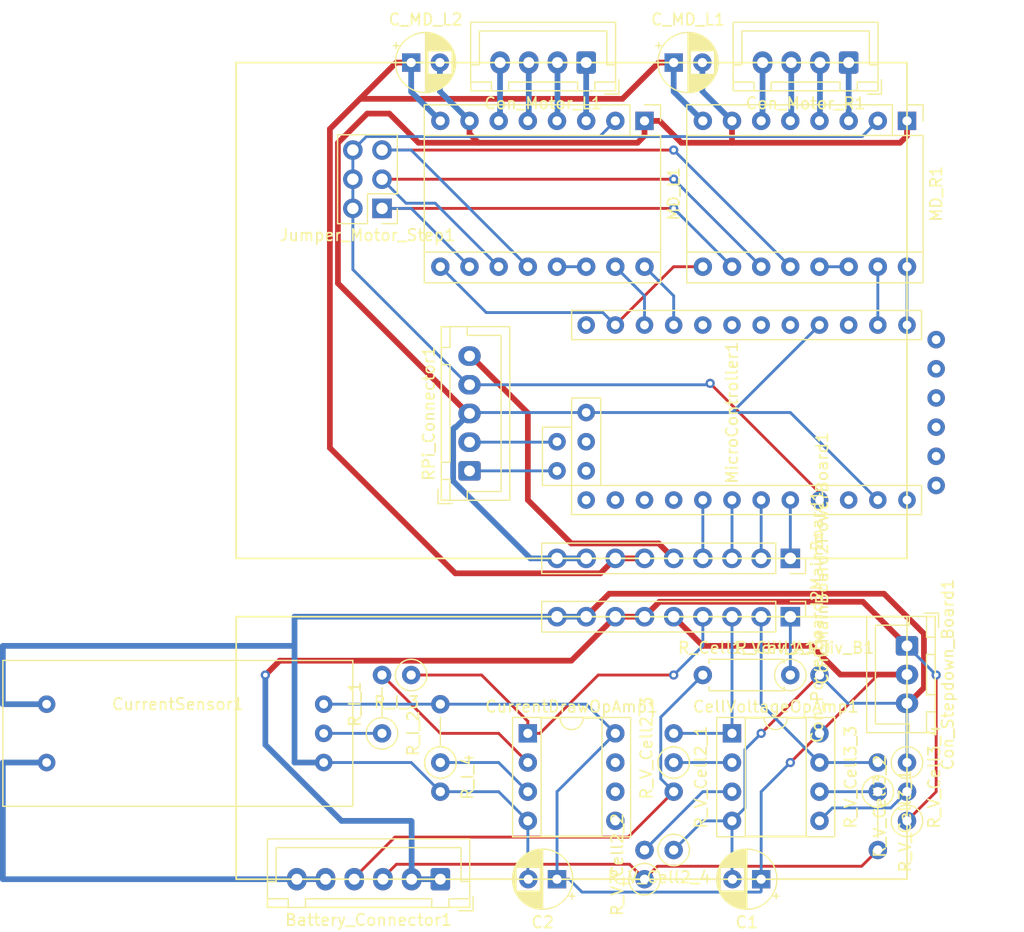
<source format=kicad_pcb>
(kicad_pcb (version 20171130) (host pcbnew 5.1.2-1.fc30)

  (general
    (thickness 1.6)
    (drawings 8)
    (tracks 249)
    (zones 0)
    (modules 32)
    (nets 57)
  )

  (page A4)
  (layers
    (0 F.Cu signal)
    (31 B.Cu signal)
    (32 B.Adhes user)
    (33 F.Adhes user)
    (34 B.Paste user)
    (35 F.Paste user)
    (36 B.SilkS user)
    (37 F.SilkS user)
    (38 B.Mask user)
    (39 F.Mask user)
    (40 Dwgs.User user)
    (41 Cmts.User user)
    (42 Eco1.User user)
    (43 Eco2.User user)
    (44 Edge.Cuts user)
    (45 Margin user)
    (46 B.CrtYd user)
    (47 F.CrtYd user)
    (48 B.Fab user)
    (49 F.Fab user)
  )

  (setup
    (last_trace_width 0.5)
    (user_trace_width 0.25)
    (user_trace_width 0.5)
    (trace_clearance 0.2)
    (zone_clearance 0.508)
    (zone_45_only no)
    (trace_min 0.2)
    (via_size 0.8)
    (via_drill 0.4)
    (via_min_size 0.4)
    (via_min_drill 0.3)
    (uvia_size 0.3)
    (uvia_drill 0.1)
    (uvias_allowed no)
    (uvia_min_size 0.2)
    (uvia_min_drill 0.1)
    (edge_width 0.1)
    (segment_width 0.2)
    (pcb_text_width 0.3)
    (pcb_text_size 1.5 1.5)
    (mod_edge_width 0.15)
    (mod_text_size 1 1)
    (mod_text_width 0.15)
    (pad_size 1.524 1.524)
    (pad_drill 0.762)
    (pad_to_mask_clearance 0)
    (aux_axis_origin 0 0)
    (visible_elements FFFFFF7F)
    (pcbplotparams
      (layerselection 0x010fc_ffffffff)
      (usegerberextensions false)
      (usegerberattributes false)
      (usegerberadvancedattributes false)
      (creategerberjobfile false)
      (excludeedgelayer true)
      (linewidth 0.100000)
      (plotframeref false)
      (viasonmask false)
      (mode 1)
      (useauxorigin false)
      (hpglpennumber 1)
      (hpglpenspeed 20)
      (hpglpendiameter 15.000000)
      (psnegative false)
      (psa4output false)
      (plotreference true)
      (plotvalue true)
      (plotinvisibletext false)
      (padsonsilk false)
      (subtractmaskfromsilk false)
      (outputformat 1)
      (mirror false)
      (drillshape 1)
      (scaleselection 1)
      (outputdirectory ""))
  )

  (net 0 "")
  (net 1 "Net-(MD_L1-Pad13)")
  (net 2 "Net-(MD_R1-Pad13)")
  (net 3 +BATT)
  (net 4 MS3)
  (net 5 MS2)
  (net 6 MS1)
  (net 7 +5V)
  (net 8 GND)
  (net 9 Dir_L)
  (net 10 Step_L)
  (net 11 Enable_Steppers)
  (net 12 Dir_R)
  (net 13 Step_R)
  (net 14 +3V3)
  (net 15 BATT_Cell_1_2)
  (net 16 BATT_Cell_2_3)
  (net 17 "Net-(Con_Motor_L1-Pad4)")
  (net 18 "Net-(Con_Motor_L1-Pad3)")
  (net 19 "Net-(Con_Motor_L1-Pad2)")
  (net 20 "Net-(Con_Motor_L1-Pad1)")
  (net 21 "Net-(Con_Motor_R1-Pad4)")
  (net 22 "Net-(Con_Motor_R1-Pad3)")
  (net 23 "Net-(Con_Motor_R1-Pad2)")
  (net 24 "Net-(Con_Motor_R1-Pad1)")
  (net 25 I2C_SCL)
  (net 26 I2C_SDA)
  (net 27 "Net-(Battery_Connector1-Pad5)")
  (net 28 "Net-(CellVoltageOpAmp1-Pad7)")
  (net 29 "Net-(CellVoltageOpAmp1-Pad3)")
  (net 30 "Net-(CellVoltageOpAmp1-Pad6)")
  (net 31 "Net-(CellVoltageOpAmp1-Pad2)")
  (net 32 "Net-(CellVoltageOpAmp1-Pad5)")
  (net 33 "Net-(CellVoltageOpAmp1-Pad1)")
  (net 34 "Net-(Con_MainBoard2PowerBoard1-Pad4)")
  (net 35 "Net-(Con_MainBoard2PowerBoard1-Pad3)")
  (net 36 "Net-(Con_MainBoard2PowerBoard1-Pad2)")
  (net 37 "Net-(Con_MainBoard2PowerBoard1-Pad1)")
  (net 38 "Net-(Con_PowerBoard2MainBoard1-Pad4)")
  (net 39 "Net-(Con_PowerBoard2MainBoard1-Pad1)")
  (net 40 "Net-(CurrentDrawOpAmp1-Pad3)")
  (net 41 "Net-(CurrentDrawOpAmp1-Pad2)")
  (net 42 "Net-(CurrentSensor1-Pad2)")
  (net 43 "Net-(MicroController1-Pad28)")
  (net 44 "Net-(MicroController1-Pad26)")
  (net 45 "Net-(MicroController1-Pad18)")
  (net 46 "Net-(MicroController1-Pad17)")
  (net 47 "Net-(MicroController1-Pad16)")
  (net 48 "Net-(MicroController1-Pad15)")
  (net 49 "Net-(MicroController1-Pad14)")
  (net 50 "Net-(MicroController1-Pad13)")
  (net 51 "Net-(MicroController1-Pad12)")
  (net 52 "Net-(MicroController1-Pad8)")
  (net 53 "Net-(MicroController1-Pad7)")
  (net 54 "Net-(MicroController1-Pad6)")
  (net 55 "Net-(MicroController1-Pad5)")
  (net 56 "Net-(MicroController1-Pad3)")

  (net_class Default "This is the default net class."
    (clearance 0.2)
    (trace_width 0.25)
    (via_dia 0.8)
    (via_drill 0.4)
    (uvia_dia 0.3)
    (uvia_drill 0.1)
    (add_net +3V3)
    (add_net +5V)
    (add_net +BATT)
    (add_net BATT_Cell_1_2)
    (add_net BATT_Cell_2_3)
    (add_net Dir_L)
    (add_net Dir_R)
    (add_net Enable_Steppers)
    (add_net GND)
    (add_net I2C_SCL)
    (add_net I2C_SDA)
    (add_net MS1)
    (add_net MS2)
    (add_net MS3)
    (add_net "Net-(Battery_Connector1-Pad5)")
    (add_net "Net-(CellVoltageOpAmp1-Pad1)")
    (add_net "Net-(CellVoltageOpAmp1-Pad2)")
    (add_net "Net-(CellVoltageOpAmp1-Pad3)")
    (add_net "Net-(CellVoltageOpAmp1-Pad5)")
    (add_net "Net-(CellVoltageOpAmp1-Pad6)")
    (add_net "Net-(CellVoltageOpAmp1-Pad7)")
    (add_net "Net-(Con_MainBoard2PowerBoard1-Pad1)")
    (add_net "Net-(Con_MainBoard2PowerBoard1-Pad2)")
    (add_net "Net-(Con_MainBoard2PowerBoard1-Pad3)")
    (add_net "Net-(Con_MainBoard2PowerBoard1-Pad4)")
    (add_net "Net-(Con_Motor_L1-Pad1)")
    (add_net "Net-(Con_Motor_L1-Pad2)")
    (add_net "Net-(Con_Motor_L1-Pad3)")
    (add_net "Net-(Con_Motor_L1-Pad4)")
    (add_net "Net-(Con_Motor_R1-Pad1)")
    (add_net "Net-(Con_Motor_R1-Pad2)")
    (add_net "Net-(Con_Motor_R1-Pad3)")
    (add_net "Net-(Con_Motor_R1-Pad4)")
    (add_net "Net-(Con_PowerBoard2MainBoard1-Pad1)")
    (add_net "Net-(Con_PowerBoard2MainBoard1-Pad4)")
    (add_net "Net-(CurrentDrawOpAmp1-Pad2)")
    (add_net "Net-(CurrentDrawOpAmp1-Pad3)")
    (add_net "Net-(CurrentSensor1-Pad2)")
    (add_net "Net-(MD_L1-Pad13)")
    (add_net "Net-(MD_R1-Pad13)")
    (add_net "Net-(MicroController1-Pad12)")
    (add_net "Net-(MicroController1-Pad13)")
    (add_net "Net-(MicroController1-Pad14)")
    (add_net "Net-(MicroController1-Pad15)")
    (add_net "Net-(MicroController1-Pad16)")
    (add_net "Net-(MicroController1-Pad17)")
    (add_net "Net-(MicroController1-Pad18)")
    (add_net "Net-(MicroController1-Pad26)")
    (add_net "Net-(MicroController1-Pad28)")
    (add_net "Net-(MicroController1-Pad3)")
    (add_net "Net-(MicroController1-Pad5)")
    (add_net "Net-(MicroController1-Pad6)")
    (add_net "Net-(MicroController1-Pad7)")
    (add_net "Net-(MicroController1-Pad8)")
    (add_net Step_L)
    (add_net Step_R)
  )

  (module Resistor_THT:R_Axial_DIN0207_L6.3mm_D2.5mm_P5.08mm_Vertical (layer F.Cu) (tedit 5AE5139B) (tstamp 5D8AD254)
    (at 147.32 91.44 90)
    (descr "Resistor, Axial_DIN0207 series, Axial, Vertical, pin pitch=5.08mm, 0.25W = 1/4W, length*diameter=6.3*2.5mm^2, http://cdn-reichelt.de/documents/datenblatt/B400/1_4W%23YAG.pdf")
    (tags "Resistor Axial_DIN0207 series Axial Vertical pin pitch 5.08mm 0.25W = 1/4W length 6.3mm diameter 2.5mm")
    (path /5DB26567)
    (fp_text reference R_I_2 (at 2.54 -2.37 90) (layer F.SilkS)
      (effects (font (size 1 1) (thickness 0.15)))
    )
    (fp_text value 33K (at 2.54 2.37 90) (layer F.Fab)
      (effects (font (size 1 1) (thickness 0.15)))
    )
    (fp_text user %R (at 2.54 -2.37 90) (layer F.Fab)
      (effects (font (size 1 1) (thickness 0.15)))
    )
    (fp_line (start 6.13 -1.5) (end -1.5 -1.5) (layer F.CrtYd) (width 0.05))
    (fp_line (start 6.13 1.5) (end 6.13 -1.5) (layer F.CrtYd) (width 0.05))
    (fp_line (start -1.5 1.5) (end 6.13 1.5) (layer F.CrtYd) (width 0.05))
    (fp_line (start -1.5 -1.5) (end -1.5 1.5) (layer F.CrtYd) (width 0.05))
    (fp_line (start 1.37 0) (end 3.98 0) (layer F.SilkS) (width 0.12))
    (fp_line (start 0 0) (end 5.08 0) (layer F.Fab) (width 0.1))
    (fp_circle (center 0 0) (end 1.37 0) (layer F.SilkS) (width 0.12))
    (fp_circle (center 0 0) (end 1.25 0) (layer F.Fab) (width 0.1))
    (pad 2 thru_hole oval (at 5.08 0 90) (size 1.6 1.6) (drill 0.8) (layers *.Cu *.Mask)
      (net 7 +5V))
    (pad 1 thru_hole circle (at 0 0 90) (size 1.6 1.6) (drill 0.8) (layers *.Cu *.Mask)
      (net 40 "Net-(CurrentDrawOpAmp1-Pad3)"))
    (model ${KISYS3DMOD}/Resistor_THT.3dshapes/R_Axial_DIN0207_L6.3mm_D2.5mm_P5.08mm_Vertical.wrl
      (at (xyz 0 0 0))
      (scale (xyz 1 1 1))
      (rotate (xyz 0 0 0))
    )
  )

  (module Resistor_THT:R_Axial_DIN0207_L6.3mm_D2.5mm_P5.08mm_Vertical (layer F.Cu) (tedit 5AE5139B) (tstamp 5D8AD200)
    (at 185.42 93.98 270)
    (descr "Resistor, Axial_DIN0207 series, Axial, Vertical, pin pitch=5.08mm, 0.25W = 1/4W, length*diameter=6.3*2.5mm^2, http://cdn-reichelt.de/documents/datenblatt/B400/1_4W%23YAG.pdf")
    (tags "Resistor Axial_DIN0207 series Axial Vertical pin pitch 5.08mm 0.25W = 1/4W length 6.3mm diameter 2.5mm")
    (path /5D9FAE4A)
    (fp_text reference R_V_Cell3_1 (at 2.54 -2.37 90) (layer F.SilkS)
      (effects (font (size 1 1) (thickness 0.15)))
    )
    (fp_text value 47K (at 2.54 2.37 90) (layer F.Fab)
      (effects (font (size 1 1) (thickness 0.15)))
    )
    (fp_text user %R (at 2.54 -2.37 90) (layer F.Fab)
      (effects (font (size 1 1) (thickness 0.15)))
    )
    (fp_line (start 6.13 -1.5) (end -1.5 -1.5) (layer F.CrtYd) (width 0.05))
    (fp_line (start 6.13 1.5) (end 6.13 -1.5) (layer F.CrtYd) (width 0.05))
    (fp_line (start -1.5 1.5) (end 6.13 1.5) (layer F.CrtYd) (width 0.05))
    (fp_line (start -1.5 -1.5) (end -1.5 1.5) (layer F.CrtYd) (width 0.05))
    (fp_line (start 1.37 0) (end 3.98 0) (layer F.SilkS) (width 0.12))
    (fp_line (start 0 0) (end 5.08 0) (layer F.Fab) (width 0.1))
    (fp_circle (center 0 0) (end 1.37 0) (layer F.SilkS) (width 0.12))
    (fp_circle (center 0 0) (end 1.25 0) (layer F.Fab) (width 0.1))
    (pad 2 thru_hole oval (at 5.08 0 270) (size 1.6 1.6) (drill 0.8) (layers *.Cu *.Mask)
      (net 16 BATT_Cell_2_3))
    (pad 1 thru_hole circle (at 0 0 270) (size 1.6 1.6) (drill 0.8) (layers *.Cu *.Mask)
      (net 30 "Net-(CellVoltageOpAmp1-Pad6)"))
    (model ${KISYS3DMOD}/Resistor_THT.3dshapes/R_Axial_DIN0207_L6.3mm_D2.5mm_P5.08mm_Vertical.wrl
      (at (xyz 0 0 0))
      (scale (xyz 1 1 1))
      (rotate (xyz 0 0 0))
    )
  )

  (module Resistor_THT:R_Axial_DIN0207_L6.3mm_D2.5mm_P7.62mm_Horizontal (layer F.Cu) (tedit 5AE5139B) (tstamp 5D8ABE96)
    (at 170.18 83.82)
    (descr "Resistor, Axial_DIN0207 series, Axial, Horizontal, pin pitch=7.62mm, 0.25W = 1/4W, length*diameter=6.3*2.5mm^2, http://cdn-reichelt.de/documents/datenblatt/B400/1_4W%23YAG.pdf")
    (tags "Resistor Axial_DIN0207 series Axial Horizontal pin pitch 7.62mm 0.25W = 1/4W length 6.3mm diameter 2.5mm")
    (path /5D9AD220)
    (fp_text reference R_Cell1_Vdiv_A1 (at 3.81 -2.37) (layer F.SilkS)
      (effects (font (size 1 1) (thickness 0.15)))
    )
    (fp_text value 33K (at 3.81 2.37) (layer F.Fab)
      (effects (font (size 1 1) (thickness 0.15)))
    )
    (fp_text user %R (at 3.81 0) (layer F.Fab)
      (effects (font (size 1 1) (thickness 0.15)))
    )
    (fp_line (start 8.67 -1.5) (end -1.05 -1.5) (layer F.CrtYd) (width 0.05))
    (fp_line (start 8.67 1.5) (end 8.67 -1.5) (layer F.CrtYd) (width 0.05))
    (fp_line (start -1.05 1.5) (end 8.67 1.5) (layer F.CrtYd) (width 0.05))
    (fp_line (start -1.05 -1.5) (end -1.05 1.5) (layer F.CrtYd) (width 0.05))
    (fp_line (start 7.08 1.37) (end 7.08 1.04) (layer F.SilkS) (width 0.12))
    (fp_line (start 0.54 1.37) (end 7.08 1.37) (layer F.SilkS) (width 0.12))
    (fp_line (start 0.54 1.04) (end 0.54 1.37) (layer F.SilkS) (width 0.12))
    (fp_line (start 7.08 -1.37) (end 7.08 -1.04) (layer F.SilkS) (width 0.12))
    (fp_line (start 0.54 -1.37) (end 7.08 -1.37) (layer F.SilkS) (width 0.12))
    (fp_line (start 0.54 -1.04) (end 0.54 -1.37) (layer F.SilkS) (width 0.12))
    (fp_line (start 7.62 0) (end 6.96 0) (layer F.Fab) (width 0.1))
    (fp_line (start 0 0) (end 0.66 0) (layer F.Fab) (width 0.1))
    (fp_line (start 6.96 -1.25) (end 0.66 -1.25) (layer F.Fab) (width 0.1))
    (fp_line (start 6.96 1.25) (end 6.96 -1.25) (layer F.Fab) (width 0.1))
    (fp_line (start 0.66 1.25) (end 6.96 1.25) (layer F.Fab) (width 0.1))
    (fp_line (start 0.66 -1.25) (end 0.66 1.25) (layer F.Fab) (width 0.1))
    (pad 2 thru_hole oval (at 7.62 0) (size 1.6 1.6) (drill 0.8) (layers *.Cu *.Mask)
      (net 39 "Net-(Con_PowerBoard2MainBoard1-Pad1)"))
    (pad 1 thru_hole circle (at 0 0) (size 1.6 1.6) (drill 0.8) (layers *.Cu *.Mask)
      (net 15 BATT_Cell_1_2))
    (model ${KISYS3DMOD}/Resistor_THT.3dshapes/R_Axial_DIN0207_L6.3mm_D2.5mm_P7.62mm_Horizontal.wrl
      (at (xyz 0 0 0))
      (scale (xyz 1 1 1))
      (rotate (xyz 0 0 0))
    )
  )

  (module Resistor_THT:R_Axial_DIN0207_L6.3mm_D2.5mm_P5.08mm_Vertical (layer F.Cu) (tedit 5AE5139B) (tstamp 5D8ABEB4)
    (at 142.24 88.9 90)
    (descr "Resistor, Axial_DIN0207 series, Axial, Vertical, pin pitch=5.08mm, 0.25W = 1/4W, length*diameter=6.3*2.5mm^2, http://cdn-reichelt.de/documents/datenblatt/B400/1_4W%23YAG.pdf")
    (tags "Resistor Axial_DIN0207 series Axial Vertical pin pitch 5.08mm 0.25W = 1/4W length 6.3mm diameter 2.5mm")
    (path /5DAEF358)
    (fp_text reference R_I_1 (at 2.54 -2.37 90) (layer F.SilkS)
      (effects (font (size 1 1) (thickness 0.15)))
    )
    (fp_text value 10K (at 2.54 2.37 90) (layer F.Fab)
      (effects (font (size 1 1) (thickness 0.15)))
    )
    (fp_text user %R (at 2.54 -2.37 90) (layer F.Fab)
      (effects (font (size 1 1) (thickness 0.15)))
    )
    (fp_line (start 6.13 -1.5) (end -1.5 -1.5) (layer F.CrtYd) (width 0.05))
    (fp_line (start 6.13 1.5) (end 6.13 -1.5) (layer F.CrtYd) (width 0.05))
    (fp_line (start -1.5 1.5) (end 6.13 1.5) (layer F.CrtYd) (width 0.05))
    (fp_line (start -1.5 -1.5) (end -1.5 1.5) (layer F.CrtYd) (width 0.05))
    (fp_line (start 1.37 0) (end 3.98 0) (layer F.SilkS) (width 0.12))
    (fp_line (start 0 0) (end 5.08 0) (layer F.Fab) (width 0.1))
    (fp_circle (center 0 0) (end 1.37 0) (layer F.SilkS) (width 0.12))
    (fp_circle (center 0 0) (end 1.25 0) (layer F.Fab) (width 0.1))
    (pad 2 thru_hole oval (at 5.08 0 90) (size 1.6 1.6) (drill 0.8) (layers *.Cu *.Mask)
      (net 41 "Net-(CurrentDrawOpAmp1-Pad2)"))
    (pad 1 thru_hole circle (at 0 0 90) (size 1.6 1.6) (drill 0.8) (layers *.Cu *.Mask)
      (net 42 "Net-(CurrentSensor1-Pad2)"))
    (model ${KISYS3DMOD}/Resistor_THT.3dshapes/R_Axial_DIN0207_L6.3mm_D2.5mm_P5.08mm_Vertical.wrl
      (at (xyz 0 0 0))
      (scale (xyz 1 1 1))
      (rotate (xyz 0 0 0))
    )
  )

  (module CustomFootprints:ACS712BreakoutBoardUpSideDown (layer F.Cu) (tedit 5D8A78F4) (tstamp 5D8B3577)
    (at 124.46 88.9)
    (path /5D915264)
    (fp_text reference CurrentSensor1 (at 0 -2.54 180) (layer F.SilkS)
      (effects (font (size 1 1) (thickness 0.15)))
    )
    (fp_text value ACS712Breakout (at 0 0.5 180) (layer F.Fab)
      (effects (font (size 1 1) (thickness 0.15)))
    )
    (fp_line (start -15.24 6.35) (end 15.24 6.35) (layer F.SilkS) (width 0.12))
    (fp_line (start -15.24 -6.35) (end -15.24 6.35) (layer F.SilkS) (width 0.12))
    (fp_line (start 15.24 -6.35) (end -15.24 -6.35) (layer F.SilkS) (width 0.12))
    (fp_line (start 15.24 6.35) (end 15.24 -6.35) (layer F.SilkS) (width 0.12))
    (pad 5 thru_hole circle (at -11.43 -2.54 180) (size 1.524 1.524) (drill 0.762) (layers *.Cu *.Mask)
      (net 8 GND))
    (pad 4 thru_hole circle (at -11.43 2.54 180) (size 1.524 1.524) (drill 0.762) (layers *.Cu *.Mask)
      (net 27 "Net-(Battery_Connector1-Pad5)"))
    (pad 3 thru_hole circle (at 12.7 2.54 180) (size 1.524 1.524) (drill 0.762) (layers *.Cu *.Mask)
      (net 8 GND))
    (pad 2 thru_hole circle (at 12.7 0 180) (size 1.524 1.524) (drill 0.762) (layers *.Cu *.Mask)
      (net 42 "Net-(CurrentSensor1-Pad2)"))
    (pad 1 thru_hole circle (at 12.7 -2.54 180) (size 1.524 1.524) (drill 0.762) (layers *.Cu *.Mask)
      (net 7 +5V))
  )

  (module Connector_JST:JST_XH_B5B-XH-A_1x05_P2.50mm_Vertical (layer F.Cu) (tedit 5C28146C) (tstamp 5D8B04DA)
    (at 149.86 66.04 90)
    (descr "JST XH series connector, B5B-XH-A (http://www.jst-mfg.com/product/pdf/eng/eXH.pdf), generated with kicad-footprint-generator")
    (tags "connector JST XH vertical")
    (path /5D98DCAA)
    (fp_text reference RPi_Connector1 (at 5 -3.55 90) (layer F.SilkS)
      (effects (font (size 1 1) (thickness 0.15)))
    )
    (fp_text value Conn_01x05 (at 5 4.6 90) (layer F.Fab)
      (effects (font (size 1 1) (thickness 0.15)))
    )
    (fp_text user %R (at 5 2.7 90) (layer F.Fab)
      (effects (font (size 1 1) (thickness 0.15)))
    )
    (fp_line (start -2.85 -2.75) (end -2.85 -1.5) (layer F.SilkS) (width 0.12))
    (fp_line (start -1.6 -2.75) (end -2.85 -2.75) (layer F.SilkS) (width 0.12))
    (fp_line (start 11.8 2.75) (end 5 2.75) (layer F.SilkS) (width 0.12))
    (fp_line (start 11.8 -0.2) (end 11.8 2.75) (layer F.SilkS) (width 0.12))
    (fp_line (start 12.55 -0.2) (end 11.8 -0.2) (layer F.SilkS) (width 0.12))
    (fp_line (start -1.8 2.75) (end 5 2.75) (layer F.SilkS) (width 0.12))
    (fp_line (start -1.8 -0.2) (end -1.8 2.75) (layer F.SilkS) (width 0.12))
    (fp_line (start -2.55 -0.2) (end -1.8 -0.2) (layer F.SilkS) (width 0.12))
    (fp_line (start 12.55 -2.45) (end 10.75 -2.45) (layer F.SilkS) (width 0.12))
    (fp_line (start 12.55 -1.7) (end 12.55 -2.45) (layer F.SilkS) (width 0.12))
    (fp_line (start 10.75 -1.7) (end 12.55 -1.7) (layer F.SilkS) (width 0.12))
    (fp_line (start 10.75 -2.45) (end 10.75 -1.7) (layer F.SilkS) (width 0.12))
    (fp_line (start -0.75 -2.45) (end -2.55 -2.45) (layer F.SilkS) (width 0.12))
    (fp_line (start -0.75 -1.7) (end -0.75 -2.45) (layer F.SilkS) (width 0.12))
    (fp_line (start -2.55 -1.7) (end -0.75 -1.7) (layer F.SilkS) (width 0.12))
    (fp_line (start -2.55 -2.45) (end -2.55 -1.7) (layer F.SilkS) (width 0.12))
    (fp_line (start 9.25 -2.45) (end 0.75 -2.45) (layer F.SilkS) (width 0.12))
    (fp_line (start 9.25 -1.7) (end 9.25 -2.45) (layer F.SilkS) (width 0.12))
    (fp_line (start 0.75 -1.7) (end 9.25 -1.7) (layer F.SilkS) (width 0.12))
    (fp_line (start 0.75 -2.45) (end 0.75 -1.7) (layer F.SilkS) (width 0.12))
    (fp_line (start 0 -1.35) (end 0.625 -2.35) (layer F.Fab) (width 0.1))
    (fp_line (start -0.625 -2.35) (end 0 -1.35) (layer F.Fab) (width 0.1))
    (fp_line (start 12.95 -2.85) (end -2.95 -2.85) (layer F.CrtYd) (width 0.05))
    (fp_line (start 12.95 3.9) (end 12.95 -2.85) (layer F.CrtYd) (width 0.05))
    (fp_line (start -2.95 3.9) (end 12.95 3.9) (layer F.CrtYd) (width 0.05))
    (fp_line (start -2.95 -2.85) (end -2.95 3.9) (layer F.CrtYd) (width 0.05))
    (fp_line (start 12.56 -2.46) (end -2.56 -2.46) (layer F.SilkS) (width 0.12))
    (fp_line (start 12.56 3.51) (end 12.56 -2.46) (layer F.SilkS) (width 0.12))
    (fp_line (start -2.56 3.51) (end 12.56 3.51) (layer F.SilkS) (width 0.12))
    (fp_line (start -2.56 -2.46) (end -2.56 3.51) (layer F.SilkS) (width 0.12))
    (fp_line (start 12.45 -2.35) (end -2.45 -2.35) (layer F.Fab) (width 0.1))
    (fp_line (start 12.45 3.4) (end 12.45 -2.35) (layer F.Fab) (width 0.1))
    (fp_line (start -2.45 3.4) (end 12.45 3.4) (layer F.Fab) (width 0.1))
    (fp_line (start -2.45 -2.35) (end -2.45 3.4) (layer F.Fab) (width 0.1))
    (pad 5 thru_hole oval (at 10 0 90) (size 1.7 1.95) (drill 0.95) (layers *.Cu *.Mask)
      (net 7 +5V))
    (pad 4 thru_hole oval (at 7.5 0 90) (size 1.7 1.95) (drill 0.95) (layers *.Cu *.Mask)
      (net 14 +3V3))
    (pad 3 thru_hole oval (at 5 0 90) (size 1.7 1.95) (drill 0.95) (layers *.Cu *.Mask)
      (net 8 GND))
    (pad 2 thru_hole oval (at 2.5 0 90) (size 1.7 1.95) (drill 0.95) (layers *.Cu *.Mask)
      (net 25 I2C_SCL))
    (pad 1 thru_hole roundrect (at 0 0 90) (size 1.7 1.95) (drill 0.95) (layers *.Cu *.Mask) (roundrect_rratio 0.147059)
      (net 26 I2C_SDA))
    (model ${KISYS3DMOD}/Connector_JST.3dshapes/JST_XH_B5B-XH-A_1x05_P2.50mm_Vertical.wrl
      (at (xyz 0 0 0))
      (scale (xyz 1 1 1))
      (rotate (xyz 0 0 0))
    )
  )

  (module Resistor_THT:R_Axial_DIN0207_L6.3mm_D2.5mm_P2.54mm_Vertical (layer F.Cu) (tedit 5AE5139B) (tstamp 5D8AD1AC)
    (at 187.96 91.44 270)
    (descr "Resistor, Axial_DIN0207 series, Axial, Vertical, pin pitch=2.54mm, 0.25W = 1/4W, length*diameter=6.3*2.5mm^2, http://cdn-reichelt.de/documents/datenblatt/B400/1_4W%23YAG.pdf")
    (tags "Resistor Axial_DIN0207 series Axial Vertical pin pitch 2.54mm 0.25W = 1/4W length 6.3mm diameter 2.5mm")
    (path /5D9FAE63)
    (fp_text reference R_V_Cell3_4 (at 1.27 -2.37 90) (layer F.SilkS)
      (effects (font (size 1 1) (thickness 0.15)))
    )
    (fp_text value 33K (at 1.27 2.37 90) (layer F.Fab)
      (effects (font (size 1 1) (thickness 0.15)))
    )
    (fp_text user %R (at 1.27 -2.37 90) (layer F.Fab)
      (effects (font (size 1 1) (thickness 0.15)))
    )
    (fp_line (start 3.59 -1.5) (end -1.5 -1.5) (layer F.CrtYd) (width 0.05))
    (fp_line (start 3.59 1.5) (end 3.59 -1.5) (layer F.CrtYd) (width 0.05))
    (fp_line (start -1.5 1.5) (end 3.59 1.5) (layer F.CrtYd) (width 0.05))
    (fp_line (start -1.5 -1.5) (end -1.5 1.5) (layer F.CrtYd) (width 0.05))
    (fp_line (start 1.37 0) (end 1.44 0) (layer F.SilkS) (width 0.12))
    (fp_line (start 0 0) (end 2.54 0) (layer F.Fab) (width 0.1))
    (fp_circle (center 0 0) (end 1.37 0) (layer F.SilkS) (width 0.12))
    (fp_circle (center 0 0) (end 1.25 0) (layer F.Fab) (width 0.1))
    (pad 2 thru_hole oval (at 2.54 0 270) (size 1.6 1.6) (drill 0.8) (layers *.Cu *.Mask)
      (net 32 "Net-(CellVoltageOpAmp1-Pad5)"))
    (pad 1 thru_hole circle (at 0 0 270) (size 1.6 1.6) (drill 0.8) (layers *.Cu *.Mask)
      (net 8 GND))
    (model ${KISYS3DMOD}/Resistor_THT.3dshapes/R_Axial_DIN0207_L6.3mm_D2.5mm_P2.54mm_Vertical.wrl
      (at (xyz 0 0 0))
      (scale (xyz 1 1 1))
      (rotate (xyz 0 0 0))
    )
  )

  (module Resistor_THT:R_Axial_DIN0207_L6.3mm_D2.5mm_P2.54mm_Vertical (layer F.Cu) (tedit 5AE5139B) (tstamp 5D8ABF4A)
    (at 185.42 93.98 90)
    (descr "Resistor, Axial_DIN0207 series, Axial, Vertical, pin pitch=2.54mm, 0.25W = 1/4W, length*diameter=6.3*2.5mm^2, http://cdn-reichelt.de/documents/datenblatt/B400/1_4W%23YAG.pdf")
    (tags "Resistor Axial_DIN0207 series Axial Vertical pin pitch 2.54mm 0.25W = 1/4W length 6.3mm diameter 2.5mm")
    (path /5D9FAE54)
    (fp_text reference R_V_Cell3_3 (at 1.27 -2.37 90) (layer F.SilkS)
      (effects (font (size 1 1) (thickness 0.15)))
    )
    (fp_text value 33K (at 1.27 2.37 90) (layer F.Fab)
      (effects (font (size 1 1) (thickness 0.15)))
    )
    (fp_text user %R (at 1.27 -2.37 90) (layer F.Fab)
      (effects (font (size 1 1) (thickness 0.15)))
    )
    (fp_line (start 3.59 -1.5) (end -1.5 -1.5) (layer F.CrtYd) (width 0.05))
    (fp_line (start 3.59 1.5) (end 3.59 -1.5) (layer F.CrtYd) (width 0.05))
    (fp_line (start -1.5 1.5) (end 3.59 1.5) (layer F.CrtYd) (width 0.05))
    (fp_line (start -1.5 -1.5) (end -1.5 1.5) (layer F.CrtYd) (width 0.05))
    (fp_line (start 1.37 0) (end 1.44 0) (layer F.SilkS) (width 0.12))
    (fp_line (start 0 0) (end 2.54 0) (layer F.Fab) (width 0.1))
    (fp_circle (center 0 0) (end 1.37 0) (layer F.SilkS) (width 0.12))
    (fp_circle (center 0 0) (end 1.25 0) (layer F.Fab) (width 0.1))
    (pad 2 thru_hole oval (at 2.54 0 90) (size 1.6 1.6) (drill 0.8) (layers *.Cu *.Mask)
      (net 28 "Net-(CellVoltageOpAmp1-Pad7)"))
    (pad 1 thru_hole circle (at 0 0 90) (size 1.6 1.6) (drill 0.8) (layers *.Cu *.Mask)
      (net 30 "Net-(CellVoltageOpAmp1-Pad6)"))
    (model ${KISYS3DMOD}/Resistor_THT.3dshapes/R_Axial_DIN0207_L6.3mm_D2.5mm_P2.54mm_Vertical.wrl
      (at (xyz 0 0 0))
      (scale (xyz 1 1 1))
      (rotate (xyz 0 0 0))
    )
  )

  (module Resistor_THT:R_Axial_DIN0207_L6.3mm_D2.5mm_P2.54mm_Vertical (layer F.Cu) (tedit 5AE5139B) (tstamp 5D8ABF3B)
    (at 187.96 96.52 90)
    (descr "Resistor, Axial_DIN0207 series, Axial, Vertical, pin pitch=2.54mm, 0.25W = 1/4W, length*diameter=6.3*2.5mm^2, http://cdn-reichelt.de/documents/datenblatt/B400/1_4W%23YAG.pdf")
    (tags "Resistor Axial_DIN0207 series Axial Vertical pin pitch 2.54mm 0.25W = 1/4W length 6.3mm diameter 2.5mm")
    (path /5D9FAE7D)
    (fp_text reference R_V_Cell3_2 (at 1.27 -2.37 90) (layer F.SilkS)
      (effects (font (size 1 1) (thickness 0.15)))
    )
    (fp_text value 47K (at 1.27 2.37 90) (layer F.Fab)
      (effects (font (size 1 1) (thickness 0.15)))
    )
    (fp_text user %R (at 1.27 -2.37 90) (layer F.Fab)
      (effects (font (size 1 1) (thickness 0.15)))
    )
    (fp_line (start 3.59 -1.5) (end -1.5 -1.5) (layer F.CrtYd) (width 0.05))
    (fp_line (start 3.59 1.5) (end 3.59 -1.5) (layer F.CrtYd) (width 0.05))
    (fp_line (start -1.5 1.5) (end 3.59 1.5) (layer F.CrtYd) (width 0.05))
    (fp_line (start -1.5 -1.5) (end -1.5 1.5) (layer F.CrtYd) (width 0.05))
    (fp_line (start 1.37 0) (end 1.44 0) (layer F.SilkS) (width 0.12))
    (fp_line (start 0 0) (end 2.54 0) (layer F.Fab) (width 0.1))
    (fp_circle (center 0 0) (end 1.37 0) (layer F.SilkS) (width 0.12))
    (fp_circle (center 0 0) (end 1.25 0) (layer F.Fab) (width 0.1))
    (pad 2 thru_hole oval (at 2.54 0 90) (size 1.6 1.6) (drill 0.8) (layers *.Cu *.Mask)
      (net 32 "Net-(CellVoltageOpAmp1-Pad5)"))
    (pad 1 thru_hole circle (at 0 0 90) (size 1.6 1.6) (drill 0.8) (layers *.Cu *.Mask)
      (net 3 +BATT))
    (model ${KISYS3DMOD}/Resistor_THT.3dshapes/R_Axial_DIN0207_L6.3mm_D2.5mm_P2.54mm_Vertical.wrl
      (at (xyz 0 0 0))
      (scale (xyz 1 1 1))
      (rotate (xyz 0 0 0))
    )
  )

  (module Resistor_THT:R_Axial_DIN0207_L6.3mm_D2.5mm_P2.54mm_Vertical (layer F.Cu) (tedit 5AE5139B) (tstamp 5D8AD158)
    (at 167.64 99.06 180)
    (descr "Resistor, Axial_DIN0207 series, Axial, Vertical, pin pitch=2.54mm, 0.25W = 1/4W, length*diameter=6.3*2.5mm^2, http://cdn-reichelt.de/documents/datenblatt/B400/1_4W%23YAG.pdf")
    (tags "Resistor Axial_DIN0207 series Axial Vertical pin pitch 2.54mm 0.25W = 1/4W length 6.3mm diameter 2.5mm")
    (path /5D9A5EB9)
    (fp_text reference R_V_Cell2_4 (at 1.27 -2.37) (layer F.SilkS)
      (effects (font (size 1 1) (thickness 0.15)))
    )
    (fp_text value 33K (at 1.27 2.37) (layer F.Fab)
      (effects (font (size 1 1) (thickness 0.15)))
    )
    (fp_text user %R (at 1.27 -2.37) (layer F.Fab)
      (effects (font (size 1 1) (thickness 0.15)))
    )
    (fp_line (start 3.59 -1.5) (end -1.5 -1.5) (layer F.CrtYd) (width 0.05))
    (fp_line (start 3.59 1.5) (end 3.59 -1.5) (layer F.CrtYd) (width 0.05))
    (fp_line (start -1.5 1.5) (end 3.59 1.5) (layer F.CrtYd) (width 0.05))
    (fp_line (start -1.5 -1.5) (end -1.5 1.5) (layer F.CrtYd) (width 0.05))
    (fp_line (start 1.37 0) (end 1.44 0) (layer F.SilkS) (width 0.12))
    (fp_line (start 0 0) (end 2.54 0) (layer F.Fab) (width 0.1))
    (fp_circle (center 0 0) (end 1.37 0) (layer F.SilkS) (width 0.12))
    (fp_circle (center 0 0) (end 1.25 0) (layer F.Fab) (width 0.1))
    (pad 2 thru_hole oval (at 2.54 0 180) (size 1.6 1.6) (drill 0.8) (layers *.Cu *.Mask)
      (net 29 "Net-(CellVoltageOpAmp1-Pad3)"))
    (pad 1 thru_hole circle (at 0 0 180) (size 1.6 1.6) (drill 0.8) (layers *.Cu *.Mask)
      (net 8 GND))
    (model ${KISYS3DMOD}/Resistor_THT.3dshapes/R_Axial_DIN0207_L6.3mm_D2.5mm_P2.54mm_Vertical.wrl
      (at (xyz 0 0 0))
      (scale (xyz 1 1 1))
      (rotate (xyz 0 0 0))
    )
  )

  (module Resistor_THT:R_Axial_DIN0207_L6.3mm_D2.5mm_P2.54mm_Vertical (layer F.Cu) (tedit 5AE5139B) (tstamp 5D8AD182)
    (at 167.64 91.44 90)
    (descr "Resistor, Axial_DIN0207 series, Axial, Vertical, pin pitch=2.54mm, 0.25W = 1/4W, length*diameter=6.3*2.5mm^2, http://cdn-reichelt.de/documents/datenblatt/B400/1_4W%23YAG.pdf")
    (tags "Resistor Axial_DIN0207 series Axial Vertical pin pitch 2.54mm 0.25W = 1/4W length 6.3mm diameter 2.5mm")
    (path /5D98C622)
    (fp_text reference R_V_Cell2_3 (at 1.27 -2.37 90) (layer F.SilkS)
      (effects (font (size 1 1) (thickness 0.15)))
    )
    (fp_text value 33K (at 1.27 2.37 90) (layer F.Fab)
      (effects (font (size 1 1) (thickness 0.15)))
    )
    (fp_text user %R (at 1.27 -2.37 90) (layer F.Fab)
      (effects (font (size 1 1) (thickness 0.15)))
    )
    (fp_line (start 3.59 -1.5) (end -1.5 -1.5) (layer F.CrtYd) (width 0.05))
    (fp_line (start 3.59 1.5) (end 3.59 -1.5) (layer F.CrtYd) (width 0.05))
    (fp_line (start -1.5 1.5) (end 3.59 1.5) (layer F.CrtYd) (width 0.05))
    (fp_line (start -1.5 -1.5) (end -1.5 1.5) (layer F.CrtYd) (width 0.05))
    (fp_line (start 1.37 0) (end 1.44 0) (layer F.SilkS) (width 0.12))
    (fp_line (start 0 0) (end 2.54 0) (layer F.Fab) (width 0.1))
    (fp_circle (center 0 0) (end 1.37 0) (layer F.SilkS) (width 0.12))
    (fp_circle (center 0 0) (end 1.25 0) (layer F.Fab) (width 0.1))
    (pad 2 thru_hole oval (at 2.54 0 90) (size 1.6 1.6) (drill 0.8) (layers *.Cu *.Mask)
      (net 33 "Net-(CellVoltageOpAmp1-Pad1)"))
    (pad 1 thru_hole circle (at 0 0 90) (size 1.6 1.6) (drill 0.8) (layers *.Cu *.Mask)
      (net 31 "Net-(CellVoltageOpAmp1-Pad2)"))
    (model ${KISYS3DMOD}/Resistor_THT.3dshapes/R_Axial_DIN0207_L6.3mm_D2.5mm_P2.54mm_Vertical.wrl
      (at (xyz 0 0 0))
      (scale (xyz 1 1 1))
      (rotate (xyz 0 0 0))
    )
  )

  (module Resistor_THT:R_Axial_DIN0207_L6.3mm_D2.5mm_P2.54mm_Vertical (layer F.Cu) (tedit 5AE5139B) (tstamp 5D8AD27E)
    (at 165.1 101.6 90)
    (descr "Resistor, Axial_DIN0207 series, Axial, Vertical, pin pitch=2.54mm, 0.25W = 1/4W, length*diameter=6.3*2.5mm^2, http://cdn-reichelt.de/documents/datenblatt/B400/1_4W%23YAG.pdf")
    (tags "Resistor Axial_DIN0207 series Axial Vertical pin pitch 2.54mm 0.25W = 1/4W length 6.3mm diameter 2.5mm")
    (path /5D9A4DD3)
    (fp_text reference R_V_Cell2_2 (at 1.27 -2.37 90) (layer F.SilkS)
      (effects (font (size 1 1) (thickness 0.15)))
    )
    (fp_text value 47K (at 1.27 2.37 90) (layer F.Fab)
      (effects (font (size 1 1) (thickness 0.15)))
    )
    (fp_text user %R (at 1.27 -2.37 90) (layer F.Fab)
      (effects (font (size 1 1) (thickness 0.15)))
    )
    (fp_line (start 3.59 -1.5) (end -1.5 -1.5) (layer F.CrtYd) (width 0.05))
    (fp_line (start 3.59 1.5) (end 3.59 -1.5) (layer F.CrtYd) (width 0.05))
    (fp_line (start -1.5 1.5) (end 3.59 1.5) (layer F.CrtYd) (width 0.05))
    (fp_line (start -1.5 -1.5) (end -1.5 1.5) (layer F.CrtYd) (width 0.05))
    (fp_line (start 1.37 0) (end 1.44 0) (layer F.SilkS) (width 0.12))
    (fp_line (start 0 0) (end 2.54 0) (layer F.Fab) (width 0.1))
    (fp_circle (center 0 0) (end 1.37 0) (layer F.SilkS) (width 0.12))
    (fp_circle (center 0 0) (end 1.25 0) (layer F.Fab) (width 0.1))
    (pad 2 thru_hole oval (at 2.54 0 90) (size 1.6 1.6) (drill 0.8) (layers *.Cu *.Mask)
      (net 29 "Net-(CellVoltageOpAmp1-Pad3)"))
    (pad 1 thru_hole circle (at 0 0 90) (size 1.6 1.6) (drill 0.8) (layers *.Cu *.Mask)
      (net 16 BATT_Cell_2_3))
    (model ${KISYS3DMOD}/Resistor_THT.3dshapes/R_Axial_DIN0207_L6.3mm_D2.5mm_P2.54mm_Vertical.wrl
      (at (xyz 0 0 0))
      (scale (xyz 1 1 1))
      (rotate (xyz 0 0 0))
    )
  )

  (module Resistor_THT:R_Axial_DIN0207_L6.3mm_D2.5mm_P2.54mm_Vertical (layer F.Cu) (tedit 5AE5139B) (tstamp 5D8ABEF0)
    (at 167.64 91.44 270)
    (descr "Resistor, Axial_DIN0207 series, Axial, Vertical, pin pitch=2.54mm, 0.25W = 1/4W, length*diameter=6.3*2.5mm^2, http://cdn-reichelt.de/documents/datenblatt/B400/1_4W%23YAG.pdf")
    (tags "Resistor Axial_DIN0207 series Axial Vertical pin pitch 2.54mm 0.25W = 1/4W length 6.3mm diameter 2.5mm")
    (path /5D983A9B)
    (fp_text reference R_V_Cell2_1 (at 1.27 -2.37 90) (layer F.SilkS)
      (effects (font (size 1 1) (thickness 0.15)))
    )
    (fp_text value 47K (at 1.27 2.37 90) (layer F.Fab)
      (effects (font (size 1 1) (thickness 0.15)))
    )
    (fp_text user %R (at 1.27 -2.37 90) (layer F.Fab)
      (effects (font (size 1 1) (thickness 0.15)))
    )
    (fp_line (start 3.59 -1.5) (end -1.5 -1.5) (layer F.CrtYd) (width 0.05))
    (fp_line (start 3.59 1.5) (end 3.59 -1.5) (layer F.CrtYd) (width 0.05))
    (fp_line (start -1.5 1.5) (end 3.59 1.5) (layer F.CrtYd) (width 0.05))
    (fp_line (start -1.5 -1.5) (end -1.5 1.5) (layer F.CrtYd) (width 0.05))
    (fp_line (start 1.37 0) (end 1.44 0) (layer F.SilkS) (width 0.12))
    (fp_line (start 0 0) (end 2.54 0) (layer F.Fab) (width 0.1))
    (fp_circle (center 0 0) (end 1.37 0) (layer F.SilkS) (width 0.12))
    (fp_circle (center 0 0) (end 1.25 0) (layer F.Fab) (width 0.1))
    (pad 2 thru_hole oval (at 2.54 0 270) (size 1.6 1.6) (drill 0.8) (layers *.Cu *.Mask)
      (net 15 BATT_Cell_1_2))
    (pad 1 thru_hole circle (at 0 0 270) (size 1.6 1.6) (drill 0.8) (layers *.Cu *.Mask)
      (net 31 "Net-(CellVoltageOpAmp1-Pad2)"))
    (model ${KISYS3DMOD}/Resistor_THT.3dshapes/R_Axial_DIN0207_L6.3mm_D2.5mm_P2.54mm_Vertical.wrl
      (at (xyz 0 0 0))
      (scale (xyz 1 1 1))
      (rotate (xyz 0 0 0))
    )
  )

  (module Resistor_THT:R_Axial_DIN0207_L6.3mm_D2.5mm_P2.54mm_Vertical (layer F.Cu) (tedit 5AE5139B) (tstamp 5D8AD22A)
    (at 147.32 91.44 270)
    (descr "Resistor, Axial_DIN0207 series, Axial, Vertical, pin pitch=2.54mm, 0.25W = 1/4W, length*diameter=6.3*2.5mm^2, http://cdn-reichelt.de/documents/datenblatt/B400/1_4W%23YAG.pdf")
    (tags "Resistor Axial_DIN0207 series Axial Vertical pin pitch 2.54mm 0.25W = 1/4W length 6.3mm diameter 2.5mm")
    (path /5DB26195)
    (fp_text reference R_I_4 (at 1.27 -2.37 90) (layer F.SilkS)
      (effects (font (size 1 1) (thickness 0.15)))
    )
    (fp_text value 22K (at 1.27 2.37 90) (layer F.Fab)
      (effects (font (size 1 1) (thickness 0.15)))
    )
    (fp_text user %R (at 1.27 -2.37 90) (layer F.Fab)
      (effects (font (size 1 1) (thickness 0.15)))
    )
    (fp_line (start 3.59 -1.5) (end -1.5 -1.5) (layer F.CrtYd) (width 0.05))
    (fp_line (start 3.59 1.5) (end 3.59 -1.5) (layer F.CrtYd) (width 0.05))
    (fp_line (start -1.5 1.5) (end 3.59 1.5) (layer F.CrtYd) (width 0.05))
    (fp_line (start -1.5 -1.5) (end -1.5 1.5) (layer F.CrtYd) (width 0.05))
    (fp_line (start 1.37 0) (end 1.44 0) (layer F.SilkS) (width 0.12))
    (fp_line (start 0 0) (end 2.54 0) (layer F.Fab) (width 0.1))
    (fp_circle (center 0 0) (end 1.37 0) (layer F.SilkS) (width 0.12))
    (fp_circle (center 0 0) (end 1.25 0) (layer F.Fab) (width 0.1))
    (pad 2 thru_hole oval (at 2.54 0 270) (size 1.6 1.6) (drill 0.8) (layers *.Cu *.Mask)
      (net 8 GND))
    (pad 1 thru_hole circle (at 0 0 270) (size 1.6 1.6) (drill 0.8) (layers *.Cu *.Mask)
      (net 40 "Net-(CurrentDrawOpAmp1-Pad3)"))
    (model ${KISYS3DMOD}/Resistor_THT.3dshapes/R_Axial_DIN0207_L6.3mm_D2.5mm_P2.54mm_Vertical.wrl
      (at (xyz 0 0 0))
      (scale (xyz 1 1 1))
      (rotate (xyz 0 0 0))
    )
  )

  (module Resistor_THT:R_Axial_DIN0207_L6.3mm_D2.5mm_P2.54mm_Vertical (layer F.Cu) (tedit 5AE5139B) (tstamp 5D8ABED2)
    (at 144.78 83.82 180)
    (descr "Resistor, Axial_DIN0207 series, Axial, Vertical, pin pitch=2.54mm, 0.25W = 1/4W, length*diameter=6.3*2.5mm^2, http://cdn-reichelt.de/documents/datenblatt/B400/1_4W%23YAG.pdf")
    (tags "Resistor Axial_DIN0207 series Axial Vertical pin pitch 2.54mm 0.25W = 1/4W length 6.3mm diameter 2.5mm")
    (path /5DAEFD76)
    (fp_text reference R_I_3 (at 1.27 -2.37) (layer F.SilkS)
      (effects (font (size 1 1) (thickness 0.15)))
    )
    (fp_text value 33K (at 1.27 2.37) (layer F.Fab)
      (effects (font (size 1 1) (thickness 0.15)))
    )
    (fp_text user %R (at 1.27 -2.37) (layer F.Fab)
      (effects (font (size 1 1) (thickness 0.15)))
    )
    (fp_line (start 3.59 -1.5) (end -1.5 -1.5) (layer F.CrtYd) (width 0.05))
    (fp_line (start 3.59 1.5) (end 3.59 -1.5) (layer F.CrtYd) (width 0.05))
    (fp_line (start -1.5 1.5) (end 3.59 1.5) (layer F.CrtYd) (width 0.05))
    (fp_line (start -1.5 -1.5) (end -1.5 1.5) (layer F.CrtYd) (width 0.05))
    (fp_line (start 1.37 0) (end 1.44 0) (layer F.SilkS) (width 0.12))
    (fp_line (start 0 0) (end 2.54 0) (layer F.Fab) (width 0.1))
    (fp_circle (center 0 0) (end 1.37 0) (layer F.SilkS) (width 0.12))
    (fp_circle (center 0 0) (end 1.25 0) (layer F.Fab) (width 0.1))
    (pad 2 thru_hole oval (at 2.54 0 180) (size 1.6 1.6) (drill 0.8) (layers *.Cu *.Mask)
      (net 41 "Net-(CurrentDrawOpAmp1-Pad2)"))
    (pad 1 thru_hole circle (at 0 0 180) (size 1.6 1.6) (drill 0.8) (layers *.Cu *.Mask)
      (net 38 "Net-(Con_PowerBoard2MainBoard1-Pad4)"))
    (model ${KISYS3DMOD}/Resistor_THT.3dshapes/R_Axial_DIN0207_L6.3mm_D2.5mm_P2.54mm_Vertical.wrl
      (at (xyz 0 0 0))
      (scale (xyz 1 1 1))
      (rotate (xyz 0 0 0))
    )
  )

  (module Resistor_THT:R_Axial_DIN0207_L6.3mm_D2.5mm_P2.54mm_Vertical (layer F.Cu) (tedit 5AE5139B) (tstamp 5D8AD1D6)
    (at 177.8 83.82)
    (descr "Resistor, Axial_DIN0207 series, Axial, Vertical, pin pitch=2.54mm, 0.25W = 1/4W, length*diameter=6.3*2.5mm^2, http://cdn-reichelt.de/documents/datenblatt/B400/1_4W%23YAG.pdf")
    (tags "Resistor Axial_DIN0207 series Axial Vertical pin pitch 2.54mm 0.25W = 1/4W length 6.3mm diameter 2.5mm")
    (path /5D9AD6DB)
    (fp_text reference R_Cell1_Vdiv_B1 (at 1.27 -2.37) (layer F.SilkS)
      (effects (font (size 1 1) (thickness 0.15)))
    )
    (fp_text value 100K (at 1.27 2.37) (layer F.Fab)
      (effects (font (size 1 1) (thickness 0.15)))
    )
    (fp_text user %R (at 1.27 -2.37) (layer F.Fab)
      (effects (font (size 1 1) (thickness 0.15)))
    )
    (fp_line (start 3.59 -1.5) (end -1.5 -1.5) (layer F.CrtYd) (width 0.05))
    (fp_line (start 3.59 1.5) (end 3.59 -1.5) (layer F.CrtYd) (width 0.05))
    (fp_line (start -1.5 1.5) (end 3.59 1.5) (layer F.CrtYd) (width 0.05))
    (fp_line (start -1.5 -1.5) (end -1.5 1.5) (layer F.CrtYd) (width 0.05))
    (fp_line (start 1.37 0) (end 1.44 0) (layer F.SilkS) (width 0.12))
    (fp_line (start 0 0) (end 2.54 0) (layer F.Fab) (width 0.1))
    (fp_circle (center 0 0) (end 1.37 0) (layer F.SilkS) (width 0.12))
    (fp_circle (center 0 0) (end 1.25 0) (layer F.Fab) (width 0.1))
    (pad 2 thru_hole oval (at 2.54 0) (size 1.6 1.6) (drill 0.8) (layers *.Cu *.Mask)
      (net 8 GND))
    (pad 1 thru_hole circle (at 0 0) (size 1.6 1.6) (drill 0.8) (layers *.Cu *.Mask)
      (net 39 "Net-(Con_PowerBoard2MainBoard1-Pad1)"))
    (model ${KISYS3DMOD}/Resistor_THT.3dshapes/R_Axial_DIN0207_L6.3mm_D2.5mm_P2.54mm_Vertical.wrl
      (at (xyz 0 0 0))
      (scale (xyz 1 1 1))
      (rotate (xyz 0 0 0))
    )
  )

  (module CustomFootprints:Arduino_Pro_Mini_Socket_IZOKEE (layer F.Cu) (tedit 5D87E012) (tstamp 5D8B03C3)
    (at 175.26 60.96 270)
    (path /5D9626D5)
    (fp_text reference MicroController1 (at 0 2.54 90) (layer F.SilkS)
      (effects (font (size 1 1) (thickness 0.15)))
    )
    (fp_text value IZOKEEProMini (at 0 -1.27 90) (layer F.Fab)
      (effects (font (size 1 1) (thickness 0.15)))
    )
    (fp_line (start 1.27 19.05) (end 1.27 16.51) (layer F.SilkS) (width 0.12))
    (fp_line (start 6.35 19.05) (end 1.27 19.05) (layer F.SilkS) (width 0.12))
    (fp_line (start 6.35 16.51) (end 6.35 19.05) (layer F.SilkS) (width 0.12))
    (fp_line (start -1.27 16.51) (end 6.35 16.51) (layer F.SilkS) (width 0.12))
    (fp_line (start -1.27 13.97) (end -1.27 16.51) (layer F.SilkS) (width 0.12))
    (fp_line (start 6.35 13.97) (end -1.27 13.97) (layer F.SilkS) (width 0.12))
    (fp_line (start 6.35 16.51) (end 6.35 -13.97) (layer F.SilkS) (width 0.12))
    (fp_line (start 8.89 16.51) (end 6.35 16.51) (layer F.SilkS) (width 0.12))
    (fp_line (start 8.89 -13.97) (end 8.89 16.51) (layer F.SilkS) (width 0.12))
    (fp_line (start 6.35 -13.97) (end 8.89 -13.97) (layer F.SilkS) (width 0.12))
    (fp_line (start -8.89 16.51) (end -8.89 -13.97) (layer F.SilkS) (width 0.12))
    (fp_line (start -6.35 16.51) (end -8.89 16.51) (layer F.SilkS) (width 0.12))
    (fp_line (start -6.35 -13.97) (end -6.35 16.51) (layer F.SilkS) (width 0.12))
    (fp_line (start -8.89 -13.97) (end -6.35 -13.97) (layer F.SilkS) (width 0.12))
    (fp_poly (pts (xy -7.62 -16.51) (xy 7.62 -16.51) (xy 7.62 -22.86) (xy -7.62 -22.86)) (layer Dwgs.User) (width 0.1))
    (pad 35 thru_hole circle (at 0 15.24 270) (size 1.524 1.524) (drill 0.762) (layers *.Cu *.Mask)
      (net 8 GND))
    (pad 34 thru_hole circle (at -6.35 -15.24 270) (size 1.524 1.524) (drill 0.762) (layers *.Cu *.Mask))
    (pad 33 thru_hole circle (at -3.81 -15.24 270) (size 1.524 1.524) (drill 0.762) (layers *.Cu *.Mask))
    (pad 32 thru_hole circle (at -1.27 -15.24 270) (size 1.524 1.524) (drill 0.762) (layers *.Cu *.Mask))
    (pad 31 thru_hole circle (at 1.27 -15.24 270) (size 1.524 1.524) (drill 0.762) (layers *.Cu *.Mask))
    (pad 30 thru_hole circle (at 3.81 -15.24 270) (size 1.524 1.524) (drill 0.762) (layers *.Cu *.Mask))
    (pad 29 thru_hole circle (at 6.35 -15.24 270) (size 1.524 1.524) (drill 0.762) (layers *.Cu *.Mask))
    (pad 28 thru_hole circle (at 7.62 -12.7 270) (size 1.524 1.524) (drill 0.762) (layers *.Cu *.Mask)
      (net 43 "Net-(MicroController1-Pad28)"))
    (pad 27 thru_hole circle (at 7.62 -10.16 270) (size 1.524 1.524) (drill 0.762) (layers *.Cu *.Mask)
      (net 8 GND))
    (pad 26 thru_hole circle (at 7.62 -7.62 270) (size 1.524 1.524) (drill 0.762) (layers *.Cu *.Mask)
      (net 44 "Net-(MicroController1-Pad26)"))
    (pad 25 thru_hole circle (at 7.62 -5.08 270) (size 1.524 1.524) (drill 0.762) (layers *.Cu *.Mask)
      (net 14 +3V3))
    (pad 24 thru_hole circle (at 2.54 17.78) (size 1.524 1.524) (drill 0.762) (layers *.Cu *.Mask)
      (net 25 I2C_SCL))
    (pad 23 thru_hole circle (at 7.62 -2.54 270) (size 1.524 1.524) (drill 0.762) (layers *.Cu *.Mask)
      (net 37 "Net-(Con_MainBoard2PowerBoard1-Pad1)"))
    (pad 22 thru_hole circle (at 5.08 17.78) (size 1.524 1.524) (drill 0.762) (layers *.Cu *.Mask)
      (net 26 I2C_SDA))
    (pad 21 thru_hole circle (at 7.62 0 270) (size 1.524 1.524) (drill 0.762) (layers *.Cu *.Mask)
      (net 36 "Net-(Con_MainBoard2PowerBoard1-Pad2)"))
    (pad 20 thru_hole circle (at 7.62 2.54 270) (size 1.524 1.524) (drill 0.762) (layers *.Cu *.Mask)
      (net 35 "Net-(Con_MainBoard2PowerBoard1-Pad3)"))
    (pad 19 thru_hole circle (at 7.62 5.08 270) (size 1.524 1.524) (drill 0.762) (layers *.Cu *.Mask)
      (net 34 "Net-(Con_MainBoard2PowerBoard1-Pad4)"))
    (pad 18 thru_hole circle (at 5.08 15.24) (size 1.524 1.524) (drill 0.762) (layers *.Cu *.Mask)
      (net 45 "Net-(MicroController1-Pad18)"))
    (pad 17 thru_hole circle (at 7.62 7.62 270) (size 1.524 1.524) (drill 0.762) (layers *.Cu *.Mask)
      (net 46 "Net-(MicroController1-Pad17)"))
    (pad 16 thru_hole circle (at 2.54 15.24) (size 1.524 1.524) (drill 0.762) (layers *.Cu *.Mask)
      (net 47 "Net-(MicroController1-Pad16)"))
    (pad 15 thru_hole circle (at 7.62 10.16 270) (size 1.524 1.524) (drill 0.762) (layers *.Cu *.Mask)
      (net 48 "Net-(MicroController1-Pad15)"))
    (pad 14 thru_hole circle (at 7.62 12.7 270) (size 1.524 1.524) (drill 0.762) (layers *.Cu *.Mask)
      (net 49 "Net-(MicroController1-Pad14)"))
    (pad 13 thru_hole circle (at 7.62 15.24 270) (size 1.524 1.524) (drill 0.762) (layers *.Cu *.Mask)
      (net 50 "Net-(MicroController1-Pad13)"))
    (pad 12 thru_hole circle (at -7.62 15.24 270) (size 1.524 1.524) (drill 0.762) (layers *.Cu *.Mask)
      (net 51 "Net-(MicroController1-Pad12)"))
    (pad 11 thru_hole circle (at -7.62 12.7 270) (size 1.524 1.524) (drill 0.762) (layers *.Cu *.Mask)
      (net 11 Enable_Steppers))
    (pad 10 thru_hole circle (at -7.62 10.16 270) (size 1.524 1.524) (drill 0.762) (layers *.Cu *.Mask)
      (net 10 Step_L))
    (pad 9 thru_hole circle (at -7.62 7.62 270) (size 1.524 1.524) (drill 0.762) (layers *.Cu *.Mask)
      (net 9 Dir_L))
    (pad 8 thru_hole circle (at -7.62 5.08 270) (size 1.524 1.524) (drill 0.762) (layers *.Cu *.Mask)
      (net 52 "Net-(MicroController1-Pad8)"))
    (pad 7 thru_hole circle (at -7.62 2.54 270) (size 1.524 1.524) (drill 0.762) (layers *.Cu *.Mask)
      (net 53 "Net-(MicroController1-Pad7)"))
    (pad 6 thru_hole circle (at -7.62 0 270) (size 1.524 1.524) (drill 0.762) (layers *.Cu *.Mask)
      (net 54 "Net-(MicroController1-Pad6)"))
    (pad 5 thru_hole circle (at -7.62 -2.54 270) (size 1.524 1.524) (drill 0.762) (layers *.Cu *.Mask)
      (net 55 "Net-(MicroController1-Pad5)"))
    (pad 4 thru_hole circle (at -7.62 -5.08 270) (size 1.524 1.524) (drill 0.762) (layers *.Cu *.Mask)
      (net 8 GND))
    (pad 3 thru_hole circle (at -7.62 -7.62 270) (size 1.524 1.524) (drill 0.762) (layers *.Cu *.Mask)
      (net 56 "Net-(MicroController1-Pad3)"))
    (pad 2 thru_hole circle (at -7.62 -10.16 270) (size 1.524 1.524) (drill 0.762) (layers *.Cu *.Mask)
      (net 13 Step_R))
    (pad 1 thru_hole circle (at -7.62 -12.7 270) (size 1.524 1.524) (drill 0.762) (layers *.Cu *.Mask)
      (net 12 Dir_R))
  )

  (module Module:Pololu_Breakout-16_15.2x20.3mm (layer F.Cu) (tedit 58AB602C) (tstamp 5D8AF7A6)
    (at 187.96 35.56 270)
    (descr "Pololu Breakout 16-pin 15.2x20.3mm 0.6x0.8\\")
    (tags "Pololu Breakout")
    (path /5D876F4D)
    (fp_text reference MD_R1 (at 6.35 -2.54 90) (layer F.SilkS)
      (effects (font (size 1 1) (thickness 0.15)))
    )
    (fp_text value Pololu_Breakout_A4988 (at 6.35 20.17 90) (layer F.Fab)
      (effects (font (size 1 1) (thickness 0.15)))
    )
    (fp_line (start 14.21 19.3) (end -1.53 19.3) (layer F.CrtYd) (width 0.05))
    (fp_line (start 14.21 19.3) (end 14.21 -1.52) (layer F.CrtYd) (width 0.05))
    (fp_line (start -1.53 -1.52) (end -1.53 19.3) (layer F.CrtYd) (width 0.05))
    (fp_line (start -1.53 -1.52) (end 14.21 -1.52) (layer F.CrtYd) (width 0.05))
    (fp_line (start -1.27 19.05) (end -1.27 0) (layer F.Fab) (width 0.1))
    (fp_line (start 13.97 19.05) (end -1.27 19.05) (layer F.Fab) (width 0.1))
    (fp_line (start 13.97 -1.27) (end 13.97 19.05) (layer F.Fab) (width 0.1))
    (fp_line (start 0 -1.27) (end 13.97 -1.27) (layer F.Fab) (width 0.1))
    (fp_line (start -1.27 0) (end 0 -1.27) (layer F.Fab) (width 0.1))
    (fp_line (start 14.1 -1.4) (end 1.27 -1.4) (layer F.SilkS) (width 0.12))
    (fp_line (start 14.1 19.18) (end 14.1 -1.4) (layer F.SilkS) (width 0.12))
    (fp_line (start -1.4 19.18) (end 14.1 19.18) (layer F.SilkS) (width 0.12))
    (fp_line (start -1.4 1.27) (end -1.4 19.18) (layer F.SilkS) (width 0.12))
    (fp_line (start 1.27 1.27) (end -1.4 1.27) (layer F.SilkS) (width 0.12))
    (fp_line (start 1.27 -1.4) (end 1.27 1.27) (layer F.SilkS) (width 0.12))
    (fp_line (start -1.4 -1.4) (end -1.4 0) (layer F.SilkS) (width 0.12))
    (fp_line (start 0 -1.4) (end -1.4 -1.4) (layer F.SilkS) (width 0.12))
    (fp_line (start 1.27 1.27) (end 1.27 19.18) (layer F.SilkS) (width 0.12))
    (fp_line (start 11.43 -1.4) (end 11.43 19.18) (layer F.SilkS) (width 0.12))
    (fp_text user %R (at 6.35 0 90) (layer F.Fab)
      (effects (font (size 1 1) (thickness 0.15)))
    )
    (pad 16 thru_hole oval (at 12.7 0 270) (size 1.6 1.6) (drill 0.8) (layers *.Cu *.Mask)
      (net 12 Dir_R))
    (pad 8 thru_hole oval (at 0 17.78 270) (size 1.6 1.6) (drill 0.8) (layers *.Cu *.Mask)
      (net 3 +BATT))
    (pad 15 thru_hole oval (at 12.7 2.54 270) (size 1.6 1.6) (drill 0.8) (layers *.Cu *.Mask)
      (net 13 Step_R))
    (pad 7 thru_hole oval (at 0 15.24 270) (size 1.6 1.6) (drill 0.8) (layers *.Cu *.Mask)
      (net 8 GND))
    (pad 14 thru_hole oval (at 12.7 5.08 270) (size 1.6 1.6) (drill 0.8) (layers *.Cu *.Mask)
      (net 2 "Net-(MD_R1-Pad13)"))
    (pad 6 thru_hole oval (at 0 12.7 270) (size 1.6 1.6) (drill 0.8) (layers *.Cu *.Mask)
      (net 21 "Net-(Con_Motor_R1-Pad4)"))
    (pad 13 thru_hole oval (at 12.7 7.62 270) (size 1.6 1.6) (drill 0.8) (layers *.Cu *.Mask)
      (net 2 "Net-(MD_R1-Pad13)"))
    (pad 5 thru_hole oval (at 0 10.16 270) (size 1.6 1.6) (drill 0.8) (layers *.Cu *.Mask)
      (net 22 "Net-(Con_Motor_R1-Pad3)"))
    (pad 12 thru_hole oval (at 12.7 10.16 270) (size 1.6 1.6) (drill 0.8) (layers *.Cu *.Mask)
      (net 4 MS3))
    (pad 4 thru_hole oval (at 0 7.62 270) (size 1.6 1.6) (drill 0.8) (layers *.Cu *.Mask)
      (net 23 "Net-(Con_Motor_R1-Pad2)"))
    (pad 11 thru_hole oval (at 12.7 12.7 270) (size 1.6 1.6) (drill 0.8) (layers *.Cu *.Mask)
      (net 5 MS2))
    (pad 3 thru_hole oval (at 0 5.08 270) (size 1.6 1.6) (drill 0.8) (layers *.Cu *.Mask)
      (net 24 "Net-(Con_Motor_R1-Pad1)"))
    (pad 10 thru_hole oval (at 12.7 15.24 270) (size 1.6 1.6) (drill 0.8) (layers *.Cu *.Mask)
      (net 6 MS1))
    (pad 2 thru_hole oval (at 0 2.54 270) (size 1.6 1.6) (drill 0.8) (layers *.Cu *.Mask)
      (net 14 +3V3))
    (pad 9 thru_hole oval (at 12.7 17.78 270) (size 1.6 1.6) (drill 0.8) (layers *.Cu *.Mask)
      (net 11 Enable_Steppers))
    (pad 1 thru_hole rect (at 0 0 270) (size 1.6 1.6) (drill 0.8) (layers *.Cu *.Mask)
      (net 8 GND))
    (model ${KISYS3DMOD}/Module.3dshapes/Pololu_Breakout-16_15.2x20.3mm.wrl
      (at (xyz 0 0 0))
      (scale (xyz 1 1 1))
      (rotate (xyz 0 0 0))
    )
  )

  (module Module:Pololu_Breakout-16_15.2x20.3mm (layer F.Cu) (tedit 58AB602C) (tstamp 5D8AF29E)
    (at 165.1 35.56 270)
    (descr "Pololu Breakout 16-pin 15.2x20.3mm 0.6x0.8\\")
    (tags "Pololu Breakout")
    (path /5D86D179)
    (fp_text reference MD_L1 (at 6.35 -2.54 90) (layer F.SilkS)
      (effects (font (size 1 1) (thickness 0.15)))
    )
    (fp_text value Pololu_Breakout_A4988 (at 6.35 20.17 90) (layer F.Fab)
      (effects (font (size 1 1) (thickness 0.15)))
    )
    (fp_line (start 14.21 19.3) (end -1.53 19.3) (layer F.CrtYd) (width 0.05))
    (fp_line (start 14.21 19.3) (end 14.21 -1.52) (layer F.CrtYd) (width 0.05))
    (fp_line (start -1.53 -1.52) (end -1.53 19.3) (layer F.CrtYd) (width 0.05))
    (fp_line (start -1.53 -1.52) (end 14.21 -1.52) (layer F.CrtYd) (width 0.05))
    (fp_line (start -1.27 19.05) (end -1.27 0) (layer F.Fab) (width 0.1))
    (fp_line (start 13.97 19.05) (end -1.27 19.05) (layer F.Fab) (width 0.1))
    (fp_line (start 13.97 -1.27) (end 13.97 19.05) (layer F.Fab) (width 0.1))
    (fp_line (start 0 -1.27) (end 13.97 -1.27) (layer F.Fab) (width 0.1))
    (fp_line (start -1.27 0) (end 0 -1.27) (layer F.Fab) (width 0.1))
    (fp_line (start 14.1 -1.4) (end 1.27 -1.4) (layer F.SilkS) (width 0.12))
    (fp_line (start 14.1 19.18) (end 14.1 -1.4) (layer F.SilkS) (width 0.12))
    (fp_line (start -1.4 19.18) (end 14.1 19.18) (layer F.SilkS) (width 0.12))
    (fp_line (start -1.4 1.27) (end -1.4 19.18) (layer F.SilkS) (width 0.12))
    (fp_line (start 1.27 1.27) (end -1.4 1.27) (layer F.SilkS) (width 0.12))
    (fp_line (start 1.27 -1.4) (end 1.27 1.27) (layer F.SilkS) (width 0.12))
    (fp_line (start -1.4 -1.4) (end -1.4 0) (layer F.SilkS) (width 0.12))
    (fp_line (start 0 -1.4) (end -1.4 -1.4) (layer F.SilkS) (width 0.12))
    (fp_line (start 1.27 1.27) (end 1.27 19.18) (layer F.SilkS) (width 0.12))
    (fp_line (start 11.43 -1.4) (end 11.43 19.18) (layer F.SilkS) (width 0.12))
    (fp_text user %R (at 6.35 0 90) (layer F.Fab)
      (effects (font (size 1 1) (thickness 0.15)))
    )
    (pad 16 thru_hole oval (at 12.7 0 270) (size 1.6 1.6) (drill 0.8) (layers *.Cu *.Mask)
      (net 9 Dir_L))
    (pad 8 thru_hole oval (at 0 17.78 270) (size 1.6 1.6) (drill 0.8) (layers *.Cu *.Mask)
      (net 3 +BATT))
    (pad 15 thru_hole oval (at 12.7 2.54 270) (size 1.6 1.6) (drill 0.8) (layers *.Cu *.Mask)
      (net 10 Step_L))
    (pad 7 thru_hole oval (at 0 15.24 270) (size 1.6 1.6) (drill 0.8) (layers *.Cu *.Mask)
      (net 8 GND))
    (pad 14 thru_hole oval (at 12.7 5.08 270) (size 1.6 1.6) (drill 0.8) (layers *.Cu *.Mask)
      (net 1 "Net-(MD_L1-Pad13)"))
    (pad 6 thru_hole oval (at 0 12.7 270) (size 1.6 1.6) (drill 0.8) (layers *.Cu *.Mask)
      (net 17 "Net-(Con_Motor_L1-Pad4)"))
    (pad 13 thru_hole oval (at 12.7 7.62 270) (size 1.6 1.6) (drill 0.8) (layers *.Cu *.Mask)
      (net 1 "Net-(MD_L1-Pad13)"))
    (pad 5 thru_hole oval (at 0 10.16 270) (size 1.6 1.6) (drill 0.8) (layers *.Cu *.Mask)
      (net 18 "Net-(Con_Motor_L1-Pad3)"))
    (pad 12 thru_hole oval (at 12.7 10.16 270) (size 1.6 1.6) (drill 0.8) (layers *.Cu *.Mask)
      (net 4 MS3))
    (pad 4 thru_hole oval (at 0 7.62 270) (size 1.6 1.6) (drill 0.8) (layers *.Cu *.Mask)
      (net 19 "Net-(Con_Motor_L1-Pad2)"))
    (pad 11 thru_hole oval (at 12.7 12.7 270) (size 1.6 1.6) (drill 0.8) (layers *.Cu *.Mask)
      (net 5 MS2))
    (pad 3 thru_hole oval (at 0 5.08 270) (size 1.6 1.6) (drill 0.8) (layers *.Cu *.Mask)
      (net 20 "Net-(Con_Motor_L1-Pad1)"))
    (pad 10 thru_hole oval (at 12.7 15.24 270) (size 1.6 1.6) (drill 0.8) (layers *.Cu *.Mask)
      (net 6 MS1))
    (pad 2 thru_hole oval (at 0 2.54 270) (size 1.6 1.6) (drill 0.8) (layers *.Cu *.Mask)
      (net 14 +3V3))
    (pad 9 thru_hole oval (at 12.7 17.78 270) (size 1.6 1.6) (drill 0.8) (layers *.Cu *.Mask)
      (net 11 Enable_Steppers))
    (pad 1 thru_hole rect (at 0 0 270) (size 1.6 1.6) (drill 0.8) (layers *.Cu *.Mask)
      (net 8 GND))
    (model ${KISYS3DMOD}/Module.3dshapes/Pololu_Breakout-16_15.2x20.3mm.wrl
      (at (xyz 0 0 0))
      (scale (xyz 1 1 1))
      (rotate (xyz 0 0 0))
    )
  )

  (module Connector_PinHeader_2.54mm:PinHeader_2x03_P2.54mm_Vertical (layer F.Cu) (tedit 59FED5CC) (tstamp 5D8B0060)
    (at 142.24 43.18 180)
    (descr "Through hole straight pin header, 2x03, 2.54mm pitch, double rows")
    (tags "Through hole pin header THT 2x03 2.54mm double row")
    (path /5D8802A0)
    (fp_text reference Jumper_Motor_Step1 (at 1.27 -2.33) (layer F.SilkS)
      (effects (font (size 1 1) (thickness 0.15)))
    )
    (fp_text value Conn_01x06_Male (at 1.27 7.41) (layer F.Fab)
      (effects (font (size 1 1) (thickness 0.15)))
    )
    (fp_text user %R (at 1.27 2.54 90) (layer F.Fab)
      (effects (font (size 1 1) (thickness 0.15)))
    )
    (fp_line (start 4.35 -1.8) (end -1.8 -1.8) (layer F.CrtYd) (width 0.05))
    (fp_line (start 4.35 6.85) (end 4.35 -1.8) (layer F.CrtYd) (width 0.05))
    (fp_line (start -1.8 6.85) (end 4.35 6.85) (layer F.CrtYd) (width 0.05))
    (fp_line (start -1.8 -1.8) (end -1.8 6.85) (layer F.CrtYd) (width 0.05))
    (fp_line (start -1.33 -1.33) (end 0 -1.33) (layer F.SilkS) (width 0.12))
    (fp_line (start -1.33 0) (end -1.33 -1.33) (layer F.SilkS) (width 0.12))
    (fp_line (start 1.27 -1.33) (end 3.87 -1.33) (layer F.SilkS) (width 0.12))
    (fp_line (start 1.27 1.27) (end 1.27 -1.33) (layer F.SilkS) (width 0.12))
    (fp_line (start -1.33 1.27) (end 1.27 1.27) (layer F.SilkS) (width 0.12))
    (fp_line (start 3.87 -1.33) (end 3.87 6.41) (layer F.SilkS) (width 0.12))
    (fp_line (start -1.33 1.27) (end -1.33 6.41) (layer F.SilkS) (width 0.12))
    (fp_line (start -1.33 6.41) (end 3.87 6.41) (layer F.SilkS) (width 0.12))
    (fp_line (start -1.27 0) (end 0 -1.27) (layer F.Fab) (width 0.1))
    (fp_line (start -1.27 6.35) (end -1.27 0) (layer F.Fab) (width 0.1))
    (fp_line (start 3.81 6.35) (end -1.27 6.35) (layer F.Fab) (width 0.1))
    (fp_line (start 3.81 -1.27) (end 3.81 6.35) (layer F.Fab) (width 0.1))
    (fp_line (start 0 -1.27) (end 3.81 -1.27) (layer F.Fab) (width 0.1))
    (pad 6 thru_hole oval (at 2.54 5.08 180) (size 1.7 1.7) (drill 1) (layers *.Cu *.Mask)
      (net 14 +3V3))
    (pad 5 thru_hole oval (at 0 5.08 180) (size 1.7 1.7) (drill 1) (layers *.Cu *.Mask)
      (net 4 MS3))
    (pad 4 thru_hole oval (at 2.54 2.54 180) (size 1.7 1.7) (drill 1) (layers *.Cu *.Mask)
      (net 14 +3V3))
    (pad 3 thru_hole oval (at 0 2.54 180) (size 1.7 1.7) (drill 1) (layers *.Cu *.Mask)
      (net 5 MS2))
    (pad 2 thru_hole oval (at 2.54 0 180) (size 1.7 1.7) (drill 1) (layers *.Cu *.Mask)
      (net 14 +3V3))
    (pad 1 thru_hole rect (at 0 0 180) (size 1.7 1.7) (drill 1) (layers *.Cu *.Mask)
      (net 6 MS1))
    (model ${KISYS3DMOD}/Connector_PinHeader_2.54mm.3dshapes/PinHeader_2x03_P2.54mm_Vertical.wrl
      (at (xyz 0 0 0))
      (scale (xyz 1 1 1))
      (rotate (xyz 0 0 0))
    )
  )

  (module Package_DIP:DIP-8_W7.62mm_Socket (layer F.Cu) (tedit 5A02E8C5) (tstamp 5D8B36F2)
    (at 154.94 88.9)
    (descr "8-lead though-hole mounted DIP package, row spacing 7.62 mm (300 mils), Socket")
    (tags "THT DIP DIL PDIP 2.54mm 7.62mm 300mil Socket")
    (path /5D9626EE)
    (fp_text reference CurrentDrawOpAmp1 (at 3.81 -2.33) (layer F.SilkS)
      (effects (font (size 1 1) (thickness 0.15)))
    )
    (fp_text value LM358 (at 3.81 9.95) (layer F.Fab)
      (effects (font (size 1 1) (thickness 0.15)))
    )
    (fp_text user %R (at 3.81 3.81) (layer F.Fab)
      (effects (font (size 1 1) (thickness 0.15)))
    )
    (fp_line (start 9.15 -1.6) (end -1.55 -1.6) (layer F.CrtYd) (width 0.05))
    (fp_line (start 9.15 9.2) (end 9.15 -1.6) (layer F.CrtYd) (width 0.05))
    (fp_line (start -1.55 9.2) (end 9.15 9.2) (layer F.CrtYd) (width 0.05))
    (fp_line (start -1.55 -1.6) (end -1.55 9.2) (layer F.CrtYd) (width 0.05))
    (fp_line (start 8.95 -1.39) (end -1.33 -1.39) (layer F.SilkS) (width 0.12))
    (fp_line (start 8.95 9.01) (end 8.95 -1.39) (layer F.SilkS) (width 0.12))
    (fp_line (start -1.33 9.01) (end 8.95 9.01) (layer F.SilkS) (width 0.12))
    (fp_line (start -1.33 -1.39) (end -1.33 9.01) (layer F.SilkS) (width 0.12))
    (fp_line (start 6.46 -1.33) (end 4.81 -1.33) (layer F.SilkS) (width 0.12))
    (fp_line (start 6.46 8.95) (end 6.46 -1.33) (layer F.SilkS) (width 0.12))
    (fp_line (start 1.16 8.95) (end 6.46 8.95) (layer F.SilkS) (width 0.12))
    (fp_line (start 1.16 -1.33) (end 1.16 8.95) (layer F.SilkS) (width 0.12))
    (fp_line (start 2.81 -1.33) (end 1.16 -1.33) (layer F.SilkS) (width 0.12))
    (fp_line (start 8.89 -1.33) (end -1.27 -1.33) (layer F.Fab) (width 0.1))
    (fp_line (start 8.89 8.95) (end 8.89 -1.33) (layer F.Fab) (width 0.1))
    (fp_line (start -1.27 8.95) (end 8.89 8.95) (layer F.Fab) (width 0.1))
    (fp_line (start -1.27 -1.33) (end -1.27 8.95) (layer F.Fab) (width 0.1))
    (fp_line (start 0.635 -0.27) (end 1.635 -1.27) (layer F.Fab) (width 0.1))
    (fp_line (start 0.635 8.89) (end 0.635 -0.27) (layer F.Fab) (width 0.1))
    (fp_line (start 6.985 8.89) (end 0.635 8.89) (layer F.Fab) (width 0.1))
    (fp_line (start 6.985 -1.27) (end 6.985 8.89) (layer F.Fab) (width 0.1))
    (fp_line (start 1.635 -1.27) (end 6.985 -1.27) (layer F.Fab) (width 0.1))
    (fp_arc (start 3.81 -1.33) (end 2.81 -1.33) (angle -180) (layer F.SilkS) (width 0.12))
    (pad 8 thru_hole oval (at 7.62 0) (size 1.6 1.6) (drill 0.8) (layers *.Cu *.Mask)
      (net 7 +5V))
    (pad 4 thru_hole oval (at 0 7.62) (size 1.6 1.6) (drill 0.8) (layers *.Cu *.Mask)
      (net 8 GND))
    (pad 7 thru_hole oval (at 7.62 2.54) (size 1.6 1.6) (drill 0.8) (layers *.Cu *.Mask))
    (pad 3 thru_hole oval (at 0 5.08) (size 1.6 1.6) (drill 0.8) (layers *.Cu *.Mask)
      (net 40 "Net-(CurrentDrawOpAmp1-Pad3)"))
    (pad 6 thru_hole oval (at 7.62 5.08) (size 1.6 1.6) (drill 0.8) (layers *.Cu *.Mask))
    (pad 2 thru_hole oval (at 0 2.54) (size 1.6 1.6) (drill 0.8) (layers *.Cu *.Mask)
      (net 41 "Net-(CurrentDrawOpAmp1-Pad2)"))
    (pad 5 thru_hole oval (at 7.62 7.62) (size 1.6 1.6) (drill 0.8) (layers *.Cu *.Mask))
    (pad 1 thru_hole rect (at 0 0) (size 1.6 1.6) (drill 0.8) (layers *.Cu *.Mask)
      (net 38 "Net-(Con_PowerBoard2MainBoard1-Pad4)"))
    (model ${KISYS3DMOD}/Package_DIP.3dshapes/DIP-8_W7.62mm_Socket.wrl
      (at (xyz 0 0 0))
      (scale (xyz 1 1 1))
      (rotate (xyz 0 0 0))
    )
  )

  (module Connector_JST:JST_XH_B3B-XH-A_1x03_P2.50mm_Vertical (layer F.Cu) (tedit 5C28146C) (tstamp 5D8B3465)
    (at 187.96 81.28 270)
    (descr "JST XH series connector, B3B-XH-A (http://www.jst-mfg.com/product/pdf/eng/eXH.pdf), generated with kicad-footprint-generator")
    (tags "connector JST XH vertical")
    (path /5DA073D0)
    (fp_text reference Con_Stepdown_Board1 (at 2.5 -3.55 90) (layer F.SilkS)
      (effects (font (size 1 1) (thickness 0.15)))
    )
    (fp_text value Conn_01x03 (at 2.5 4.6 90) (layer F.Fab)
      (effects (font (size 1 1) (thickness 0.15)))
    )
    (fp_text user %R (at 2.5 2.7 90) (layer F.Fab)
      (effects (font (size 1 1) (thickness 0.15)))
    )
    (fp_line (start -2.85 -2.75) (end -2.85 -1.5) (layer F.SilkS) (width 0.12))
    (fp_line (start -1.6 -2.75) (end -2.85 -2.75) (layer F.SilkS) (width 0.12))
    (fp_line (start 6.8 2.75) (end 2.5 2.75) (layer F.SilkS) (width 0.12))
    (fp_line (start 6.8 -0.2) (end 6.8 2.75) (layer F.SilkS) (width 0.12))
    (fp_line (start 7.55 -0.2) (end 6.8 -0.2) (layer F.SilkS) (width 0.12))
    (fp_line (start -1.8 2.75) (end 2.5 2.75) (layer F.SilkS) (width 0.12))
    (fp_line (start -1.8 -0.2) (end -1.8 2.75) (layer F.SilkS) (width 0.12))
    (fp_line (start -2.55 -0.2) (end -1.8 -0.2) (layer F.SilkS) (width 0.12))
    (fp_line (start 7.55 -2.45) (end 5.75 -2.45) (layer F.SilkS) (width 0.12))
    (fp_line (start 7.55 -1.7) (end 7.55 -2.45) (layer F.SilkS) (width 0.12))
    (fp_line (start 5.75 -1.7) (end 7.55 -1.7) (layer F.SilkS) (width 0.12))
    (fp_line (start 5.75 -2.45) (end 5.75 -1.7) (layer F.SilkS) (width 0.12))
    (fp_line (start -0.75 -2.45) (end -2.55 -2.45) (layer F.SilkS) (width 0.12))
    (fp_line (start -0.75 -1.7) (end -0.75 -2.45) (layer F.SilkS) (width 0.12))
    (fp_line (start -2.55 -1.7) (end -0.75 -1.7) (layer F.SilkS) (width 0.12))
    (fp_line (start -2.55 -2.45) (end -2.55 -1.7) (layer F.SilkS) (width 0.12))
    (fp_line (start 4.25 -2.45) (end 0.75 -2.45) (layer F.SilkS) (width 0.12))
    (fp_line (start 4.25 -1.7) (end 4.25 -2.45) (layer F.SilkS) (width 0.12))
    (fp_line (start 0.75 -1.7) (end 4.25 -1.7) (layer F.SilkS) (width 0.12))
    (fp_line (start 0.75 -2.45) (end 0.75 -1.7) (layer F.SilkS) (width 0.12))
    (fp_line (start 0 -1.35) (end 0.625 -2.35) (layer F.Fab) (width 0.1))
    (fp_line (start -0.625 -2.35) (end 0 -1.35) (layer F.Fab) (width 0.1))
    (fp_line (start 7.95 -2.85) (end -2.95 -2.85) (layer F.CrtYd) (width 0.05))
    (fp_line (start 7.95 3.9) (end 7.95 -2.85) (layer F.CrtYd) (width 0.05))
    (fp_line (start -2.95 3.9) (end 7.95 3.9) (layer F.CrtYd) (width 0.05))
    (fp_line (start -2.95 -2.85) (end -2.95 3.9) (layer F.CrtYd) (width 0.05))
    (fp_line (start 7.56 -2.46) (end -2.56 -2.46) (layer F.SilkS) (width 0.12))
    (fp_line (start 7.56 3.51) (end 7.56 -2.46) (layer F.SilkS) (width 0.12))
    (fp_line (start -2.56 3.51) (end 7.56 3.51) (layer F.SilkS) (width 0.12))
    (fp_line (start -2.56 -2.46) (end -2.56 3.51) (layer F.SilkS) (width 0.12))
    (fp_line (start 7.45 -2.35) (end -2.45 -2.35) (layer F.Fab) (width 0.1))
    (fp_line (start 7.45 3.4) (end 7.45 -2.35) (layer F.Fab) (width 0.1))
    (fp_line (start -2.45 3.4) (end 7.45 3.4) (layer F.Fab) (width 0.1))
    (fp_line (start -2.45 -2.35) (end -2.45 3.4) (layer F.Fab) (width 0.1))
    (pad 3 thru_hole oval (at 5 0 270) (size 1.7 1.95) (drill 0.95) (layers *.Cu *.Mask)
      (net 8 GND))
    (pad 2 thru_hole oval (at 2.5 0 270) (size 1.7 1.95) (drill 0.95) (layers *.Cu *.Mask)
      (net 7 +5V))
    (pad 1 thru_hole roundrect (at 0 0 270) (size 1.7 1.95) (drill 0.95) (layers *.Cu *.Mask) (roundrect_rratio 0.147059)
      (net 3 +BATT))
    (model ${KISYS3DMOD}/Connector_JST.3dshapes/JST_XH_B3B-XH-A_1x03_P2.50mm_Vertical.wrl
      (at (xyz 0 0 0))
      (scale (xyz 1 1 1))
      (rotate (xyz 0 0 0))
    )
  )

  (module Connector_PinHeader_2.54mm:PinHeader_1x09_P2.54mm_Vertical (layer F.Cu) (tedit 59FED5CC) (tstamp 5D8ABD8A)
    (at 177.8 78.74 270)
    (descr "Through hole straight pin header, 1x09, 2.54mm pitch, single row")
    (tags "Through hole pin header THT 1x09 2.54mm single row")
    (path /5D94E0AE)
    (fp_text reference Con_PowerBoard2MainBoard1 (at 0 -2.33 90) (layer F.SilkS)
      (effects (font (size 1 1) (thickness 0.15)))
    )
    (fp_text value Conn_01x09_Male (at 0 22.65 90) (layer F.Fab)
      (effects (font (size 1 1) (thickness 0.15)))
    )
    (fp_text user %R (at 0 10.16) (layer F.Fab)
      (effects (font (size 1 1) (thickness 0.15)))
    )
    (fp_line (start 1.8 -1.8) (end -1.8 -1.8) (layer F.CrtYd) (width 0.05))
    (fp_line (start 1.8 22.1) (end 1.8 -1.8) (layer F.CrtYd) (width 0.05))
    (fp_line (start -1.8 22.1) (end 1.8 22.1) (layer F.CrtYd) (width 0.05))
    (fp_line (start -1.8 -1.8) (end -1.8 22.1) (layer F.CrtYd) (width 0.05))
    (fp_line (start -1.33 -1.33) (end 0 -1.33) (layer F.SilkS) (width 0.12))
    (fp_line (start -1.33 0) (end -1.33 -1.33) (layer F.SilkS) (width 0.12))
    (fp_line (start -1.33 1.27) (end 1.33 1.27) (layer F.SilkS) (width 0.12))
    (fp_line (start 1.33 1.27) (end 1.33 21.65) (layer F.SilkS) (width 0.12))
    (fp_line (start -1.33 1.27) (end -1.33 21.65) (layer F.SilkS) (width 0.12))
    (fp_line (start -1.33 21.65) (end 1.33 21.65) (layer F.SilkS) (width 0.12))
    (fp_line (start -1.27 -0.635) (end -0.635 -1.27) (layer F.Fab) (width 0.1))
    (fp_line (start -1.27 21.59) (end -1.27 -0.635) (layer F.Fab) (width 0.1))
    (fp_line (start 1.27 21.59) (end -1.27 21.59) (layer F.Fab) (width 0.1))
    (fp_line (start 1.27 -1.27) (end 1.27 21.59) (layer F.Fab) (width 0.1))
    (fp_line (start -0.635 -1.27) (end 1.27 -1.27) (layer F.Fab) (width 0.1))
    (pad 9 thru_hole oval (at 0 20.32 270) (size 1.7 1.7) (drill 1) (layers *.Cu *.Mask)
      (net 8 GND))
    (pad 8 thru_hole oval (at 0 17.78 270) (size 1.7 1.7) (drill 1) (layers *.Cu *.Mask)
      (net 8 GND))
    (pad 7 thru_hole oval (at 0 15.24 270) (size 1.7 1.7) (drill 1) (layers *.Cu *.Mask)
      (net 3 +BATT))
    (pad 6 thru_hole oval (at 0 12.7 270) (size 1.7 1.7) (drill 1) (layers *.Cu *.Mask)
      (net 3 +BATT))
    (pad 5 thru_hole oval (at 0 10.16 270) (size 1.7 1.7) (drill 1) (layers *.Cu *.Mask)
      (net 7 +5V))
    (pad 4 thru_hole oval (at 0 7.62 270) (size 1.7 1.7) (drill 1) (layers *.Cu *.Mask)
      (net 38 "Net-(Con_PowerBoard2MainBoard1-Pad4)"))
    (pad 3 thru_hole oval (at 0 5.08 270) (size 1.7 1.7) (drill 1) (layers *.Cu *.Mask)
      (net 33 "Net-(CellVoltageOpAmp1-Pad1)"))
    (pad 2 thru_hole oval (at 0 2.54 270) (size 1.7 1.7) (drill 1) (layers *.Cu *.Mask)
      (net 28 "Net-(CellVoltageOpAmp1-Pad7)"))
    (pad 1 thru_hole rect (at 0 0 270) (size 1.7 1.7) (drill 1) (layers *.Cu *.Mask)
      (net 39 "Net-(Con_PowerBoard2MainBoard1-Pad1)"))
    (model ${KISYS3DMOD}/Connector_PinHeader_2.54mm.3dshapes/PinHeader_1x09_P2.54mm_Vertical.wrl
      (at (xyz 0 0 0))
      (scale (xyz 1 1 1))
      (rotate (xyz 0 0 0))
    )
  )

  (module Connector_JST:JST_XH_B4B-XH-A_1x04_P2.50mm_Vertical (layer F.Cu) (tedit 5C28146C) (tstamp 5D8AEA4F)
    (at 182.88 30.48 180)
    (descr "JST XH series connector, B4B-XH-A (http://www.jst-mfg.com/product/pdf/eng/eXH.pdf), generated with kicad-footprint-generator")
    (tags "connector JST XH vertical")
    (path /5D9F088D)
    (fp_text reference Con_Motor_R1 (at 3.75 -3.55) (layer F.SilkS)
      (effects (font (size 1 1) (thickness 0.15)))
    )
    (fp_text value Conn_01x04 (at 3.75 4.6) (layer F.Fab)
      (effects (font (size 1 1) (thickness 0.15)))
    )
    (fp_text user %R (at 3.75 2.7) (layer F.Fab)
      (effects (font (size 1 1) (thickness 0.15)))
    )
    (fp_line (start -2.85 -2.75) (end -2.85 -1.5) (layer F.SilkS) (width 0.12))
    (fp_line (start -1.6 -2.75) (end -2.85 -2.75) (layer F.SilkS) (width 0.12))
    (fp_line (start 9.3 2.75) (end 3.75 2.75) (layer F.SilkS) (width 0.12))
    (fp_line (start 9.3 -0.2) (end 9.3 2.75) (layer F.SilkS) (width 0.12))
    (fp_line (start 10.05 -0.2) (end 9.3 -0.2) (layer F.SilkS) (width 0.12))
    (fp_line (start -1.8 2.75) (end 3.75 2.75) (layer F.SilkS) (width 0.12))
    (fp_line (start -1.8 -0.2) (end -1.8 2.75) (layer F.SilkS) (width 0.12))
    (fp_line (start -2.55 -0.2) (end -1.8 -0.2) (layer F.SilkS) (width 0.12))
    (fp_line (start 10.05 -2.45) (end 8.25 -2.45) (layer F.SilkS) (width 0.12))
    (fp_line (start 10.05 -1.7) (end 10.05 -2.45) (layer F.SilkS) (width 0.12))
    (fp_line (start 8.25 -1.7) (end 10.05 -1.7) (layer F.SilkS) (width 0.12))
    (fp_line (start 8.25 -2.45) (end 8.25 -1.7) (layer F.SilkS) (width 0.12))
    (fp_line (start -0.75 -2.45) (end -2.55 -2.45) (layer F.SilkS) (width 0.12))
    (fp_line (start -0.75 -1.7) (end -0.75 -2.45) (layer F.SilkS) (width 0.12))
    (fp_line (start -2.55 -1.7) (end -0.75 -1.7) (layer F.SilkS) (width 0.12))
    (fp_line (start -2.55 -2.45) (end -2.55 -1.7) (layer F.SilkS) (width 0.12))
    (fp_line (start 6.75 -2.45) (end 0.75 -2.45) (layer F.SilkS) (width 0.12))
    (fp_line (start 6.75 -1.7) (end 6.75 -2.45) (layer F.SilkS) (width 0.12))
    (fp_line (start 0.75 -1.7) (end 6.75 -1.7) (layer F.SilkS) (width 0.12))
    (fp_line (start 0.75 -2.45) (end 0.75 -1.7) (layer F.SilkS) (width 0.12))
    (fp_line (start 0 -1.35) (end 0.625 -2.35) (layer F.Fab) (width 0.1))
    (fp_line (start -0.625 -2.35) (end 0 -1.35) (layer F.Fab) (width 0.1))
    (fp_line (start 10.45 -2.85) (end -2.95 -2.85) (layer F.CrtYd) (width 0.05))
    (fp_line (start 10.45 3.9) (end 10.45 -2.85) (layer F.CrtYd) (width 0.05))
    (fp_line (start -2.95 3.9) (end 10.45 3.9) (layer F.CrtYd) (width 0.05))
    (fp_line (start -2.95 -2.85) (end -2.95 3.9) (layer F.CrtYd) (width 0.05))
    (fp_line (start 10.06 -2.46) (end -2.56 -2.46) (layer F.SilkS) (width 0.12))
    (fp_line (start 10.06 3.51) (end 10.06 -2.46) (layer F.SilkS) (width 0.12))
    (fp_line (start -2.56 3.51) (end 10.06 3.51) (layer F.SilkS) (width 0.12))
    (fp_line (start -2.56 -2.46) (end -2.56 3.51) (layer F.SilkS) (width 0.12))
    (fp_line (start 9.95 -2.35) (end -2.45 -2.35) (layer F.Fab) (width 0.1))
    (fp_line (start 9.95 3.4) (end 9.95 -2.35) (layer F.Fab) (width 0.1))
    (fp_line (start -2.45 3.4) (end 9.95 3.4) (layer F.Fab) (width 0.1))
    (fp_line (start -2.45 -2.35) (end -2.45 3.4) (layer F.Fab) (width 0.1))
    (pad 4 thru_hole oval (at 7.5 0 180) (size 1.7 1.95) (drill 0.95) (layers *.Cu *.Mask)
      (net 21 "Net-(Con_Motor_R1-Pad4)"))
    (pad 3 thru_hole oval (at 5 0 180) (size 1.7 1.95) (drill 0.95) (layers *.Cu *.Mask)
      (net 22 "Net-(Con_Motor_R1-Pad3)"))
    (pad 2 thru_hole oval (at 2.5 0 180) (size 1.7 1.95) (drill 0.95) (layers *.Cu *.Mask)
      (net 23 "Net-(Con_Motor_R1-Pad2)"))
    (pad 1 thru_hole roundrect (at 0 0 180) (size 1.7 1.95) (drill 0.95) (layers *.Cu *.Mask) (roundrect_rratio 0.147059)
      (net 24 "Net-(Con_Motor_R1-Pad1)"))
    (model ${KISYS3DMOD}/Connector_JST.3dshapes/JST_XH_B4B-XH-A_1x04_P2.50mm_Vertical.wrl
      (at (xyz 0 0 0))
      (scale (xyz 1 1 1))
      (rotate (xyz 0 0 0))
    )
  )

  (module Connector_JST:JST_XH_B4B-XH-A_1x04_P2.50mm_Vertical (layer F.Cu) (tedit 5C28146C) (tstamp 5D8ABD42)
    (at 160.02 30.48 180)
    (descr "JST XH series connector, B4B-XH-A (http://www.jst-mfg.com/product/pdf/eng/eXH.pdf), generated with kicad-footprint-generator")
    (tags "connector JST XH vertical")
    (path /5D9EF24A)
    (fp_text reference Con_Motor_L1 (at 3.75 -3.55) (layer F.SilkS)
      (effects (font (size 1 1) (thickness 0.15)))
    )
    (fp_text value Conn_01x04 (at 3.75 4.6) (layer F.Fab)
      (effects (font (size 1 1) (thickness 0.15)))
    )
    (fp_text user %R (at 3.75 2.7) (layer F.Fab)
      (effects (font (size 1 1) (thickness 0.15)))
    )
    (fp_line (start -2.85 -2.75) (end -2.85 -1.5) (layer F.SilkS) (width 0.12))
    (fp_line (start -1.6 -2.75) (end -2.85 -2.75) (layer F.SilkS) (width 0.12))
    (fp_line (start 9.3 2.75) (end 3.75 2.75) (layer F.SilkS) (width 0.12))
    (fp_line (start 9.3 -0.2) (end 9.3 2.75) (layer F.SilkS) (width 0.12))
    (fp_line (start 10.05 -0.2) (end 9.3 -0.2) (layer F.SilkS) (width 0.12))
    (fp_line (start -1.8 2.75) (end 3.75 2.75) (layer F.SilkS) (width 0.12))
    (fp_line (start -1.8 -0.2) (end -1.8 2.75) (layer F.SilkS) (width 0.12))
    (fp_line (start -2.55 -0.2) (end -1.8 -0.2) (layer F.SilkS) (width 0.12))
    (fp_line (start 10.05 -2.45) (end 8.25 -2.45) (layer F.SilkS) (width 0.12))
    (fp_line (start 10.05 -1.7) (end 10.05 -2.45) (layer F.SilkS) (width 0.12))
    (fp_line (start 8.25 -1.7) (end 10.05 -1.7) (layer F.SilkS) (width 0.12))
    (fp_line (start 8.25 -2.45) (end 8.25 -1.7) (layer F.SilkS) (width 0.12))
    (fp_line (start -0.75 -2.45) (end -2.55 -2.45) (layer F.SilkS) (width 0.12))
    (fp_line (start -0.75 -1.7) (end -0.75 -2.45) (layer F.SilkS) (width 0.12))
    (fp_line (start -2.55 -1.7) (end -0.75 -1.7) (layer F.SilkS) (width 0.12))
    (fp_line (start -2.55 -2.45) (end -2.55 -1.7) (layer F.SilkS) (width 0.12))
    (fp_line (start 6.75 -2.45) (end 0.75 -2.45) (layer F.SilkS) (width 0.12))
    (fp_line (start 6.75 -1.7) (end 6.75 -2.45) (layer F.SilkS) (width 0.12))
    (fp_line (start 0.75 -1.7) (end 6.75 -1.7) (layer F.SilkS) (width 0.12))
    (fp_line (start 0.75 -2.45) (end 0.75 -1.7) (layer F.SilkS) (width 0.12))
    (fp_line (start 0 -1.35) (end 0.625 -2.35) (layer F.Fab) (width 0.1))
    (fp_line (start -0.625 -2.35) (end 0 -1.35) (layer F.Fab) (width 0.1))
    (fp_line (start 10.45 -2.85) (end -2.95 -2.85) (layer F.CrtYd) (width 0.05))
    (fp_line (start 10.45 3.9) (end 10.45 -2.85) (layer F.CrtYd) (width 0.05))
    (fp_line (start -2.95 3.9) (end 10.45 3.9) (layer F.CrtYd) (width 0.05))
    (fp_line (start -2.95 -2.85) (end -2.95 3.9) (layer F.CrtYd) (width 0.05))
    (fp_line (start 10.06 -2.46) (end -2.56 -2.46) (layer F.SilkS) (width 0.12))
    (fp_line (start 10.06 3.51) (end 10.06 -2.46) (layer F.SilkS) (width 0.12))
    (fp_line (start -2.56 3.51) (end 10.06 3.51) (layer F.SilkS) (width 0.12))
    (fp_line (start -2.56 -2.46) (end -2.56 3.51) (layer F.SilkS) (width 0.12))
    (fp_line (start 9.95 -2.35) (end -2.45 -2.35) (layer F.Fab) (width 0.1))
    (fp_line (start 9.95 3.4) (end 9.95 -2.35) (layer F.Fab) (width 0.1))
    (fp_line (start -2.45 3.4) (end 9.95 3.4) (layer F.Fab) (width 0.1))
    (fp_line (start -2.45 -2.35) (end -2.45 3.4) (layer F.Fab) (width 0.1))
    (pad 4 thru_hole oval (at 7.5 0 180) (size 1.7 1.95) (drill 0.95) (layers *.Cu *.Mask)
      (net 17 "Net-(Con_Motor_L1-Pad4)"))
    (pad 3 thru_hole oval (at 5 0 180) (size 1.7 1.95) (drill 0.95) (layers *.Cu *.Mask)
      (net 18 "Net-(Con_Motor_L1-Pad3)"))
    (pad 2 thru_hole oval (at 2.5 0 180) (size 1.7 1.95) (drill 0.95) (layers *.Cu *.Mask)
      (net 19 "Net-(Con_Motor_L1-Pad2)"))
    (pad 1 thru_hole roundrect (at 0 0 180) (size 1.7 1.95) (drill 0.95) (layers *.Cu *.Mask) (roundrect_rratio 0.147059)
      (net 20 "Net-(Con_Motor_L1-Pad1)"))
    (model ${KISYS3DMOD}/Connector_JST.3dshapes/JST_XH_B4B-XH-A_1x04_P2.50mm_Vertical.wrl
      (at (xyz 0 0 0))
      (scale (xyz 1 1 1))
      (rotate (xyz 0 0 0))
    )
  )

  (module Connector_PinSocket_2.54mm:PinSocket_1x09_P2.54mm_Vertical (layer F.Cu) (tedit 5A19A431) (tstamp 5D8B0260)
    (at 177.8 73.66 270)
    (descr "Through hole straight socket strip, 1x09, 2.54mm pitch, single row (from Kicad 4.0.7), script generated")
    (tags "Through hole socket strip THT 1x09 2.54mm single row")
    (path /5DA6255C)
    (fp_text reference Con_MainBoard2PowerBoard1 (at 0 -2.77 90) (layer F.SilkS)
      (effects (font (size 1 1) (thickness 0.15)))
    )
    (fp_text value Conn_01x09_Female (at 0 23.09 90) (layer F.Fab)
      (effects (font (size 1 1) (thickness 0.15)))
    )
    (fp_text user %R (at 0 10.16) (layer F.Fab)
      (effects (font (size 1 1) (thickness 0.15)))
    )
    (fp_line (start -1.8 22.1) (end -1.8 -1.8) (layer F.CrtYd) (width 0.05))
    (fp_line (start 1.75 22.1) (end -1.8 22.1) (layer F.CrtYd) (width 0.05))
    (fp_line (start 1.75 -1.8) (end 1.75 22.1) (layer F.CrtYd) (width 0.05))
    (fp_line (start -1.8 -1.8) (end 1.75 -1.8) (layer F.CrtYd) (width 0.05))
    (fp_line (start 0 -1.33) (end 1.33 -1.33) (layer F.SilkS) (width 0.12))
    (fp_line (start 1.33 -1.33) (end 1.33 0) (layer F.SilkS) (width 0.12))
    (fp_line (start 1.33 1.27) (end 1.33 21.65) (layer F.SilkS) (width 0.12))
    (fp_line (start -1.33 21.65) (end 1.33 21.65) (layer F.SilkS) (width 0.12))
    (fp_line (start -1.33 1.27) (end -1.33 21.65) (layer F.SilkS) (width 0.12))
    (fp_line (start -1.33 1.27) (end 1.33 1.27) (layer F.SilkS) (width 0.12))
    (fp_line (start -1.27 21.59) (end -1.27 -1.27) (layer F.Fab) (width 0.1))
    (fp_line (start 1.27 21.59) (end -1.27 21.59) (layer F.Fab) (width 0.1))
    (fp_line (start 1.27 -0.635) (end 1.27 21.59) (layer F.Fab) (width 0.1))
    (fp_line (start 0.635 -1.27) (end 1.27 -0.635) (layer F.Fab) (width 0.1))
    (fp_line (start -1.27 -1.27) (end 0.635 -1.27) (layer F.Fab) (width 0.1))
    (pad 9 thru_hole oval (at 0 20.32 270) (size 1.7 1.7) (drill 1) (layers *.Cu *.Mask)
      (net 8 GND))
    (pad 8 thru_hole oval (at 0 17.78 270) (size 1.7 1.7) (drill 1) (layers *.Cu *.Mask)
      (net 8 GND))
    (pad 7 thru_hole oval (at 0 15.24 270) (size 1.7 1.7) (drill 1) (layers *.Cu *.Mask)
      (net 3 +BATT))
    (pad 6 thru_hole oval (at 0 12.7 270) (size 1.7 1.7) (drill 1) (layers *.Cu *.Mask)
      (net 3 +BATT))
    (pad 5 thru_hole oval (at 0 10.16 270) (size 1.7 1.7) (drill 1) (layers *.Cu *.Mask)
      (net 7 +5V))
    (pad 4 thru_hole oval (at 0 7.62 270) (size 1.7 1.7) (drill 1) (layers *.Cu *.Mask)
      (net 34 "Net-(Con_MainBoard2PowerBoard1-Pad4)"))
    (pad 3 thru_hole oval (at 0 5.08 270) (size 1.7 1.7) (drill 1) (layers *.Cu *.Mask)
      (net 35 "Net-(Con_MainBoard2PowerBoard1-Pad3)"))
    (pad 2 thru_hole oval (at 0 2.54 270) (size 1.7 1.7) (drill 1) (layers *.Cu *.Mask)
      (net 36 "Net-(Con_MainBoard2PowerBoard1-Pad2)"))
    (pad 1 thru_hole rect (at 0 0 270) (size 1.7 1.7) (drill 1) (layers *.Cu *.Mask)
      (net 37 "Net-(Con_MainBoard2PowerBoard1-Pad1)"))
    (model ${KISYS3DMOD}/Connector_PinSocket_2.54mm.3dshapes/PinSocket_1x09_P2.54mm_Vertical.wrl
      (at (xyz 0 0 0))
      (scale (xyz 1 1 1))
      (rotate (xyz 0 0 0))
    )
  )

  (module Package_DIP:DIP-8_W7.62mm_Socket (layer F.Cu) (tedit 5A02E8C5) (tstamp 5D8ACF95)
    (at 172.72 88.9)
    (descr "8-lead though-hole mounted DIP package, row spacing 7.62 mm (300 mils), Socket")
    (tags "THT DIP DIL PDIP 2.54mm 7.62mm 300mil Socket")
    (path /5D918BCF)
    (fp_text reference CellVoltageOpAmp1 (at 3.81 -2.33) (layer F.SilkS)
      (effects (font (size 1 1) (thickness 0.15)))
    )
    (fp_text value LM358 (at 3.81 9.95) (layer F.Fab)
      (effects (font (size 1 1) (thickness 0.15)))
    )
    (fp_text user %R (at 3.81 3.81) (layer F.Fab)
      (effects (font (size 1 1) (thickness 0.15)))
    )
    (fp_line (start 9.15 -1.6) (end -1.55 -1.6) (layer F.CrtYd) (width 0.05))
    (fp_line (start 9.15 9.2) (end 9.15 -1.6) (layer F.CrtYd) (width 0.05))
    (fp_line (start -1.55 9.2) (end 9.15 9.2) (layer F.CrtYd) (width 0.05))
    (fp_line (start -1.55 -1.6) (end -1.55 9.2) (layer F.CrtYd) (width 0.05))
    (fp_line (start 8.95 -1.39) (end -1.33 -1.39) (layer F.SilkS) (width 0.12))
    (fp_line (start 8.95 9.01) (end 8.95 -1.39) (layer F.SilkS) (width 0.12))
    (fp_line (start -1.33 9.01) (end 8.95 9.01) (layer F.SilkS) (width 0.12))
    (fp_line (start -1.33 -1.39) (end -1.33 9.01) (layer F.SilkS) (width 0.12))
    (fp_line (start 6.46 -1.33) (end 4.81 -1.33) (layer F.SilkS) (width 0.12))
    (fp_line (start 6.46 8.95) (end 6.46 -1.33) (layer F.SilkS) (width 0.12))
    (fp_line (start 1.16 8.95) (end 6.46 8.95) (layer F.SilkS) (width 0.12))
    (fp_line (start 1.16 -1.33) (end 1.16 8.95) (layer F.SilkS) (width 0.12))
    (fp_line (start 2.81 -1.33) (end 1.16 -1.33) (layer F.SilkS) (width 0.12))
    (fp_line (start 8.89 -1.33) (end -1.27 -1.33) (layer F.Fab) (width 0.1))
    (fp_line (start 8.89 8.95) (end 8.89 -1.33) (layer F.Fab) (width 0.1))
    (fp_line (start -1.27 8.95) (end 8.89 8.95) (layer F.Fab) (width 0.1))
    (fp_line (start -1.27 -1.33) (end -1.27 8.95) (layer F.Fab) (width 0.1))
    (fp_line (start 0.635 -0.27) (end 1.635 -1.27) (layer F.Fab) (width 0.1))
    (fp_line (start 0.635 8.89) (end 0.635 -0.27) (layer F.Fab) (width 0.1))
    (fp_line (start 6.985 8.89) (end 0.635 8.89) (layer F.Fab) (width 0.1))
    (fp_line (start 6.985 -1.27) (end 6.985 8.89) (layer F.Fab) (width 0.1))
    (fp_line (start 1.635 -1.27) (end 6.985 -1.27) (layer F.Fab) (width 0.1))
    (fp_arc (start 3.81 -1.33) (end 2.81 -1.33) (angle -180) (layer F.SilkS) (width 0.12))
    (pad 8 thru_hole oval (at 7.62 0) (size 1.6 1.6) (drill 0.8) (layers *.Cu *.Mask)
      (net 7 +5V))
    (pad 4 thru_hole oval (at 0 7.62) (size 1.6 1.6) (drill 0.8) (layers *.Cu *.Mask)
      (net 8 GND))
    (pad 7 thru_hole oval (at 7.62 2.54) (size 1.6 1.6) (drill 0.8) (layers *.Cu *.Mask)
      (net 28 "Net-(CellVoltageOpAmp1-Pad7)"))
    (pad 3 thru_hole oval (at 0 5.08) (size 1.6 1.6) (drill 0.8) (layers *.Cu *.Mask)
      (net 29 "Net-(CellVoltageOpAmp1-Pad3)"))
    (pad 6 thru_hole oval (at 7.62 5.08) (size 1.6 1.6) (drill 0.8) (layers *.Cu *.Mask)
      (net 30 "Net-(CellVoltageOpAmp1-Pad6)"))
    (pad 2 thru_hole oval (at 0 2.54) (size 1.6 1.6) (drill 0.8) (layers *.Cu *.Mask)
      (net 31 "Net-(CellVoltageOpAmp1-Pad2)"))
    (pad 5 thru_hole oval (at 7.62 7.62) (size 1.6 1.6) (drill 0.8) (layers *.Cu *.Mask)
      (net 32 "Net-(CellVoltageOpAmp1-Pad5)"))
    (pad 1 thru_hole rect (at 0 0) (size 1.6 1.6) (drill 0.8) (layers *.Cu *.Mask)
      (net 33 "Net-(CellVoltageOpAmp1-Pad1)"))
    (model ${KISYS3DMOD}/Package_DIP.3dshapes/DIP-8_W7.62mm_Socket.wrl
      (at (xyz 0 0 0))
      (scale (xyz 1 1 1))
      (rotate (xyz 0 0 0))
    )
  )

  (module Capacitor_THT:CP_Radial_D5.0mm_P2.50mm (layer F.Cu) (tedit 5AE50EF0) (tstamp 5D8ADA53)
    (at 144.78 30.48)
    (descr "CP, Radial series, Radial, pin pitch=2.50mm, , diameter=5mm, Electrolytic Capacitor")
    (tags "CP Radial series Radial pin pitch 2.50mm  diameter 5mm Electrolytic Capacitor")
    (path /5D878D95)
    (fp_text reference C_MD_L2 (at 1.25 -3.75) (layer F.SilkS)
      (effects (font (size 1 1) (thickness 0.15)))
    )
    (fp_text value 100uF (at 1.25 3.75) (layer F.Fab)
      (effects (font (size 1 1) (thickness 0.15)))
    )
    (fp_text user %R (at 1.25 0) (layer F.Fab)
      (effects (font (size 1 1) (thickness 0.15)))
    )
    (fp_line (start -1.304775 -1.725) (end -1.304775 -1.225) (layer F.SilkS) (width 0.12))
    (fp_line (start -1.554775 -1.475) (end -1.054775 -1.475) (layer F.SilkS) (width 0.12))
    (fp_line (start 3.851 -0.284) (end 3.851 0.284) (layer F.SilkS) (width 0.12))
    (fp_line (start 3.811 -0.518) (end 3.811 0.518) (layer F.SilkS) (width 0.12))
    (fp_line (start 3.771 -0.677) (end 3.771 0.677) (layer F.SilkS) (width 0.12))
    (fp_line (start 3.731 -0.805) (end 3.731 0.805) (layer F.SilkS) (width 0.12))
    (fp_line (start 3.691 -0.915) (end 3.691 0.915) (layer F.SilkS) (width 0.12))
    (fp_line (start 3.651 -1.011) (end 3.651 1.011) (layer F.SilkS) (width 0.12))
    (fp_line (start 3.611 -1.098) (end 3.611 1.098) (layer F.SilkS) (width 0.12))
    (fp_line (start 3.571 -1.178) (end 3.571 1.178) (layer F.SilkS) (width 0.12))
    (fp_line (start 3.531 1.04) (end 3.531 1.251) (layer F.SilkS) (width 0.12))
    (fp_line (start 3.531 -1.251) (end 3.531 -1.04) (layer F.SilkS) (width 0.12))
    (fp_line (start 3.491 1.04) (end 3.491 1.319) (layer F.SilkS) (width 0.12))
    (fp_line (start 3.491 -1.319) (end 3.491 -1.04) (layer F.SilkS) (width 0.12))
    (fp_line (start 3.451 1.04) (end 3.451 1.383) (layer F.SilkS) (width 0.12))
    (fp_line (start 3.451 -1.383) (end 3.451 -1.04) (layer F.SilkS) (width 0.12))
    (fp_line (start 3.411 1.04) (end 3.411 1.443) (layer F.SilkS) (width 0.12))
    (fp_line (start 3.411 -1.443) (end 3.411 -1.04) (layer F.SilkS) (width 0.12))
    (fp_line (start 3.371 1.04) (end 3.371 1.5) (layer F.SilkS) (width 0.12))
    (fp_line (start 3.371 -1.5) (end 3.371 -1.04) (layer F.SilkS) (width 0.12))
    (fp_line (start 3.331 1.04) (end 3.331 1.554) (layer F.SilkS) (width 0.12))
    (fp_line (start 3.331 -1.554) (end 3.331 -1.04) (layer F.SilkS) (width 0.12))
    (fp_line (start 3.291 1.04) (end 3.291 1.605) (layer F.SilkS) (width 0.12))
    (fp_line (start 3.291 -1.605) (end 3.291 -1.04) (layer F.SilkS) (width 0.12))
    (fp_line (start 3.251 1.04) (end 3.251 1.653) (layer F.SilkS) (width 0.12))
    (fp_line (start 3.251 -1.653) (end 3.251 -1.04) (layer F.SilkS) (width 0.12))
    (fp_line (start 3.211 1.04) (end 3.211 1.699) (layer F.SilkS) (width 0.12))
    (fp_line (start 3.211 -1.699) (end 3.211 -1.04) (layer F.SilkS) (width 0.12))
    (fp_line (start 3.171 1.04) (end 3.171 1.743) (layer F.SilkS) (width 0.12))
    (fp_line (start 3.171 -1.743) (end 3.171 -1.04) (layer F.SilkS) (width 0.12))
    (fp_line (start 3.131 1.04) (end 3.131 1.785) (layer F.SilkS) (width 0.12))
    (fp_line (start 3.131 -1.785) (end 3.131 -1.04) (layer F.SilkS) (width 0.12))
    (fp_line (start 3.091 1.04) (end 3.091 1.826) (layer F.SilkS) (width 0.12))
    (fp_line (start 3.091 -1.826) (end 3.091 -1.04) (layer F.SilkS) (width 0.12))
    (fp_line (start 3.051 1.04) (end 3.051 1.864) (layer F.SilkS) (width 0.12))
    (fp_line (start 3.051 -1.864) (end 3.051 -1.04) (layer F.SilkS) (width 0.12))
    (fp_line (start 3.011 1.04) (end 3.011 1.901) (layer F.SilkS) (width 0.12))
    (fp_line (start 3.011 -1.901) (end 3.011 -1.04) (layer F.SilkS) (width 0.12))
    (fp_line (start 2.971 1.04) (end 2.971 1.937) (layer F.SilkS) (width 0.12))
    (fp_line (start 2.971 -1.937) (end 2.971 -1.04) (layer F.SilkS) (width 0.12))
    (fp_line (start 2.931 1.04) (end 2.931 1.971) (layer F.SilkS) (width 0.12))
    (fp_line (start 2.931 -1.971) (end 2.931 -1.04) (layer F.SilkS) (width 0.12))
    (fp_line (start 2.891 1.04) (end 2.891 2.004) (layer F.SilkS) (width 0.12))
    (fp_line (start 2.891 -2.004) (end 2.891 -1.04) (layer F.SilkS) (width 0.12))
    (fp_line (start 2.851 1.04) (end 2.851 2.035) (layer F.SilkS) (width 0.12))
    (fp_line (start 2.851 -2.035) (end 2.851 -1.04) (layer F.SilkS) (width 0.12))
    (fp_line (start 2.811 1.04) (end 2.811 2.065) (layer F.SilkS) (width 0.12))
    (fp_line (start 2.811 -2.065) (end 2.811 -1.04) (layer F.SilkS) (width 0.12))
    (fp_line (start 2.771 1.04) (end 2.771 2.095) (layer F.SilkS) (width 0.12))
    (fp_line (start 2.771 -2.095) (end 2.771 -1.04) (layer F.SilkS) (width 0.12))
    (fp_line (start 2.731 1.04) (end 2.731 2.122) (layer F.SilkS) (width 0.12))
    (fp_line (start 2.731 -2.122) (end 2.731 -1.04) (layer F.SilkS) (width 0.12))
    (fp_line (start 2.691 1.04) (end 2.691 2.149) (layer F.SilkS) (width 0.12))
    (fp_line (start 2.691 -2.149) (end 2.691 -1.04) (layer F.SilkS) (width 0.12))
    (fp_line (start 2.651 1.04) (end 2.651 2.175) (layer F.SilkS) (width 0.12))
    (fp_line (start 2.651 -2.175) (end 2.651 -1.04) (layer F.SilkS) (width 0.12))
    (fp_line (start 2.611 1.04) (end 2.611 2.2) (layer F.SilkS) (width 0.12))
    (fp_line (start 2.611 -2.2) (end 2.611 -1.04) (layer F.SilkS) (width 0.12))
    (fp_line (start 2.571 1.04) (end 2.571 2.224) (layer F.SilkS) (width 0.12))
    (fp_line (start 2.571 -2.224) (end 2.571 -1.04) (layer F.SilkS) (width 0.12))
    (fp_line (start 2.531 1.04) (end 2.531 2.247) (layer F.SilkS) (width 0.12))
    (fp_line (start 2.531 -2.247) (end 2.531 -1.04) (layer F.SilkS) (width 0.12))
    (fp_line (start 2.491 1.04) (end 2.491 2.268) (layer F.SilkS) (width 0.12))
    (fp_line (start 2.491 -2.268) (end 2.491 -1.04) (layer F.SilkS) (width 0.12))
    (fp_line (start 2.451 1.04) (end 2.451 2.29) (layer F.SilkS) (width 0.12))
    (fp_line (start 2.451 -2.29) (end 2.451 -1.04) (layer F.SilkS) (width 0.12))
    (fp_line (start 2.411 1.04) (end 2.411 2.31) (layer F.SilkS) (width 0.12))
    (fp_line (start 2.411 -2.31) (end 2.411 -1.04) (layer F.SilkS) (width 0.12))
    (fp_line (start 2.371 1.04) (end 2.371 2.329) (layer F.SilkS) (width 0.12))
    (fp_line (start 2.371 -2.329) (end 2.371 -1.04) (layer F.SilkS) (width 0.12))
    (fp_line (start 2.331 1.04) (end 2.331 2.348) (layer F.SilkS) (width 0.12))
    (fp_line (start 2.331 -2.348) (end 2.331 -1.04) (layer F.SilkS) (width 0.12))
    (fp_line (start 2.291 1.04) (end 2.291 2.365) (layer F.SilkS) (width 0.12))
    (fp_line (start 2.291 -2.365) (end 2.291 -1.04) (layer F.SilkS) (width 0.12))
    (fp_line (start 2.251 1.04) (end 2.251 2.382) (layer F.SilkS) (width 0.12))
    (fp_line (start 2.251 -2.382) (end 2.251 -1.04) (layer F.SilkS) (width 0.12))
    (fp_line (start 2.211 1.04) (end 2.211 2.398) (layer F.SilkS) (width 0.12))
    (fp_line (start 2.211 -2.398) (end 2.211 -1.04) (layer F.SilkS) (width 0.12))
    (fp_line (start 2.171 1.04) (end 2.171 2.414) (layer F.SilkS) (width 0.12))
    (fp_line (start 2.171 -2.414) (end 2.171 -1.04) (layer F.SilkS) (width 0.12))
    (fp_line (start 2.131 1.04) (end 2.131 2.428) (layer F.SilkS) (width 0.12))
    (fp_line (start 2.131 -2.428) (end 2.131 -1.04) (layer F.SilkS) (width 0.12))
    (fp_line (start 2.091 1.04) (end 2.091 2.442) (layer F.SilkS) (width 0.12))
    (fp_line (start 2.091 -2.442) (end 2.091 -1.04) (layer F.SilkS) (width 0.12))
    (fp_line (start 2.051 1.04) (end 2.051 2.455) (layer F.SilkS) (width 0.12))
    (fp_line (start 2.051 -2.455) (end 2.051 -1.04) (layer F.SilkS) (width 0.12))
    (fp_line (start 2.011 1.04) (end 2.011 2.468) (layer F.SilkS) (width 0.12))
    (fp_line (start 2.011 -2.468) (end 2.011 -1.04) (layer F.SilkS) (width 0.12))
    (fp_line (start 1.971 1.04) (end 1.971 2.48) (layer F.SilkS) (width 0.12))
    (fp_line (start 1.971 -2.48) (end 1.971 -1.04) (layer F.SilkS) (width 0.12))
    (fp_line (start 1.93 1.04) (end 1.93 2.491) (layer F.SilkS) (width 0.12))
    (fp_line (start 1.93 -2.491) (end 1.93 -1.04) (layer F.SilkS) (width 0.12))
    (fp_line (start 1.89 1.04) (end 1.89 2.501) (layer F.SilkS) (width 0.12))
    (fp_line (start 1.89 -2.501) (end 1.89 -1.04) (layer F.SilkS) (width 0.12))
    (fp_line (start 1.85 1.04) (end 1.85 2.511) (layer F.SilkS) (width 0.12))
    (fp_line (start 1.85 -2.511) (end 1.85 -1.04) (layer F.SilkS) (width 0.12))
    (fp_line (start 1.81 1.04) (end 1.81 2.52) (layer F.SilkS) (width 0.12))
    (fp_line (start 1.81 -2.52) (end 1.81 -1.04) (layer F.SilkS) (width 0.12))
    (fp_line (start 1.77 1.04) (end 1.77 2.528) (layer F.SilkS) (width 0.12))
    (fp_line (start 1.77 -2.528) (end 1.77 -1.04) (layer F.SilkS) (width 0.12))
    (fp_line (start 1.73 1.04) (end 1.73 2.536) (layer F.SilkS) (width 0.12))
    (fp_line (start 1.73 -2.536) (end 1.73 -1.04) (layer F.SilkS) (width 0.12))
    (fp_line (start 1.69 1.04) (end 1.69 2.543) (layer F.SilkS) (width 0.12))
    (fp_line (start 1.69 -2.543) (end 1.69 -1.04) (layer F.SilkS) (width 0.12))
    (fp_line (start 1.65 1.04) (end 1.65 2.55) (layer F.SilkS) (width 0.12))
    (fp_line (start 1.65 -2.55) (end 1.65 -1.04) (layer F.SilkS) (width 0.12))
    (fp_line (start 1.61 1.04) (end 1.61 2.556) (layer F.SilkS) (width 0.12))
    (fp_line (start 1.61 -2.556) (end 1.61 -1.04) (layer F.SilkS) (width 0.12))
    (fp_line (start 1.57 1.04) (end 1.57 2.561) (layer F.SilkS) (width 0.12))
    (fp_line (start 1.57 -2.561) (end 1.57 -1.04) (layer F.SilkS) (width 0.12))
    (fp_line (start 1.53 1.04) (end 1.53 2.565) (layer F.SilkS) (width 0.12))
    (fp_line (start 1.53 -2.565) (end 1.53 -1.04) (layer F.SilkS) (width 0.12))
    (fp_line (start 1.49 1.04) (end 1.49 2.569) (layer F.SilkS) (width 0.12))
    (fp_line (start 1.49 -2.569) (end 1.49 -1.04) (layer F.SilkS) (width 0.12))
    (fp_line (start 1.45 -2.573) (end 1.45 2.573) (layer F.SilkS) (width 0.12))
    (fp_line (start 1.41 -2.576) (end 1.41 2.576) (layer F.SilkS) (width 0.12))
    (fp_line (start 1.37 -2.578) (end 1.37 2.578) (layer F.SilkS) (width 0.12))
    (fp_line (start 1.33 -2.579) (end 1.33 2.579) (layer F.SilkS) (width 0.12))
    (fp_line (start 1.29 -2.58) (end 1.29 2.58) (layer F.SilkS) (width 0.12))
    (fp_line (start 1.25 -2.58) (end 1.25 2.58) (layer F.SilkS) (width 0.12))
    (fp_line (start -0.633605 -1.3375) (end -0.633605 -0.8375) (layer F.Fab) (width 0.1))
    (fp_line (start -0.883605 -1.0875) (end -0.383605 -1.0875) (layer F.Fab) (width 0.1))
    (fp_circle (center 1.25 0) (end 4 0) (layer F.CrtYd) (width 0.05))
    (fp_circle (center 1.25 0) (end 3.87 0) (layer F.SilkS) (width 0.12))
    (fp_circle (center 1.25 0) (end 3.75 0) (layer F.Fab) (width 0.1))
    (pad 2 thru_hole circle (at 2.5 0) (size 1.6 1.6) (drill 0.8) (layers *.Cu *.Mask)
      (net 8 GND))
    (pad 1 thru_hole rect (at 0 0) (size 1.6 1.6) (drill 0.8) (layers *.Cu *.Mask)
      (net 3 +BATT))
    (model ${KISYS3DMOD}/Capacitor_THT.3dshapes/CP_Radial_D5.0mm_P2.50mm.wrl
      (at (xyz 0 0 0))
      (scale (xyz 1 1 1))
      (rotate (xyz 0 0 0))
    )
  )

  (module Capacitor_THT:CP_Radial_D5.0mm_P2.50mm (layer F.Cu) (tedit 5AE50EF0) (tstamp 5D8AFA81)
    (at 167.64 30.48)
    (descr "CP, Radial series, Radial, pin pitch=2.50mm, , diameter=5mm, Electrolytic Capacitor")
    (tags "CP Radial series Radial pin pitch 2.50mm  diameter 5mm Electrolytic Capacitor")
    (path /5D8782D3)
    (fp_text reference C_MD_L1 (at 1.25 -3.75) (layer F.SilkS)
      (effects (font (size 1 1) (thickness 0.15)))
    )
    (fp_text value 100uF (at 1.25 3.75) (layer F.Fab)
      (effects (font (size 1 1) (thickness 0.15)))
    )
    (fp_text user %R (at 1.25 0) (layer F.Fab)
      (effects (font (size 1 1) (thickness 0.15)))
    )
    (fp_line (start -1.304775 -1.725) (end -1.304775 -1.225) (layer F.SilkS) (width 0.12))
    (fp_line (start -1.554775 -1.475) (end -1.054775 -1.475) (layer F.SilkS) (width 0.12))
    (fp_line (start 3.851 -0.284) (end 3.851 0.284) (layer F.SilkS) (width 0.12))
    (fp_line (start 3.811 -0.518) (end 3.811 0.518) (layer F.SilkS) (width 0.12))
    (fp_line (start 3.771 -0.677) (end 3.771 0.677) (layer F.SilkS) (width 0.12))
    (fp_line (start 3.731 -0.805) (end 3.731 0.805) (layer F.SilkS) (width 0.12))
    (fp_line (start 3.691 -0.915) (end 3.691 0.915) (layer F.SilkS) (width 0.12))
    (fp_line (start 3.651 -1.011) (end 3.651 1.011) (layer F.SilkS) (width 0.12))
    (fp_line (start 3.611 -1.098) (end 3.611 1.098) (layer F.SilkS) (width 0.12))
    (fp_line (start 3.571 -1.178) (end 3.571 1.178) (layer F.SilkS) (width 0.12))
    (fp_line (start 3.531 1.04) (end 3.531 1.251) (layer F.SilkS) (width 0.12))
    (fp_line (start 3.531 -1.251) (end 3.531 -1.04) (layer F.SilkS) (width 0.12))
    (fp_line (start 3.491 1.04) (end 3.491 1.319) (layer F.SilkS) (width 0.12))
    (fp_line (start 3.491 -1.319) (end 3.491 -1.04) (layer F.SilkS) (width 0.12))
    (fp_line (start 3.451 1.04) (end 3.451 1.383) (layer F.SilkS) (width 0.12))
    (fp_line (start 3.451 -1.383) (end 3.451 -1.04) (layer F.SilkS) (width 0.12))
    (fp_line (start 3.411 1.04) (end 3.411 1.443) (layer F.SilkS) (width 0.12))
    (fp_line (start 3.411 -1.443) (end 3.411 -1.04) (layer F.SilkS) (width 0.12))
    (fp_line (start 3.371 1.04) (end 3.371 1.5) (layer F.SilkS) (width 0.12))
    (fp_line (start 3.371 -1.5) (end 3.371 -1.04) (layer F.SilkS) (width 0.12))
    (fp_line (start 3.331 1.04) (end 3.331 1.554) (layer F.SilkS) (width 0.12))
    (fp_line (start 3.331 -1.554) (end 3.331 -1.04) (layer F.SilkS) (width 0.12))
    (fp_line (start 3.291 1.04) (end 3.291 1.605) (layer F.SilkS) (width 0.12))
    (fp_line (start 3.291 -1.605) (end 3.291 -1.04) (layer F.SilkS) (width 0.12))
    (fp_line (start 3.251 1.04) (end 3.251 1.653) (layer F.SilkS) (width 0.12))
    (fp_line (start 3.251 -1.653) (end 3.251 -1.04) (layer F.SilkS) (width 0.12))
    (fp_line (start 3.211 1.04) (end 3.211 1.699) (layer F.SilkS) (width 0.12))
    (fp_line (start 3.211 -1.699) (end 3.211 -1.04) (layer F.SilkS) (width 0.12))
    (fp_line (start 3.171 1.04) (end 3.171 1.743) (layer F.SilkS) (width 0.12))
    (fp_line (start 3.171 -1.743) (end 3.171 -1.04) (layer F.SilkS) (width 0.12))
    (fp_line (start 3.131 1.04) (end 3.131 1.785) (layer F.SilkS) (width 0.12))
    (fp_line (start 3.131 -1.785) (end 3.131 -1.04) (layer F.SilkS) (width 0.12))
    (fp_line (start 3.091 1.04) (end 3.091 1.826) (layer F.SilkS) (width 0.12))
    (fp_line (start 3.091 -1.826) (end 3.091 -1.04) (layer F.SilkS) (width 0.12))
    (fp_line (start 3.051 1.04) (end 3.051 1.864) (layer F.SilkS) (width 0.12))
    (fp_line (start 3.051 -1.864) (end 3.051 -1.04) (layer F.SilkS) (width 0.12))
    (fp_line (start 3.011 1.04) (end 3.011 1.901) (layer F.SilkS) (width 0.12))
    (fp_line (start 3.011 -1.901) (end 3.011 -1.04) (layer F.SilkS) (width 0.12))
    (fp_line (start 2.971 1.04) (end 2.971 1.937) (layer F.SilkS) (width 0.12))
    (fp_line (start 2.971 -1.937) (end 2.971 -1.04) (layer F.SilkS) (width 0.12))
    (fp_line (start 2.931 1.04) (end 2.931 1.971) (layer F.SilkS) (width 0.12))
    (fp_line (start 2.931 -1.971) (end 2.931 -1.04) (layer F.SilkS) (width 0.12))
    (fp_line (start 2.891 1.04) (end 2.891 2.004) (layer F.SilkS) (width 0.12))
    (fp_line (start 2.891 -2.004) (end 2.891 -1.04) (layer F.SilkS) (width 0.12))
    (fp_line (start 2.851 1.04) (end 2.851 2.035) (layer F.SilkS) (width 0.12))
    (fp_line (start 2.851 -2.035) (end 2.851 -1.04) (layer F.SilkS) (width 0.12))
    (fp_line (start 2.811 1.04) (end 2.811 2.065) (layer F.SilkS) (width 0.12))
    (fp_line (start 2.811 -2.065) (end 2.811 -1.04) (layer F.SilkS) (width 0.12))
    (fp_line (start 2.771 1.04) (end 2.771 2.095) (layer F.SilkS) (width 0.12))
    (fp_line (start 2.771 -2.095) (end 2.771 -1.04) (layer F.SilkS) (width 0.12))
    (fp_line (start 2.731 1.04) (end 2.731 2.122) (layer F.SilkS) (width 0.12))
    (fp_line (start 2.731 -2.122) (end 2.731 -1.04) (layer F.SilkS) (width 0.12))
    (fp_line (start 2.691 1.04) (end 2.691 2.149) (layer F.SilkS) (width 0.12))
    (fp_line (start 2.691 -2.149) (end 2.691 -1.04) (layer F.SilkS) (width 0.12))
    (fp_line (start 2.651 1.04) (end 2.651 2.175) (layer F.SilkS) (width 0.12))
    (fp_line (start 2.651 -2.175) (end 2.651 -1.04) (layer F.SilkS) (width 0.12))
    (fp_line (start 2.611 1.04) (end 2.611 2.2) (layer F.SilkS) (width 0.12))
    (fp_line (start 2.611 -2.2) (end 2.611 -1.04) (layer F.SilkS) (width 0.12))
    (fp_line (start 2.571 1.04) (end 2.571 2.224) (layer F.SilkS) (width 0.12))
    (fp_line (start 2.571 -2.224) (end 2.571 -1.04) (layer F.SilkS) (width 0.12))
    (fp_line (start 2.531 1.04) (end 2.531 2.247) (layer F.SilkS) (width 0.12))
    (fp_line (start 2.531 -2.247) (end 2.531 -1.04) (layer F.SilkS) (width 0.12))
    (fp_line (start 2.491 1.04) (end 2.491 2.268) (layer F.SilkS) (width 0.12))
    (fp_line (start 2.491 -2.268) (end 2.491 -1.04) (layer F.SilkS) (width 0.12))
    (fp_line (start 2.451 1.04) (end 2.451 2.29) (layer F.SilkS) (width 0.12))
    (fp_line (start 2.451 -2.29) (end 2.451 -1.04) (layer F.SilkS) (width 0.12))
    (fp_line (start 2.411 1.04) (end 2.411 2.31) (layer F.SilkS) (width 0.12))
    (fp_line (start 2.411 -2.31) (end 2.411 -1.04) (layer F.SilkS) (width 0.12))
    (fp_line (start 2.371 1.04) (end 2.371 2.329) (layer F.SilkS) (width 0.12))
    (fp_line (start 2.371 -2.329) (end 2.371 -1.04) (layer F.SilkS) (width 0.12))
    (fp_line (start 2.331 1.04) (end 2.331 2.348) (layer F.SilkS) (width 0.12))
    (fp_line (start 2.331 -2.348) (end 2.331 -1.04) (layer F.SilkS) (width 0.12))
    (fp_line (start 2.291 1.04) (end 2.291 2.365) (layer F.SilkS) (width 0.12))
    (fp_line (start 2.291 -2.365) (end 2.291 -1.04) (layer F.SilkS) (width 0.12))
    (fp_line (start 2.251 1.04) (end 2.251 2.382) (layer F.SilkS) (width 0.12))
    (fp_line (start 2.251 -2.382) (end 2.251 -1.04) (layer F.SilkS) (width 0.12))
    (fp_line (start 2.211 1.04) (end 2.211 2.398) (layer F.SilkS) (width 0.12))
    (fp_line (start 2.211 -2.398) (end 2.211 -1.04) (layer F.SilkS) (width 0.12))
    (fp_line (start 2.171 1.04) (end 2.171 2.414) (layer F.SilkS) (width 0.12))
    (fp_line (start 2.171 -2.414) (end 2.171 -1.04) (layer F.SilkS) (width 0.12))
    (fp_line (start 2.131 1.04) (end 2.131 2.428) (layer F.SilkS) (width 0.12))
    (fp_line (start 2.131 -2.428) (end 2.131 -1.04) (layer F.SilkS) (width 0.12))
    (fp_line (start 2.091 1.04) (end 2.091 2.442) (layer F.SilkS) (width 0.12))
    (fp_line (start 2.091 -2.442) (end 2.091 -1.04) (layer F.SilkS) (width 0.12))
    (fp_line (start 2.051 1.04) (end 2.051 2.455) (layer F.SilkS) (width 0.12))
    (fp_line (start 2.051 -2.455) (end 2.051 -1.04) (layer F.SilkS) (width 0.12))
    (fp_line (start 2.011 1.04) (end 2.011 2.468) (layer F.SilkS) (width 0.12))
    (fp_line (start 2.011 -2.468) (end 2.011 -1.04) (layer F.SilkS) (width 0.12))
    (fp_line (start 1.971 1.04) (end 1.971 2.48) (layer F.SilkS) (width 0.12))
    (fp_line (start 1.971 -2.48) (end 1.971 -1.04) (layer F.SilkS) (width 0.12))
    (fp_line (start 1.93 1.04) (end 1.93 2.491) (layer F.SilkS) (width 0.12))
    (fp_line (start 1.93 -2.491) (end 1.93 -1.04) (layer F.SilkS) (width 0.12))
    (fp_line (start 1.89 1.04) (end 1.89 2.501) (layer F.SilkS) (width 0.12))
    (fp_line (start 1.89 -2.501) (end 1.89 -1.04) (layer F.SilkS) (width 0.12))
    (fp_line (start 1.85 1.04) (end 1.85 2.511) (layer F.SilkS) (width 0.12))
    (fp_line (start 1.85 -2.511) (end 1.85 -1.04) (layer F.SilkS) (width 0.12))
    (fp_line (start 1.81 1.04) (end 1.81 2.52) (layer F.SilkS) (width 0.12))
    (fp_line (start 1.81 -2.52) (end 1.81 -1.04) (layer F.SilkS) (width 0.12))
    (fp_line (start 1.77 1.04) (end 1.77 2.528) (layer F.SilkS) (width 0.12))
    (fp_line (start 1.77 -2.528) (end 1.77 -1.04) (layer F.SilkS) (width 0.12))
    (fp_line (start 1.73 1.04) (end 1.73 2.536) (layer F.SilkS) (width 0.12))
    (fp_line (start 1.73 -2.536) (end 1.73 -1.04) (layer F.SilkS) (width 0.12))
    (fp_line (start 1.69 1.04) (end 1.69 2.543) (layer F.SilkS) (width 0.12))
    (fp_line (start 1.69 -2.543) (end 1.69 -1.04) (layer F.SilkS) (width 0.12))
    (fp_line (start 1.65 1.04) (end 1.65 2.55) (layer F.SilkS) (width 0.12))
    (fp_line (start 1.65 -2.55) (end 1.65 -1.04) (layer F.SilkS) (width 0.12))
    (fp_line (start 1.61 1.04) (end 1.61 2.556) (layer F.SilkS) (width 0.12))
    (fp_line (start 1.61 -2.556) (end 1.61 -1.04) (layer F.SilkS) (width 0.12))
    (fp_line (start 1.57 1.04) (end 1.57 2.561) (layer F.SilkS) (width 0.12))
    (fp_line (start 1.57 -2.561) (end 1.57 -1.04) (layer F.SilkS) (width 0.12))
    (fp_line (start 1.53 1.04) (end 1.53 2.565) (layer F.SilkS) (width 0.12))
    (fp_line (start 1.53 -2.565) (end 1.53 -1.04) (layer F.SilkS) (width 0.12))
    (fp_line (start 1.49 1.04) (end 1.49 2.569) (layer F.SilkS) (width 0.12))
    (fp_line (start 1.49 -2.569) (end 1.49 -1.04) (layer F.SilkS) (width 0.12))
    (fp_line (start 1.45 -2.573) (end 1.45 2.573) (layer F.SilkS) (width 0.12))
    (fp_line (start 1.41 -2.576) (end 1.41 2.576) (layer F.SilkS) (width 0.12))
    (fp_line (start 1.37 -2.578) (end 1.37 2.578) (layer F.SilkS) (width 0.12))
    (fp_line (start 1.33 -2.579) (end 1.33 2.579) (layer F.SilkS) (width 0.12))
    (fp_line (start 1.29 -2.58) (end 1.29 2.58) (layer F.SilkS) (width 0.12))
    (fp_line (start 1.25 -2.58) (end 1.25 2.58) (layer F.SilkS) (width 0.12))
    (fp_line (start -0.633605 -1.3375) (end -0.633605 -0.8375) (layer F.Fab) (width 0.1))
    (fp_line (start -0.883605 -1.0875) (end -0.383605 -1.0875) (layer F.Fab) (width 0.1))
    (fp_circle (center 1.25 0) (end 4 0) (layer F.CrtYd) (width 0.05))
    (fp_circle (center 1.25 0) (end 3.87 0) (layer F.SilkS) (width 0.12))
    (fp_circle (center 1.25 0) (end 3.75 0) (layer F.Fab) (width 0.1))
    (pad 2 thru_hole circle (at 2.5 0) (size 1.6 1.6) (drill 0.8) (layers *.Cu *.Mask)
      (net 8 GND))
    (pad 1 thru_hole rect (at 0 0) (size 1.6 1.6) (drill 0.8) (layers *.Cu *.Mask)
      (net 3 +BATT))
    (model ${KISYS3DMOD}/Capacitor_THT.3dshapes/CP_Radial_D5.0mm_P2.50mm.wrl
      (at (xyz 0 0 0))
      (scale (xyz 1 1 1))
      (rotate (xyz 0 0 0))
    )
  )

  (module Capacitor_THT:CP_Radial_D5.0mm_P2.50mm (layer F.Cu) (tedit 5AE50EF0) (tstamp 5D8ABBCE)
    (at 157.48 101.6 180)
    (descr "CP, Radial series, Radial, pin pitch=2.50mm, , diameter=5mm, Electrolytic Capacitor")
    (tags "CP Radial series Radial pin pitch 2.50mm  diameter 5mm Electrolytic Capacitor")
    (path /5DADB8B5)
    (fp_text reference C2 (at 1.25 -3.75) (layer F.SilkS)
      (effects (font (size 1 1) (thickness 0.15)))
    )
    (fp_text value 1uF (at 1.25 3.75) (layer F.Fab)
      (effects (font (size 1 1) (thickness 0.15)))
    )
    (fp_text user %R (at 1.25 0) (layer F.Fab)
      (effects (font (size 1 1) (thickness 0.15)))
    )
    (fp_line (start -1.304775 -1.725) (end -1.304775 -1.225) (layer F.SilkS) (width 0.12))
    (fp_line (start -1.554775 -1.475) (end -1.054775 -1.475) (layer F.SilkS) (width 0.12))
    (fp_line (start 3.851 -0.284) (end 3.851 0.284) (layer F.SilkS) (width 0.12))
    (fp_line (start 3.811 -0.518) (end 3.811 0.518) (layer F.SilkS) (width 0.12))
    (fp_line (start 3.771 -0.677) (end 3.771 0.677) (layer F.SilkS) (width 0.12))
    (fp_line (start 3.731 -0.805) (end 3.731 0.805) (layer F.SilkS) (width 0.12))
    (fp_line (start 3.691 -0.915) (end 3.691 0.915) (layer F.SilkS) (width 0.12))
    (fp_line (start 3.651 -1.011) (end 3.651 1.011) (layer F.SilkS) (width 0.12))
    (fp_line (start 3.611 -1.098) (end 3.611 1.098) (layer F.SilkS) (width 0.12))
    (fp_line (start 3.571 -1.178) (end 3.571 1.178) (layer F.SilkS) (width 0.12))
    (fp_line (start 3.531 1.04) (end 3.531 1.251) (layer F.SilkS) (width 0.12))
    (fp_line (start 3.531 -1.251) (end 3.531 -1.04) (layer F.SilkS) (width 0.12))
    (fp_line (start 3.491 1.04) (end 3.491 1.319) (layer F.SilkS) (width 0.12))
    (fp_line (start 3.491 -1.319) (end 3.491 -1.04) (layer F.SilkS) (width 0.12))
    (fp_line (start 3.451 1.04) (end 3.451 1.383) (layer F.SilkS) (width 0.12))
    (fp_line (start 3.451 -1.383) (end 3.451 -1.04) (layer F.SilkS) (width 0.12))
    (fp_line (start 3.411 1.04) (end 3.411 1.443) (layer F.SilkS) (width 0.12))
    (fp_line (start 3.411 -1.443) (end 3.411 -1.04) (layer F.SilkS) (width 0.12))
    (fp_line (start 3.371 1.04) (end 3.371 1.5) (layer F.SilkS) (width 0.12))
    (fp_line (start 3.371 -1.5) (end 3.371 -1.04) (layer F.SilkS) (width 0.12))
    (fp_line (start 3.331 1.04) (end 3.331 1.554) (layer F.SilkS) (width 0.12))
    (fp_line (start 3.331 -1.554) (end 3.331 -1.04) (layer F.SilkS) (width 0.12))
    (fp_line (start 3.291 1.04) (end 3.291 1.605) (layer F.SilkS) (width 0.12))
    (fp_line (start 3.291 -1.605) (end 3.291 -1.04) (layer F.SilkS) (width 0.12))
    (fp_line (start 3.251 1.04) (end 3.251 1.653) (layer F.SilkS) (width 0.12))
    (fp_line (start 3.251 -1.653) (end 3.251 -1.04) (layer F.SilkS) (width 0.12))
    (fp_line (start 3.211 1.04) (end 3.211 1.699) (layer F.SilkS) (width 0.12))
    (fp_line (start 3.211 -1.699) (end 3.211 -1.04) (layer F.SilkS) (width 0.12))
    (fp_line (start 3.171 1.04) (end 3.171 1.743) (layer F.SilkS) (width 0.12))
    (fp_line (start 3.171 -1.743) (end 3.171 -1.04) (layer F.SilkS) (width 0.12))
    (fp_line (start 3.131 1.04) (end 3.131 1.785) (layer F.SilkS) (width 0.12))
    (fp_line (start 3.131 -1.785) (end 3.131 -1.04) (layer F.SilkS) (width 0.12))
    (fp_line (start 3.091 1.04) (end 3.091 1.826) (layer F.SilkS) (width 0.12))
    (fp_line (start 3.091 -1.826) (end 3.091 -1.04) (layer F.SilkS) (width 0.12))
    (fp_line (start 3.051 1.04) (end 3.051 1.864) (layer F.SilkS) (width 0.12))
    (fp_line (start 3.051 -1.864) (end 3.051 -1.04) (layer F.SilkS) (width 0.12))
    (fp_line (start 3.011 1.04) (end 3.011 1.901) (layer F.SilkS) (width 0.12))
    (fp_line (start 3.011 -1.901) (end 3.011 -1.04) (layer F.SilkS) (width 0.12))
    (fp_line (start 2.971 1.04) (end 2.971 1.937) (layer F.SilkS) (width 0.12))
    (fp_line (start 2.971 -1.937) (end 2.971 -1.04) (layer F.SilkS) (width 0.12))
    (fp_line (start 2.931 1.04) (end 2.931 1.971) (layer F.SilkS) (width 0.12))
    (fp_line (start 2.931 -1.971) (end 2.931 -1.04) (layer F.SilkS) (width 0.12))
    (fp_line (start 2.891 1.04) (end 2.891 2.004) (layer F.SilkS) (width 0.12))
    (fp_line (start 2.891 -2.004) (end 2.891 -1.04) (layer F.SilkS) (width 0.12))
    (fp_line (start 2.851 1.04) (end 2.851 2.035) (layer F.SilkS) (width 0.12))
    (fp_line (start 2.851 -2.035) (end 2.851 -1.04) (layer F.SilkS) (width 0.12))
    (fp_line (start 2.811 1.04) (end 2.811 2.065) (layer F.SilkS) (width 0.12))
    (fp_line (start 2.811 -2.065) (end 2.811 -1.04) (layer F.SilkS) (width 0.12))
    (fp_line (start 2.771 1.04) (end 2.771 2.095) (layer F.SilkS) (width 0.12))
    (fp_line (start 2.771 -2.095) (end 2.771 -1.04) (layer F.SilkS) (width 0.12))
    (fp_line (start 2.731 1.04) (end 2.731 2.122) (layer F.SilkS) (width 0.12))
    (fp_line (start 2.731 -2.122) (end 2.731 -1.04) (layer F.SilkS) (width 0.12))
    (fp_line (start 2.691 1.04) (end 2.691 2.149) (layer F.SilkS) (width 0.12))
    (fp_line (start 2.691 -2.149) (end 2.691 -1.04) (layer F.SilkS) (width 0.12))
    (fp_line (start 2.651 1.04) (end 2.651 2.175) (layer F.SilkS) (width 0.12))
    (fp_line (start 2.651 -2.175) (end 2.651 -1.04) (layer F.SilkS) (width 0.12))
    (fp_line (start 2.611 1.04) (end 2.611 2.2) (layer F.SilkS) (width 0.12))
    (fp_line (start 2.611 -2.2) (end 2.611 -1.04) (layer F.SilkS) (width 0.12))
    (fp_line (start 2.571 1.04) (end 2.571 2.224) (layer F.SilkS) (width 0.12))
    (fp_line (start 2.571 -2.224) (end 2.571 -1.04) (layer F.SilkS) (width 0.12))
    (fp_line (start 2.531 1.04) (end 2.531 2.247) (layer F.SilkS) (width 0.12))
    (fp_line (start 2.531 -2.247) (end 2.531 -1.04) (layer F.SilkS) (width 0.12))
    (fp_line (start 2.491 1.04) (end 2.491 2.268) (layer F.SilkS) (width 0.12))
    (fp_line (start 2.491 -2.268) (end 2.491 -1.04) (layer F.SilkS) (width 0.12))
    (fp_line (start 2.451 1.04) (end 2.451 2.29) (layer F.SilkS) (width 0.12))
    (fp_line (start 2.451 -2.29) (end 2.451 -1.04) (layer F.SilkS) (width 0.12))
    (fp_line (start 2.411 1.04) (end 2.411 2.31) (layer F.SilkS) (width 0.12))
    (fp_line (start 2.411 -2.31) (end 2.411 -1.04) (layer F.SilkS) (width 0.12))
    (fp_line (start 2.371 1.04) (end 2.371 2.329) (layer F.SilkS) (width 0.12))
    (fp_line (start 2.371 -2.329) (end 2.371 -1.04) (layer F.SilkS) (width 0.12))
    (fp_line (start 2.331 1.04) (end 2.331 2.348) (layer F.SilkS) (width 0.12))
    (fp_line (start 2.331 -2.348) (end 2.331 -1.04) (layer F.SilkS) (width 0.12))
    (fp_line (start 2.291 1.04) (end 2.291 2.365) (layer F.SilkS) (width 0.12))
    (fp_line (start 2.291 -2.365) (end 2.291 -1.04) (layer F.SilkS) (width 0.12))
    (fp_line (start 2.251 1.04) (end 2.251 2.382) (layer F.SilkS) (width 0.12))
    (fp_line (start 2.251 -2.382) (end 2.251 -1.04) (layer F.SilkS) (width 0.12))
    (fp_line (start 2.211 1.04) (end 2.211 2.398) (layer F.SilkS) (width 0.12))
    (fp_line (start 2.211 -2.398) (end 2.211 -1.04) (layer F.SilkS) (width 0.12))
    (fp_line (start 2.171 1.04) (end 2.171 2.414) (layer F.SilkS) (width 0.12))
    (fp_line (start 2.171 -2.414) (end 2.171 -1.04) (layer F.SilkS) (width 0.12))
    (fp_line (start 2.131 1.04) (end 2.131 2.428) (layer F.SilkS) (width 0.12))
    (fp_line (start 2.131 -2.428) (end 2.131 -1.04) (layer F.SilkS) (width 0.12))
    (fp_line (start 2.091 1.04) (end 2.091 2.442) (layer F.SilkS) (width 0.12))
    (fp_line (start 2.091 -2.442) (end 2.091 -1.04) (layer F.SilkS) (width 0.12))
    (fp_line (start 2.051 1.04) (end 2.051 2.455) (layer F.SilkS) (width 0.12))
    (fp_line (start 2.051 -2.455) (end 2.051 -1.04) (layer F.SilkS) (width 0.12))
    (fp_line (start 2.011 1.04) (end 2.011 2.468) (layer F.SilkS) (width 0.12))
    (fp_line (start 2.011 -2.468) (end 2.011 -1.04) (layer F.SilkS) (width 0.12))
    (fp_line (start 1.971 1.04) (end 1.971 2.48) (layer F.SilkS) (width 0.12))
    (fp_line (start 1.971 -2.48) (end 1.971 -1.04) (layer F.SilkS) (width 0.12))
    (fp_line (start 1.93 1.04) (end 1.93 2.491) (layer F.SilkS) (width 0.12))
    (fp_line (start 1.93 -2.491) (end 1.93 -1.04) (layer F.SilkS) (width 0.12))
    (fp_line (start 1.89 1.04) (end 1.89 2.501) (layer F.SilkS) (width 0.12))
    (fp_line (start 1.89 -2.501) (end 1.89 -1.04) (layer F.SilkS) (width 0.12))
    (fp_line (start 1.85 1.04) (end 1.85 2.511) (layer F.SilkS) (width 0.12))
    (fp_line (start 1.85 -2.511) (end 1.85 -1.04) (layer F.SilkS) (width 0.12))
    (fp_line (start 1.81 1.04) (end 1.81 2.52) (layer F.SilkS) (width 0.12))
    (fp_line (start 1.81 -2.52) (end 1.81 -1.04) (layer F.SilkS) (width 0.12))
    (fp_line (start 1.77 1.04) (end 1.77 2.528) (layer F.SilkS) (width 0.12))
    (fp_line (start 1.77 -2.528) (end 1.77 -1.04) (layer F.SilkS) (width 0.12))
    (fp_line (start 1.73 1.04) (end 1.73 2.536) (layer F.SilkS) (width 0.12))
    (fp_line (start 1.73 -2.536) (end 1.73 -1.04) (layer F.SilkS) (width 0.12))
    (fp_line (start 1.69 1.04) (end 1.69 2.543) (layer F.SilkS) (width 0.12))
    (fp_line (start 1.69 -2.543) (end 1.69 -1.04) (layer F.SilkS) (width 0.12))
    (fp_line (start 1.65 1.04) (end 1.65 2.55) (layer F.SilkS) (width 0.12))
    (fp_line (start 1.65 -2.55) (end 1.65 -1.04) (layer F.SilkS) (width 0.12))
    (fp_line (start 1.61 1.04) (end 1.61 2.556) (layer F.SilkS) (width 0.12))
    (fp_line (start 1.61 -2.556) (end 1.61 -1.04) (layer F.SilkS) (width 0.12))
    (fp_line (start 1.57 1.04) (end 1.57 2.561) (layer F.SilkS) (width 0.12))
    (fp_line (start 1.57 -2.561) (end 1.57 -1.04) (layer F.SilkS) (width 0.12))
    (fp_line (start 1.53 1.04) (end 1.53 2.565) (layer F.SilkS) (width 0.12))
    (fp_line (start 1.53 -2.565) (end 1.53 -1.04) (layer F.SilkS) (width 0.12))
    (fp_line (start 1.49 1.04) (end 1.49 2.569) (layer F.SilkS) (width 0.12))
    (fp_line (start 1.49 -2.569) (end 1.49 -1.04) (layer F.SilkS) (width 0.12))
    (fp_line (start 1.45 -2.573) (end 1.45 2.573) (layer F.SilkS) (width 0.12))
    (fp_line (start 1.41 -2.576) (end 1.41 2.576) (layer F.SilkS) (width 0.12))
    (fp_line (start 1.37 -2.578) (end 1.37 2.578) (layer F.SilkS) (width 0.12))
    (fp_line (start 1.33 -2.579) (end 1.33 2.579) (layer F.SilkS) (width 0.12))
    (fp_line (start 1.29 -2.58) (end 1.29 2.58) (layer F.SilkS) (width 0.12))
    (fp_line (start 1.25 -2.58) (end 1.25 2.58) (layer F.SilkS) (width 0.12))
    (fp_line (start -0.633605 -1.3375) (end -0.633605 -0.8375) (layer F.Fab) (width 0.1))
    (fp_line (start -0.883605 -1.0875) (end -0.383605 -1.0875) (layer F.Fab) (width 0.1))
    (fp_circle (center 1.25 0) (end 4 0) (layer F.CrtYd) (width 0.05))
    (fp_circle (center 1.25 0) (end 3.87 0) (layer F.SilkS) (width 0.12))
    (fp_circle (center 1.25 0) (end 3.75 0) (layer F.Fab) (width 0.1))
    (pad 2 thru_hole circle (at 2.5 0 180) (size 1.6 1.6) (drill 0.8) (layers *.Cu *.Mask)
      (net 8 GND))
    (pad 1 thru_hole rect (at 0 0 180) (size 1.6 1.6) (drill 0.8) (layers *.Cu *.Mask)
      (net 7 +5V))
    (model ${KISYS3DMOD}/Capacitor_THT.3dshapes/CP_Radial_D5.0mm_P2.50mm.wrl
      (at (xyz 0 0 0))
      (scale (xyz 1 1 1))
      (rotate (xyz 0 0 0))
    )
  )

  (module Capacitor_THT:CP_Radial_D5.0mm_P2.50mm (layer F.Cu) (tedit 5AE50EF0) (tstamp 5D8AC663)
    (at 175.26 101.6 180)
    (descr "CP, Radial series, Radial, pin pitch=2.50mm, , diameter=5mm, Electrolytic Capacitor")
    (tags "CP Radial series Radial pin pitch 2.50mm  diameter 5mm Electrolytic Capacitor")
    (path /5D9439AD)
    (fp_text reference C1 (at 1.25 -3.75) (layer F.SilkS)
      (effects (font (size 1 1) (thickness 0.15)))
    )
    (fp_text value 1uF (at 1.25 3.75) (layer F.Fab)
      (effects (font (size 1 1) (thickness 0.15)))
    )
    (fp_text user %R (at 1.25 0) (layer F.Fab)
      (effects (font (size 1 1) (thickness 0.15)))
    )
    (fp_line (start -1.304775 -1.725) (end -1.304775 -1.225) (layer F.SilkS) (width 0.12))
    (fp_line (start -1.554775 -1.475) (end -1.054775 -1.475) (layer F.SilkS) (width 0.12))
    (fp_line (start 3.851 -0.284) (end 3.851 0.284) (layer F.SilkS) (width 0.12))
    (fp_line (start 3.811 -0.518) (end 3.811 0.518) (layer F.SilkS) (width 0.12))
    (fp_line (start 3.771 -0.677) (end 3.771 0.677) (layer F.SilkS) (width 0.12))
    (fp_line (start 3.731 -0.805) (end 3.731 0.805) (layer F.SilkS) (width 0.12))
    (fp_line (start 3.691 -0.915) (end 3.691 0.915) (layer F.SilkS) (width 0.12))
    (fp_line (start 3.651 -1.011) (end 3.651 1.011) (layer F.SilkS) (width 0.12))
    (fp_line (start 3.611 -1.098) (end 3.611 1.098) (layer F.SilkS) (width 0.12))
    (fp_line (start 3.571 -1.178) (end 3.571 1.178) (layer F.SilkS) (width 0.12))
    (fp_line (start 3.531 1.04) (end 3.531 1.251) (layer F.SilkS) (width 0.12))
    (fp_line (start 3.531 -1.251) (end 3.531 -1.04) (layer F.SilkS) (width 0.12))
    (fp_line (start 3.491 1.04) (end 3.491 1.319) (layer F.SilkS) (width 0.12))
    (fp_line (start 3.491 -1.319) (end 3.491 -1.04) (layer F.SilkS) (width 0.12))
    (fp_line (start 3.451 1.04) (end 3.451 1.383) (layer F.SilkS) (width 0.12))
    (fp_line (start 3.451 -1.383) (end 3.451 -1.04) (layer F.SilkS) (width 0.12))
    (fp_line (start 3.411 1.04) (end 3.411 1.443) (layer F.SilkS) (width 0.12))
    (fp_line (start 3.411 -1.443) (end 3.411 -1.04) (layer F.SilkS) (width 0.12))
    (fp_line (start 3.371 1.04) (end 3.371 1.5) (layer F.SilkS) (width 0.12))
    (fp_line (start 3.371 -1.5) (end 3.371 -1.04) (layer F.SilkS) (width 0.12))
    (fp_line (start 3.331 1.04) (end 3.331 1.554) (layer F.SilkS) (width 0.12))
    (fp_line (start 3.331 -1.554) (end 3.331 -1.04) (layer F.SilkS) (width 0.12))
    (fp_line (start 3.291 1.04) (end 3.291 1.605) (layer F.SilkS) (width 0.12))
    (fp_line (start 3.291 -1.605) (end 3.291 -1.04) (layer F.SilkS) (width 0.12))
    (fp_line (start 3.251 1.04) (end 3.251 1.653) (layer F.SilkS) (width 0.12))
    (fp_line (start 3.251 -1.653) (end 3.251 -1.04) (layer F.SilkS) (width 0.12))
    (fp_line (start 3.211 1.04) (end 3.211 1.699) (layer F.SilkS) (width 0.12))
    (fp_line (start 3.211 -1.699) (end 3.211 -1.04) (layer F.SilkS) (width 0.12))
    (fp_line (start 3.171 1.04) (end 3.171 1.743) (layer F.SilkS) (width 0.12))
    (fp_line (start 3.171 -1.743) (end 3.171 -1.04) (layer F.SilkS) (width 0.12))
    (fp_line (start 3.131 1.04) (end 3.131 1.785) (layer F.SilkS) (width 0.12))
    (fp_line (start 3.131 -1.785) (end 3.131 -1.04) (layer F.SilkS) (width 0.12))
    (fp_line (start 3.091 1.04) (end 3.091 1.826) (layer F.SilkS) (width 0.12))
    (fp_line (start 3.091 -1.826) (end 3.091 -1.04) (layer F.SilkS) (width 0.12))
    (fp_line (start 3.051 1.04) (end 3.051 1.864) (layer F.SilkS) (width 0.12))
    (fp_line (start 3.051 -1.864) (end 3.051 -1.04) (layer F.SilkS) (width 0.12))
    (fp_line (start 3.011 1.04) (end 3.011 1.901) (layer F.SilkS) (width 0.12))
    (fp_line (start 3.011 -1.901) (end 3.011 -1.04) (layer F.SilkS) (width 0.12))
    (fp_line (start 2.971 1.04) (end 2.971 1.937) (layer F.SilkS) (width 0.12))
    (fp_line (start 2.971 -1.937) (end 2.971 -1.04) (layer F.SilkS) (width 0.12))
    (fp_line (start 2.931 1.04) (end 2.931 1.971) (layer F.SilkS) (width 0.12))
    (fp_line (start 2.931 -1.971) (end 2.931 -1.04) (layer F.SilkS) (width 0.12))
    (fp_line (start 2.891 1.04) (end 2.891 2.004) (layer F.SilkS) (width 0.12))
    (fp_line (start 2.891 -2.004) (end 2.891 -1.04) (layer F.SilkS) (width 0.12))
    (fp_line (start 2.851 1.04) (end 2.851 2.035) (layer F.SilkS) (width 0.12))
    (fp_line (start 2.851 -2.035) (end 2.851 -1.04) (layer F.SilkS) (width 0.12))
    (fp_line (start 2.811 1.04) (end 2.811 2.065) (layer F.SilkS) (width 0.12))
    (fp_line (start 2.811 -2.065) (end 2.811 -1.04) (layer F.SilkS) (width 0.12))
    (fp_line (start 2.771 1.04) (end 2.771 2.095) (layer F.SilkS) (width 0.12))
    (fp_line (start 2.771 -2.095) (end 2.771 -1.04) (layer F.SilkS) (width 0.12))
    (fp_line (start 2.731 1.04) (end 2.731 2.122) (layer F.SilkS) (width 0.12))
    (fp_line (start 2.731 -2.122) (end 2.731 -1.04) (layer F.SilkS) (width 0.12))
    (fp_line (start 2.691 1.04) (end 2.691 2.149) (layer F.SilkS) (width 0.12))
    (fp_line (start 2.691 -2.149) (end 2.691 -1.04) (layer F.SilkS) (width 0.12))
    (fp_line (start 2.651 1.04) (end 2.651 2.175) (layer F.SilkS) (width 0.12))
    (fp_line (start 2.651 -2.175) (end 2.651 -1.04) (layer F.SilkS) (width 0.12))
    (fp_line (start 2.611 1.04) (end 2.611 2.2) (layer F.SilkS) (width 0.12))
    (fp_line (start 2.611 -2.2) (end 2.611 -1.04) (layer F.SilkS) (width 0.12))
    (fp_line (start 2.571 1.04) (end 2.571 2.224) (layer F.SilkS) (width 0.12))
    (fp_line (start 2.571 -2.224) (end 2.571 -1.04) (layer F.SilkS) (width 0.12))
    (fp_line (start 2.531 1.04) (end 2.531 2.247) (layer F.SilkS) (width 0.12))
    (fp_line (start 2.531 -2.247) (end 2.531 -1.04) (layer F.SilkS) (width 0.12))
    (fp_line (start 2.491 1.04) (end 2.491 2.268) (layer F.SilkS) (width 0.12))
    (fp_line (start 2.491 -2.268) (end 2.491 -1.04) (layer F.SilkS) (width 0.12))
    (fp_line (start 2.451 1.04) (end 2.451 2.29) (layer F.SilkS) (width 0.12))
    (fp_line (start 2.451 -2.29) (end 2.451 -1.04) (layer F.SilkS) (width 0.12))
    (fp_line (start 2.411 1.04) (end 2.411 2.31) (layer F.SilkS) (width 0.12))
    (fp_line (start 2.411 -2.31) (end 2.411 -1.04) (layer F.SilkS) (width 0.12))
    (fp_line (start 2.371 1.04) (end 2.371 2.329) (layer F.SilkS) (width 0.12))
    (fp_line (start 2.371 -2.329) (end 2.371 -1.04) (layer F.SilkS) (width 0.12))
    (fp_line (start 2.331 1.04) (end 2.331 2.348) (layer F.SilkS) (width 0.12))
    (fp_line (start 2.331 -2.348) (end 2.331 -1.04) (layer F.SilkS) (width 0.12))
    (fp_line (start 2.291 1.04) (end 2.291 2.365) (layer F.SilkS) (width 0.12))
    (fp_line (start 2.291 -2.365) (end 2.291 -1.04) (layer F.SilkS) (width 0.12))
    (fp_line (start 2.251 1.04) (end 2.251 2.382) (layer F.SilkS) (width 0.12))
    (fp_line (start 2.251 -2.382) (end 2.251 -1.04) (layer F.SilkS) (width 0.12))
    (fp_line (start 2.211 1.04) (end 2.211 2.398) (layer F.SilkS) (width 0.12))
    (fp_line (start 2.211 -2.398) (end 2.211 -1.04) (layer F.SilkS) (width 0.12))
    (fp_line (start 2.171 1.04) (end 2.171 2.414) (layer F.SilkS) (width 0.12))
    (fp_line (start 2.171 -2.414) (end 2.171 -1.04) (layer F.SilkS) (width 0.12))
    (fp_line (start 2.131 1.04) (end 2.131 2.428) (layer F.SilkS) (width 0.12))
    (fp_line (start 2.131 -2.428) (end 2.131 -1.04) (layer F.SilkS) (width 0.12))
    (fp_line (start 2.091 1.04) (end 2.091 2.442) (layer F.SilkS) (width 0.12))
    (fp_line (start 2.091 -2.442) (end 2.091 -1.04) (layer F.SilkS) (width 0.12))
    (fp_line (start 2.051 1.04) (end 2.051 2.455) (layer F.SilkS) (width 0.12))
    (fp_line (start 2.051 -2.455) (end 2.051 -1.04) (layer F.SilkS) (width 0.12))
    (fp_line (start 2.011 1.04) (end 2.011 2.468) (layer F.SilkS) (width 0.12))
    (fp_line (start 2.011 -2.468) (end 2.011 -1.04) (layer F.SilkS) (width 0.12))
    (fp_line (start 1.971 1.04) (end 1.971 2.48) (layer F.SilkS) (width 0.12))
    (fp_line (start 1.971 -2.48) (end 1.971 -1.04) (layer F.SilkS) (width 0.12))
    (fp_line (start 1.93 1.04) (end 1.93 2.491) (layer F.SilkS) (width 0.12))
    (fp_line (start 1.93 -2.491) (end 1.93 -1.04) (layer F.SilkS) (width 0.12))
    (fp_line (start 1.89 1.04) (end 1.89 2.501) (layer F.SilkS) (width 0.12))
    (fp_line (start 1.89 -2.501) (end 1.89 -1.04) (layer F.SilkS) (width 0.12))
    (fp_line (start 1.85 1.04) (end 1.85 2.511) (layer F.SilkS) (width 0.12))
    (fp_line (start 1.85 -2.511) (end 1.85 -1.04) (layer F.SilkS) (width 0.12))
    (fp_line (start 1.81 1.04) (end 1.81 2.52) (layer F.SilkS) (width 0.12))
    (fp_line (start 1.81 -2.52) (end 1.81 -1.04) (layer F.SilkS) (width 0.12))
    (fp_line (start 1.77 1.04) (end 1.77 2.528) (layer F.SilkS) (width 0.12))
    (fp_line (start 1.77 -2.528) (end 1.77 -1.04) (layer F.SilkS) (width 0.12))
    (fp_line (start 1.73 1.04) (end 1.73 2.536) (layer F.SilkS) (width 0.12))
    (fp_line (start 1.73 -2.536) (end 1.73 -1.04) (layer F.SilkS) (width 0.12))
    (fp_line (start 1.69 1.04) (end 1.69 2.543) (layer F.SilkS) (width 0.12))
    (fp_line (start 1.69 -2.543) (end 1.69 -1.04) (layer F.SilkS) (width 0.12))
    (fp_line (start 1.65 1.04) (end 1.65 2.55) (layer F.SilkS) (width 0.12))
    (fp_line (start 1.65 -2.55) (end 1.65 -1.04) (layer F.SilkS) (width 0.12))
    (fp_line (start 1.61 1.04) (end 1.61 2.556) (layer F.SilkS) (width 0.12))
    (fp_line (start 1.61 -2.556) (end 1.61 -1.04) (layer F.SilkS) (width 0.12))
    (fp_line (start 1.57 1.04) (end 1.57 2.561) (layer F.SilkS) (width 0.12))
    (fp_line (start 1.57 -2.561) (end 1.57 -1.04) (layer F.SilkS) (width 0.12))
    (fp_line (start 1.53 1.04) (end 1.53 2.565) (layer F.SilkS) (width 0.12))
    (fp_line (start 1.53 -2.565) (end 1.53 -1.04) (layer F.SilkS) (width 0.12))
    (fp_line (start 1.49 1.04) (end 1.49 2.569) (layer F.SilkS) (width 0.12))
    (fp_line (start 1.49 -2.569) (end 1.49 -1.04) (layer F.SilkS) (width 0.12))
    (fp_line (start 1.45 -2.573) (end 1.45 2.573) (layer F.SilkS) (width 0.12))
    (fp_line (start 1.41 -2.576) (end 1.41 2.576) (layer F.SilkS) (width 0.12))
    (fp_line (start 1.37 -2.578) (end 1.37 2.578) (layer F.SilkS) (width 0.12))
    (fp_line (start 1.33 -2.579) (end 1.33 2.579) (layer F.SilkS) (width 0.12))
    (fp_line (start 1.29 -2.58) (end 1.29 2.58) (layer F.SilkS) (width 0.12))
    (fp_line (start 1.25 -2.58) (end 1.25 2.58) (layer F.SilkS) (width 0.12))
    (fp_line (start -0.633605 -1.3375) (end -0.633605 -0.8375) (layer F.Fab) (width 0.1))
    (fp_line (start -0.883605 -1.0875) (end -0.383605 -1.0875) (layer F.Fab) (width 0.1))
    (fp_circle (center 1.25 0) (end 4 0) (layer F.CrtYd) (width 0.05))
    (fp_circle (center 1.25 0) (end 3.87 0) (layer F.SilkS) (width 0.12))
    (fp_circle (center 1.25 0) (end 3.75 0) (layer F.Fab) (width 0.1))
    (pad 2 thru_hole circle (at 2.5 0 180) (size 1.6 1.6) (drill 0.8) (layers *.Cu *.Mask)
      (net 8 GND))
    (pad 1 thru_hole rect (at 0 0 180) (size 1.6 1.6) (drill 0.8) (layers *.Cu *.Mask)
      (net 7 +5V))
    (model ${KISYS3DMOD}/Capacitor_THT.3dshapes/CP_Radial_D5.0mm_P2.50mm.wrl
      (at (xyz 0 0 0))
      (scale (xyz 1 1 1))
      (rotate (xyz 0 0 0))
    )
  )

  (module Connector_JST:JST_XH_B6B-XH-A_1x06_P2.50mm_Vertical (layer F.Cu) (tedit 5C28146C) (tstamp 5D8ACA89)
    (at 147.32 101.6 180)
    (descr "JST XH series connector, B6B-XH-A (http://www.jst-mfg.com/product/pdf/eng/eXH.pdf), generated with kicad-footprint-generator")
    (tags "connector JST XH vertical")
    (path /5D97EF45)
    (fp_text reference Battery_Connector1 (at 6.25 -3.55) (layer F.SilkS)
      (effects (font (size 1 1) (thickness 0.15)))
    )
    (fp_text value Conn_01x06 (at 6.25 4.6) (layer F.Fab)
      (effects (font (size 1 1) (thickness 0.15)))
    )
    (fp_text user %R (at 6.25 2.7) (layer F.Fab)
      (effects (font (size 1 1) (thickness 0.15)))
    )
    (fp_line (start -2.85 -2.75) (end -2.85 -1.5) (layer F.SilkS) (width 0.12))
    (fp_line (start -1.6 -2.75) (end -2.85 -2.75) (layer F.SilkS) (width 0.12))
    (fp_line (start 14.3 2.75) (end 6.25 2.75) (layer F.SilkS) (width 0.12))
    (fp_line (start 14.3 -0.2) (end 14.3 2.75) (layer F.SilkS) (width 0.12))
    (fp_line (start 15.05 -0.2) (end 14.3 -0.2) (layer F.SilkS) (width 0.12))
    (fp_line (start -1.8 2.75) (end 6.25 2.75) (layer F.SilkS) (width 0.12))
    (fp_line (start -1.8 -0.2) (end -1.8 2.75) (layer F.SilkS) (width 0.12))
    (fp_line (start -2.55 -0.2) (end -1.8 -0.2) (layer F.SilkS) (width 0.12))
    (fp_line (start 15.05 -2.45) (end 13.25 -2.45) (layer F.SilkS) (width 0.12))
    (fp_line (start 15.05 -1.7) (end 15.05 -2.45) (layer F.SilkS) (width 0.12))
    (fp_line (start 13.25 -1.7) (end 15.05 -1.7) (layer F.SilkS) (width 0.12))
    (fp_line (start 13.25 -2.45) (end 13.25 -1.7) (layer F.SilkS) (width 0.12))
    (fp_line (start -0.75 -2.45) (end -2.55 -2.45) (layer F.SilkS) (width 0.12))
    (fp_line (start -0.75 -1.7) (end -0.75 -2.45) (layer F.SilkS) (width 0.12))
    (fp_line (start -2.55 -1.7) (end -0.75 -1.7) (layer F.SilkS) (width 0.12))
    (fp_line (start -2.55 -2.45) (end -2.55 -1.7) (layer F.SilkS) (width 0.12))
    (fp_line (start 11.75 -2.45) (end 0.75 -2.45) (layer F.SilkS) (width 0.12))
    (fp_line (start 11.75 -1.7) (end 11.75 -2.45) (layer F.SilkS) (width 0.12))
    (fp_line (start 0.75 -1.7) (end 11.75 -1.7) (layer F.SilkS) (width 0.12))
    (fp_line (start 0.75 -2.45) (end 0.75 -1.7) (layer F.SilkS) (width 0.12))
    (fp_line (start 0 -1.35) (end 0.625 -2.35) (layer F.Fab) (width 0.1))
    (fp_line (start -0.625 -2.35) (end 0 -1.35) (layer F.Fab) (width 0.1))
    (fp_line (start 15.45 -2.85) (end -2.95 -2.85) (layer F.CrtYd) (width 0.05))
    (fp_line (start 15.45 3.9) (end 15.45 -2.85) (layer F.CrtYd) (width 0.05))
    (fp_line (start -2.95 3.9) (end 15.45 3.9) (layer F.CrtYd) (width 0.05))
    (fp_line (start -2.95 -2.85) (end -2.95 3.9) (layer F.CrtYd) (width 0.05))
    (fp_line (start 15.06 -2.46) (end -2.56 -2.46) (layer F.SilkS) (width 0.12))
    (fp_line (start 15.06 3.51) (end 15.06 -2.46) (layer F.SilkS) (width 0.12))
    (fp_line (start -2.56 3.51) (end 15.06 3.51) (layer F.SilkS) (width 0.12))
    (fp_line (start -2.56 -2.46) (end -2.56 3.51) (layer F.SilkS) (width 0.12))
    (fp_line (start 14.95 -2.35) (end -2.45 -2.35) (layer F.Fab) (width 0.1))
    (fp_line (start 14.95 3.4) (end 14.95 -2.35) (layer F.Fab) (width 0.1))
    (fp_line (start -2.45 3.4) (end 14.95 3.4) (layer F.Fab) (width 0.1))
    (fp_line (start -2.45 -2.35) (end -2.45 3.4) (layer F.Fab) (width 0.1))
    (pad 6 thru_hole oval (at 12.5 0 180) (size 1.7 1.95) (drill 0.95) (layers *.Cu *.Mask)
      (net 27 "Net-(Battery_Connector1-Pad5)"))
    (pad 5 thru_hole oval (at 10 0 180) (size 1.7 1.95) (drill 0.95) (layers *.Cu *.Mask)
      (net 27 "Net-(Battery_Connector1-Pad5)"))
    (pad 4 thru_hole oval (at 7.5 0 180) (size 1.7 1.95) (drill 0.95) (layers *.Cu *.Mask)
      (net 15 BATT_Cell_1_2))
    (pad 3 thru_hole oval (at 5 0 180) (size 1.7 1.95) (drill 0.95) (layers *.Cu *.Mask)
      (net 16 BATT_Cell_2_3))
    (pad 2 thru_hole oval (at 2.5 0 180) (size 1.7 1.95) (drill 0.95) (layers *.Cu *.Mask)
      (net 3 +BATT))
    (pad 1 thru_hole roundrect (at 0 0 180) (size 1.7 1.95) (drill 0.95) (layers *.Cu *.Mask) (roundrect_rratio 0.147059)
      (net 3 +BATT))
    (model ${KISYS3DMOD}/Connector_JST.3dshapes/JST_XH_B6B-XH-A_1x06_P2.50mm_Vertical.wrl
      (at (xyz 0 0 0))
      (scale (xyz 1 1 1))
      (rotate (xyz 0 0 0))
    )
  )

  (gr_line (start 187.96 78.74) (end 187.96 101.6) (layer F.SilkS) (width 0.15) (tstamp 5D8B2C22))
  (gr_line (start 129.54 101.6) (end 129.54 78.74) (layer F.SilkS) (width 0.15) (tstamp 5D8B2C21))
  (gr_line (start 129.54 78.74) (end 187.96 78.74) (layer F.SilkS) (width 0.15) (tstamp 5D8B2C20))
  (gr_line (start 187.96 101.6) (end 129.54 101.6) (layer F.SilkS) (width 0.15) (tstamp 5D8B2C1F))
  (gr_line (start 129.54 30.48) (end 129.54 73.66) (layer F.SilkS) (width 0.15) (tstamp 5D8ADF21))
  (gr_line (start 187.96 30.48) (end 187.96 73.66) (layer F.SilkS) (width 0.15) (tstamp 5D8ADF24))
  (gr_line (start 187.96 73.66) (end 129.54 73.66) (layer F.SilkS) (width 0.15) (tstamp 5D8ADF1E))
  (gr_line (start 129.54 30.48) (end 187.96 30.48) (layer F.SilkS) (width 0.15) (tstamp 5D8ADF1B))

  (segment (start 157.48 48.26) (end 160.02 48.26) (width 0.25) (layer B.Cu) (net 1))
  (segment (start 180.34 48.26) (end 182.88 48.26) (width 0.25) (layer B.Cu) (net 2))
  (segment (start 144.78 33.02) (end 147.32 35.56) (width 0.5) (layer B.Cu) (net 3))
  (segment (start 144.78 30.48) (end 144.78 33.02) (width 0.5) (layer B.Cu) (net 3))
  (segment (start 167.64 33.02) (end 170.18 35.56) (width 0.5) (layer B.Cu) (net 3))
  (segment (start 167.64 30.48) (end 167.64 33.02) (width 0.5) (layer B.Cu) (net 3))
  (segment (start 143.48 30.48) (end 144.78 30.48) (width 0.5) (layer F.Cu) (net 3))
  (segment (start 163.18 33.64) (end 140.32 33.64) (width 0.5) (layer F.Cu) (net 3))
  (segment (start 166.34 30.48) (end 163.18 33.64) (width 0.5) (layer F.Cu) (net 3))
  (segment (start 167.64 30.48) (end 166.34 30.48) (width 0.5) (layer F.Cu) (net 3))
  (segment (start 140.32 33.64) (end 143.48 30.48) (width 0.5) (layer F.Cu) (net 3))
  (segment (start 137.699989 36.260011) (end 140.32 33.64) (width 0.5) (layer F.Cu) (net 3))
  (segment (start 148.620001 74.960001) (end 137.699989 64.039989) (width 0.5) (layer F.Cu) (net 3))
  (segment (start 137.699989 64.039989) (end 137.699989 36.260011) (width 0.5) (layer F.Cu) (net 3))
  (segment (start 144.82 101.6) (end 147.32 101.6) (width 0.5) (layer B.Cu) (net 3))
  (segment (start 144.82 101.6) (end 144.82 96.56) (width 0.5) (layer B.Cu) (net 3))
  (segment (start 144.82 96.56) (end 144.78 96.52) (width 0.5) (layer B.Cu) (net 3))
  (via (at 132.08 83.82) (size 0.8) (drill 0.4) (layers F.Cu B.Cu) (net 3))
  (segment (start 132.08 89.889963) (end 132.08 83.82) (width 0.5) (layer B.Cu) (net 3))
  (segment (start 144.78 96.52) (end 138.710037 96.52) (width 0.5) (layer B.Cu) (net 3))
  (segment (start 138.710037 96.52) (end 132.08 89.889963) (width 0.5) (layer B.Cu) (net 3))
  (segment (start 132.08 83.82) (end 133.330001 82.569999) (width 0.5) (layer F.Cu) (net 3))
  (via (at 190.5 83.82) (size 0.8) (drill 0.4) (layers F.Cu B.Cu) (net 3))
  (segment (start 187.96 96.52) (end 190.5 93.98) (width 0.25) (layer F.Cu) (net 3))
  (segment (start 190.5 93.98) (end 190.5 83.82) (width 0.25) (layer F.Cu) (net 3))
  (segment (start 190.5 83.82) (end 187.96 81.28) (width 0.25) (layer B.Cu) (net 3))
  (segment (start 148.620001 74.960001) (end 161.259999 74.960001) (width 0.5) (layer F.Cu) (net 3))
  (segment (start 161.259999 74.960001) (end 162.56 73.66) (width 0.5) (layer F.Cu) (net 3))
  (segment (start 158.730001 82.569999) (end 162.56 78.74) (width 0.5) (layer F.Cu) (net 3))
  (segment (start 133.330001 82.569999) (end 158.730001 82.569999) (width 0.5) (layer F.Cu) (net 3))
  (segment (start 162.56 78.74) (end 165.1 78.74) (width 0.5) (layer F.Cu) (net 3))
  (segment (start 162.56 73.66) (end 165.1 73.66) (width 0.5) (layer F.Cu) (net 3))
  (segment (start 166.400001 77.439999) (end 165.1 78.74) (width 0.5) (layer F.Cu) (net 3))
  (segment (start 187.96 81.28) (end 184.119999 77.439999) (width 0.5) (layer F.Cu) (net 3))
  (segment (start 184.119999 77.439999) (end 166.400001 77.439999) (width 0.5) (layer F.Cu) (net 3))
  (segment (start 144.78 38.1) (end 154.94 48.26) (width 0.25) (layer B.Cu) (net 4))
  (segment (start 142.24 38.1) (end 144.78 38.1) (width 0.25) (layer B.Cu) (net 4))
  (via (at 167.64 38.1) (size 0.8) (drill 0.4) (layers F.Cu B.Cu) (net 4))
  (segment (start 177.8 48.26) (end 167.64 38.1) (width 0.25) (layer B.Cu) (net 4))
  (segment (start 167.64 38.1) (end 142.24 38.1) (width 0.25) (layer F.Cu) (net 4))
  (segment (start 151.600001 47.460001) (end 152.4 48.26) (width 0.25) (layer B.Cu) (net 5))
  (segment (start 146.86999 42.72999) (end 151.600001 47.460001) (width 0.25) (layer B.Cu) (net 5))
  (segment (start 144.32999 42.72999) (end 146.86999 42.72999) (width 0.25) (layer B.Cu) (net 5))
  (segment (start 142.24 40.64) (end 144.32999 42.72999) (width 0.25) (layer B.Cu) (net 5))
  (via (at 167.64 40.64) (size 0.8) (drill 0.4) (layers F.Cu B.Cu) (net 5))
  (segment (start 175.26 48.26) (end 167.64 40.64) (width 0.25) (layer B.Cu) (net 5))
  (segment (start 167.64 40.64) (end 142.24 40.64) (width 0.25) (layer F.Cu) (net 5))
  (segment (start 144.78 43.18) (end 149.86 48.26) (width 0.25) (layer B.Cu) (net 6))
  (segment (start 142.24 43.18) (end 144.78 43.18) (width 0.25) (layer B.Cu) (net 6))
  (via (at 167.64 43.18) (size 0.8) (drill 0.4) (layers F.Cu B.Cu) (net 6))
  (segment (start 172.72 48.26) (end 171.594999 47.134999) (width 0.25) (layer B.Cu) (net 6))
  (segment (start 171.594999 47.134999) (end 167.64 43.18) (width 0.25) (layer B.Cu) (net 6))
  (segment (start 167.64 43.18) (end 142.24 43.18) (width 0.25) (layer F.Cu) (net 6))
  (segment (start 149.985 56.04) (end 149.86 56.04) (width 0.5) (layer F.Cu) (net 7))
  (segment (start 154.94 60.995) (end 149.985 56.04) (width 0.5) (layer F.Cu) (net 7))
  (segment (start 154.94 68.58) (end 154.94 60.995) (width 0.5) (layer F.Cu) (net 7))
  (segment (start 160.02 86.36) (end 162.56 88.9) (width 0.25) (layer B.Cu) (net 7))
  (segment (start 147.32 86.36) (end 160.02 86.36) (width 0.25) (layer B.Cu) (net 7))
  (segment (start 147.32 86.36) (end 137.16 86.36) (width 0.25) (layer B.Cu) (net 7))
  (segment (start 185.46 83.78) (end 180.34 88.9) (width 0.25) (layer F.Cu) (net 7))
  (segment (start 187.96 83.78) (end 185.46 83.78) (width 0.25) (layer F.Cu) (net 7))
  (segment (start 157.48 93.98) (end 162.56 88.9) (width 0.25) (layer B.Cu) (net 7))
  (segment (start 157.48 101.6) (end 157.48 93.98) (width 0.25) (layer B.Cu) (net 7))
  (via (at 177.8 91.44) (size 0.8) (drill 0.4) (layers F.Cu B.Cu) (net 7))
  (segment (start 175.26 101.6) (end 175.26 93.98) (width 0.25) (layer B.Cu) (net 7))
  (segment (start 175.26 93.98) (end 177.8 91.44) (width 0.25) (layer B.Cu) (net 7))
  (segment (start 178.925001 90.314999) (end 180.34 88.9) (width 0.25) (layer F.Cu) (net 7))
  (segment (start 177.8 91.44) (end 178.925001 90.314999) (width 0.25) (layer F.Cu) (net 7))
  (segment (start 175.184999 102.725001) (end 175.26 102.65) (width 0.25) (layer B.Cu) (net 7))
  (segment (start 175.26 102.65) (end 175.26 101.6) (width 0.25) (layer B.Cu) (net 7))
  (segment (start 159.655001 102.725001) (end 175.184999 102.725001) (width 0.25) (layer B.Cu) (net 7))
  (segment (start 158.53 101.6) (end 159.655001 102.725001) (width 0.25) (layer B.Cu) (net 7))
  (segment (start 157.48 101.6) (end 158.53 101.6) (width 0.25) (layer B.Cu) (net 7))
  (segment (start 187.96 83.78) (end 182.150002 83.78) (width 0.5) (layer F.Cu) (net 7))
  (segment (start 182.150002 83.78) (end 179.650002 81.28) (width 0.5) (layer F.Cu) (net 7))
  (segment (start 170.18 81.28) (end 167.64 78.74) (width 0.5) (layer F.Cu) (net 7))
  (segment (start 179.650002 81.28) (end 170.18 81.28) (width 0.5) (layer F.Cu) (net 7))
  (segment (start 166.339999 72.359999) (end 158.719999 72.359999) (width 0.5) (layer F.Cu) (net 7))
  (segment (start 167.64 73.66) (end 166.339999 72.359999) (width 0.5) (layer F.Cu) (net 7))
  (segment (start 158.719999 72.359999) (end 154.94 68.58) (width 0.5) (layer F.Cu) (net 7))
  (segment (start 147.28 32.98) (end 149.86 35.56) (width 0.5) (layer B.Cu) (net 8))
  (segment (start 147.28 30.48) (end 147.28 32.98) (width 0.5) (layer B.Cu) (net 8))
  (segment (start 170.14 32.98) (end 172.72 35.56) (width 0.5) (layer B.Cu) (net 8))
  (segment (start 170.14 30.48) (end 170.14 32.98) (width 0.5) (layer B.Cu) (net 8))
  (segment (start 149.94 60.96) (end 149.86 61.04) (width 0.25) (layer B.Cu) (net 8))
  (segment (start 160.02 60.96) (end 149.94 60.96) (width 0.25) (layer B.Cu) (net 8))
  (segment (start 172.72 60.96) (end 180.34 53.34) (width 0.25) (layer B.Cu) (net 8))
  (segment (start 160.02 60.96) (end 172.72 60.96) (width 0.25) (layer B.Cu) (net 8))
  (segment (start 177.8 60.96) (end 185.42 68.58) (width 0.25) (layer B.Cu) (net 8))
  (segment (start 172.72 60.96) (end 177.8 60.96) (width 0.25) (layer B.Cu) (net 8))
  (segment (start 160.02 73.66) (end 157.48 73.66) (width 0.5) (layer B.Cu) (net 8))
  (segment (start 148.43499 66.929956) (end 148.43499 62.38501) (width 0.5) (layer B.Cu) (net 8))
  (segment (start 157.48 73.66) (end 155.165034 73.66) (width 0.5) (layer B.Cu) (net 8))
  (segment (start 155.165034 73.66) (end 148.43499 66.929956) (width 0.5) (layer B.Cu) (net 8))
  (segment (start 148.66001 62.23999) (end 149.86 61.04) (width 0.5) (layer B.Cu) (net 8))
  (segment (start 148.58001 62.23999) (end 148.66001 62.23999) (width 0.5) (layer B.Cu) (net 8))
  (segment (start 148.43499 62.38501) (end 148.58001 62.23999) (width 0.5) (layer B.Cu) (net 8))
  (segment (start 149.86 36.69137) (end 150.63363 37.465) (width 0.5) (layer F.Cu) (net 8))
  (segment (start 149.86 35.56) (end 149.86 36.69137) (width 0.5) (layer F.Cu) (net 8))
  (segment (start 164.495 37.465) (end 165.1 36.86) (width 0.5) (layer F.Cu) (net 8))
  (segment (start 165.1 36.86) (end 165.1 35.56) (width 0.5) (layer F.Cu) (net 8))
  (segment (start 150.63363 37.465) (end 164.495 37.465) (width 0.5) (layer F.Cu) (net 8))
  (segment (start 172.72 35.56) (end 172.72 37.465) (width 0.5) (layer F.Cu) (net 8))
  (segment (start 166.4 35.56) (end 165.1 35.56) (width 0.5) (layer F.Cu) (net 8))
  (segment (start 168.305 37.465) (end 166.4 35.56) (width 0.5) (layer F.Cu) (net 8))
  (segment (start 172.72 37.465) (end 168.305 37.465) (width 0.5) (layer F.Cu) (net 8))
  (segment (start 187.96 36.86) (end 187.96 35.56) (width 0.5) (layer F.Cu) (net 8))
  (segment (start 187.355 37.465) (end 187.96 36.86) (width 0.5) (layer F.Cu) (net 8))
  (segment (start 172.72 37.465) (end 187.355 37.465) (width 0.5) (layer F.Cu) (net 8))
  (segment (start 150.63363 37.465) (end 145.415 37.465) (width 0.5) (layer F.Cu) (net 8))
  (segment (start 145.415 37.465) (end 142.875 34.925) (width 0.5) (layer F.Cu) (net 8))
  (segment (start 142.875 34.925) (end 140.950998 34.925) (width 0.5) (layer F.Cu) (net 8))
  (segment (start 149.735 61.04) (end 149.86 61.04) (width 0.5) (layer F.Cu) (net 8))
  (segment (start 138.399999 49.704999) (end 149.735 61.04) (width 0.5) (layer F.Cu) (net 8))
  (segment (start 138.399999 37.475999) (end 138.399999 49.704999) (width 0.5) (layer F.Cu) (net 8))
  (segment (start 140.950998 34.925) (end 138.399999 37.475999) (width 0.5) (layer F.Cu) (net 8))
  (segment (start 154.94 101.56) (end 154.98 101.6) (width 0.25) (layer B.Cu) (net 8))
  (segment (start 154.94 96.52) (end 154.94 101.56) (width 0.25) (layer B.Cu) (net 8))
  (segment (start 170.18 96.52) (end 167.64 99.06) (width 0.25) (layer B.Cu) (net 8))
  (segment (start 172.72 96.52) (end 170.18 96.52) (width 0.25) (layer B.Cu) (net 8))
  (segment (start 172.72 101.56) (end 172.76 101.6) (width 0.25) (layer B.Cu) (net 8))
  (segment (start 172.72 96.52) (end 172.72 101.56) (width 0.25) (layer B.Cu) (net 8))
  (segment (start 160.02 78.74) (end 157.48 78.74) (width 0.5) (layer B.Cu) (net 8))
  (segment (start 157.48 78.74) (end 134.62 78.74) (width 0.5) (layer B.Cu) (net 8))
  (segment (start 134.62 91.44) (end 137.16 91.44) (width 0.5) (layer B.Cu) (net 8))
  (segment (start 134.62 81.28) (end 109.22 81.28) (width 0.5) (layer B.Cu) (net 8))
  (segment (start 134.62 81.28) (end 134.62 91.44) (width 0.5) (layer B.Cu) (net 8))
  (segment (start 134.62 78.74) (end 134.62 81.28) (width 0.5) (layer B.Cu) (net 8))
  (segment (start 109.22 81.28) (end 109.22 86.36) (width 0.5) (layer B.Cu) (net 8))
  (segment (start 109.22 86.36) (end 113.03 86.36) (width 0.5) (layer B.Cu) (net 8))
  (segment (start 160.02 78.74) (end 161.320001 77.439999) (width 0.5) (layer F.Cu) (net 8))
  (segment (start 182.8 86.28) (end 180.34 83.82) (width 0.25) (layer B.Cu) (net 8))
  (segment (start 187.96 86.28) (end 182.8 86.28) (width 0.25) (layer B.Cu) (net 8))
  (segment (start 144.78 91.44) (end 147.32 93.98) (width 0.25) (layer B.Cu) (net 8))
  (segment (start 137.16 91.44) (end 144.78 91.44) (width 0.25) (layer B.Cu) (net 8))
  (segment (start 152.4 93.98) (end 154.94 96.52) (width 0.25) (layer B.Cu) (net 8))
  (segment (start 147.32 93.98) (end 152.4 93.98) (width 0.25) (layer B.Cu) (net 8))
  (segment (start 187.96 91.44) (end 187.96 86.28) (width 0.25) (layer B.Cu) (net 8))
  (segment (start 172.72 96.52) (end 173.845001 95.394999) (width 0.25) (layer B.Cu) (net 8))
  (via (at 175.26 88.9) (size 0.8) (drill 0.4) (layers F.Cu B.Cu) (net 8))
  (segment (start 173.845001 90.314999) (end 175.26 88.9) (width 0.25) (layer B.Cu) (net 8))
  (segment (start 173.845001 95.394999) (end 173.845001 90.314999) (width 0.25) (layer B.Cu) (net 8))
  (segment (start 175.26 88.9) (end 180.34 83.82) (width 0.25) (layer F.Cu) (net 8))
  (segment (start 162.020011 76.739989) (end 160.02 78.74) (width 0.5) (layer F.Cu) (net 8))
  (segment (start 187.96 86.28) (end 188.085 86.28) (width 0.5) (layer F.Cu) (net 8))
  (segment (start 188.085 86.28) (end 189.435 84.93) (width 0.5) (layer F.Cu) (net 8))
  (segment (start 185.959989 76.739989) (end 162.020011 76.739989) (width 0.5) (layer F.Cu) (net 8))
  (segment (start 189.435 84.93) (end 189.435 80.215) (width 0.5) (layer F.Cu) (net 8))
  (segment (start 189.435 80.215) (end 185.959989 76.739989) (width 0.5) (layer F.Cu) (net 8))
  (segment (start 167.64 53.34) (end 167.64 50.8) (width 0.25) (layer B.Cu) (net 9))
  (segment (start 167.64 50.8) (end 165.1 48.26) (width 0.25) (layer B.Cu) (net 9))
  (segment (start 165.1 50.8) (end 162.56 48.26) (width 0.25) (layer B.Cu) (net 10))
  (segment (start 165.1 53.34) (end 165.1 50.8) (width 0.25) (layer B.Cu) (net 10))
  (segment (start 151.312999 52.252999) (end 148.119999 49.059999) (width 0.25) (layer B.Cu) (net 11))
  (segment (start 148.119999 49.059999) (end 147.32 48.26) (width 0.25) (layer B.Cu) (net 11))
  (segment (start 161.472999 52.252999) (end 151.312999 52.252999) (width 0.25) (layer B.Cu) (net 11))
  (segment (start 162.56 53.34) (end 161.472999 52.252999) (width 0.25) (layer B.Cu) (net 11))
  (segment (start 167.64 48.26) (end 170.18 48.26) (width 0.25) (layer F.Cu) (net 11))
  (segment (start 162.56 53.34) (end 167.64 48.26) (width 0.25) (layer F.Cu) (net 11))
  (segment (start 187.96 53.34) (end 187.96 48.26) (width 0.25) (layer B.Cu) (net 12))
  (segment (start 185.42 48.26) (end 185.42 53.34) (width 0.25) (layer B.Cu) (net 13))
  (segment (start 139.7 43.18) (end 139.7 40.64) (width 0.25) (layer B.Cu) (net 14))
  (segment (start 139.7 40.64) (end 139.7 38.1) (width 0.25) (layer B.Cu) (net 14))
  (segment (start 139.7 44.382081) (end 139.7 43.18) (width 0.25) (layer B.Cu) (net 14))
  (segment (start 139.7 48.505) (end 139.7 44.382081) (width 0.25) (layer B.Cu) (net 14))
  (segment (start 149.735 58.54) (end 139.7 48.505) (width 0.25) (layer B.Cu) (net 14))
  (segment (start 149.86 58.54) (end 149.735 58.54) (width 0.25) (layer B.Cu) (net 14))
  (segment (start 161.195001 36.924999) (end 161.760001 36.359999) (width 0.25) (layer B.Cu) (net 14))
  (segment (start 139.7 38.1) (end 140.875001 36.924999) (width 0.25) (layer B.Cu) (net 14))
  (segment (start 140.875001 36.924999) (end 161.195001 36.924999) (width 0.25) (layer B.Cu) (net 14))
  (segment (start 161.760001 36.359999) (end 162.56 35.56) (width 0.25) (layer B.Cu) (net 14))
  (segment (start 184.055001 36.924999) (end 185.42 35.56) (width 0.25) (layer B.Cu) (net 14))
  (segment (start 161.195001 36.924999) (end 184.055001 36.924999) (width 0.25) (layer B.Cu) (net 14))
  (segment (start 149.86 58.54) (end 170.695 58.54) (width 0.25) (layer B.Cu) (net 14))
  (via (at 170.815 58.42) (size 0.8) (drill 0.4) (layers F.Cu B.Cu) (net 14))
  (segment (start 170.695 58.54) (end 170.815 58.42) (width 0.25) (layer B.Cu) (net 14))
  (segment (start 180.34 67.945) (end 180.34 68.58) (width 0.25) (layer F.Cu) (net 14))
  (segment (start 170.815 58.42) (end 180.34 67.945) (width 0.25) (layer F.Cu) (net 14))
  (segment (start 166.514999 87.485001) (end 169.380001 84.619999) (width 0.25) (layer B.Cu) (net 15))
  (segment (start 167.64 93.98) (end 166.514999 92.854999) (width 0.25) (layer B.Cu) (net 15))
  (segment (start 166.514999 92.854999) (end 166.514999 87.485001) (width 0.25) (layer B.Cu) (net 15))
  (segment (start 169.380001 84.619999) (end 170.18 83.82) (width 0.25) (layer B.Cu) (net 15))
  (segment (start 163.685001 97.934999) (end 166.840001 94.779999) (width 0.25) (layer F.Cu) (net 15))
  (segment (start 166.840001 94.779999) (end 167.64 93.98) (width 0.25) (layer F.Cu) (net 15))
  (segment (start 143.360001 97.934999) (end 163.685001 97.934999) (width 0.25) (layer F.Cu) (net 15))
  (segment (start 139.82 101.475) (end 143.360001 97.934999) (width 0.25) (layer F.Cu) (net 15))
  (segment (start 139.82 101.6) (end 139.82 101.475) (width 0.25) (layer F.Cu) (net 15))
  (segment (start 143.49501 100.29999) (end 142.32 101.475) (width 0.25) (layer F.Cu) (net 16))
  (segment (start 142.32 101.475) (end 142.32 101.6) (width 0.25) (layer F.Cu) (net 16))
  (segment (start 163.79999 100.29999) (end 143.49501 100.29999) (width 0.25) (layer F.Cu) (net 16))
  (segment (start 165.1 101.6) (end 163.79999 100.29999) (width 0.25) (layer F.Cu) (net 16))
  (segment (start 184.005001 100.474999) (end 185.42 99.06) (width 0.25) (layer F.Cu) (net 16))
  (segment (start 165.1 101.6) (end 166.225001 100.474999) (width 0.25) (layer F.Cu) (net 16))
  (segment (start 166.225001 100.474999) (end 184.005001 100.474999) (width 0.25) (layer F.Cu) (net 16))
  (segment (start 152.52 35.44) (end 152.4 35.56) (width 0.5) (layer B.Cu) (net 17))
  (segment (start 152.52 30.48) (end 152.52 35.44) (width 0.5) (layer B.Cu) (net 17))
  (segment (start 155.02 35.48) (end 154.94 35.56) (width 0.5) (layer B.Cu) (net 18))
  (segment (start 155.02 30.48) (end 155.02 35.48) (width 0.5) (layer B.Cu) (net 18))
  (segment (start 157.52 35.52) (end 157.48 35.56) (width 0.5) (layer B.Cu) (net 19))
  (segment (start 157.52 30.48) (end 157.52 35.52) (width 0.5) (layer B.Cu) (net 19))
  (segment (start 160.02 30.48) (end 160.02 35.56) (width 0.5) (layer B.Cu) (net 20))
  (segment (start 175.38 35.44) (end 175.26 35.56) (width 0.5) (layer B.Cu) (net 21))
  (segment (start 175.38 30.48) (end 175.38 35.44) (width 0.5) (layer B.Cu) (net 21))
  (segment (start 177.88 35.48) (end 177.8 35.56) (width 0.5) (layer B.Cu) (net 22))
  (segment (start 177.88 30.48) (end 177.88 35.48) (width 0.5) (layer B.Cu) (net 22))
  (segment (start 180.38 35.52) (end 180.34 35.56) (width 0.5) (layer B.Cu) (net 23))
  (segment (start 180.38 30.48) (end 180.38 35.52) (width 0.5) (layer B.Cu) (net 23))
  (segment (start 182.88 30.48) (end 182.88 35.56) (width 0.5) (layer B.Cu) (net 24))
  (segment (start 157.44 63.54) (end 157.48 63.5) (width 0.25) (layer B.Cu) (net 25))
  (segment (start 149.86 63.54) (end 157.44 63.54) (width 0.25) (layer B.Cu) (net 25))
  (segment (start 157.48 66.04) (end 149.86 66.04) (width 0.25) (layer B.Cu) (net 26))
  (segment (start 113.03 91.44) (end 109.22 91.44) (width 0.5) (layer B.Cu) (net 27))
  (segment (start 109.22 91.44) (end 109.22 101.6) (width 0.5) (layer B.Cu) (net 27))
  (segment (start 109.22 101.6) (end 134.62 101.6) (width 0.5) (layer B.Cu) (net 27))
  (segment (start 134.62 101.6) (end 134.82 101.6) (width 0.5) (layer B.Cu) (net 27))
  (segment (start 134.82 101.6) (end 137.32 101.6) (width 0.5) (layer B.Cu) (net 27))
  (segment (start 175.26 86.36) (end 175.26 78.74) (width 0.25) (layer B.Cu) (net 28))
  (segment (start 180.34 91.44) (end 175.26 86.36) (width 0.25) (layer B.Cu) (net 28))
  (segment (start 180.34 91.44) (end 185.42 91.44) (width 0.25) (layer B.Cu) (net 28))
  (segment (start 170.18 93.98) (end 172.72 93.98) (width 0.25) (layer B.Cu) (net 29))
  (segment (start 165.1 99.06) (end 170.18 93.98) (width 0.25) (layer B.Cu) (net 29))
  (segment (start 185.42 93.98) (end 180.34 93.98) (width 0.25) (layer B.Cu) (net 30))
  (segment (start 167.64 91.44) (end 172.72 91.44) (width 0.25) (layer B.Cu) (net 31))
  (segment (start 187.160001 94.779999) (end 187.96 93.98) (width 0.25) (layer B.Cu) (net 32))
  (segment (start 186.545001 95.394999) (end 187.160001 94.779999) (width 0.25) (layer B.Cu) (net 32))
  (segment (start 181.465001 95.394999) (end 186.545001 95.394999) (width 0.25) (layer B.Cu) (net 32))
  (segment (start 180.34 96.52) (end 181.465001 95.394999) (width 0.25) (layer B.Cu) (net 32))
  (segment (start 172.72 88.9) (end 172.72 78.74) (width 0.25) (layer B.Cu) (net 33))
  (segment (start 172.72 88.9) (end 167.64 88.9) (width 0.25) (layer B.Cu) (net 33))
  (segment (start 170.18 68.58) (end 170.18 73.66) (width 0.25) (layer B.Cu) (net 34))
  (segment (start 172.72 68.58) (end 172.72 73.66) (width 0.25) (layer B.Cu) (net 35))
  (segment (start 175.26 68.58) (end 175.26 73.66) (width 0.25) (layer B.Cu) (net 36))
  (segment (start 177.8 68.58) (end 177.8 73.66) (width 0.25) (layer B.Cu) (net 37))
  (via (at 167.64 83.82) (size 0.8) (drill 0.4) (layers F.Cu B.Cu) (net 38))
  (segment (start 161.07 83.82) (end 167.64 83.82) (width 0.25) (layer F.Cu) (net 38))
  (segment (start 154.94 88.9) (end 155.99 88.9) (width 0.25) (layer F.Cu) (net 38))
  (segment (start 155.99 88.9) (end 161.07 83.82) (width 0.25) (layer F.Cu) (net 38))
  (segment (start 170.18 81.28) (end 170.18 78.74) (width 0.25) (layer B.Cu) (net 38))
  (segment (start 167.64 83.82) (end 170.18 81.28) (width 0.25) (layer B.Cu) (net 38))
  (segment (start 154.94 87.85) (end 154.94 88.9) (width 0.25) (layer F.Cu) (net 38))
  (segment (start 150.91 83.82) (end 154.94 87.85) (width 0.25) (layer F.Cu) (net 38))
  (segment (start 144.78 83.82) (end 150.91 83.82) (width 0.25) (layer F.Cu) (net 38))
  (segment (start 177.8 83.82) (end 177.8 78.74) (width 0.25) (layer B.Cu) (net 39))
  (segment (start 152.4 91.44) (end 154.94 93.98) (width 0.25) (layer B.Cu) (net 40))
  (segment (start 147.32 91.44) (end 152.4 91.44) (width 0.25) (layer B.Cu) (net 40))
  (segment (start 142.24 83.82) (end 147.32 88.9) (width 0.25) (layer F.Cu) (net 41))
  (segment (start 152.4 88.9) (end 154.94 91.44) (width 0.25) (layer F.Cu) (net 41))
  (segment (start 147.32 88.9) (end 152.4 88.9) (width 0.25) (layer F.Cu) (net 41))
  (segment (start 137.16 88.9) (end 142.24 88.9) (width 0.25) (layer B.Cu) (net 42))

)

</source>
